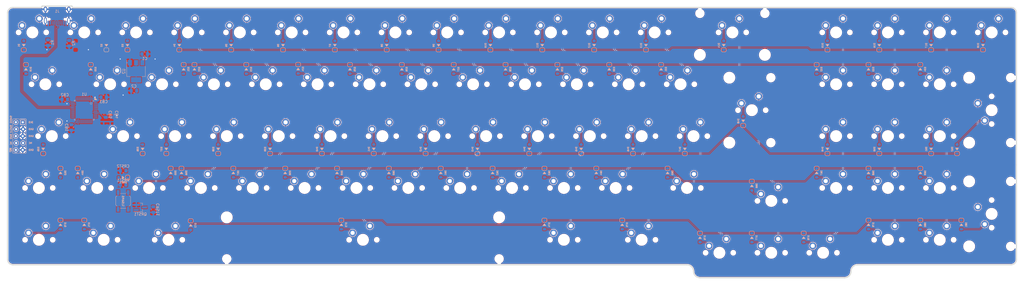
<source format=kicad_pcb>
(kicad_pcb (version 20171130) (host pcbnew 5.1.5-52549c5~84~ubuntu18.04.1)
  (layers (0 F.Cu signal) (31 B.Cu signal) (34 B.Paste user) (35 F.Paste user) (36 B.SilkS user) (37 F.SilkS user) (38 B.Mask user) (39 F.Mask user) (44 Edge.Cuts user))
  (net 0 "")
  (net 1 row0)
  (net 2 "Net-(D1-Pad2)")
  (net 3 "Net-(D2-Pad2)")
  (net 4 "Net-(D3-Pad2)")
  (net 5 "Net-(D4-Pad2)")
  (net 6 "Net-(D5-Pad2)")
  (net 7 "Net-(D6-Pad2)")
  (net 8 "Net-(D7-Pad2)")
  (net 9 "Net-(D8-Pad2)")
  (net 10 "Net-(D9-Pad2)")
  (net 11 "Net-(D10-Pad2)")
  (net 12 "Net-(D11-Pad2)")
  (net 13 "Net-(D12-Pad2)")
  (net 14 "Net-(D13-Pad2)")
  (net 15 "Net-(D14-Pad2)")
  (net 16 "Net-(D15-Pad2)")
  (net 17 "Net-(D16-Pad2)")
  (net 18 "Net-(D17-Pad2)")
  (net 19 "Net-(D18-Pad2)")
  (net 20 row1)
  (net 21 "Net-(D19-Pad2)")
  (net 22 "Net-(D20-Pad2)")
  (net 23 "Net-(D21-Pad2)")
  (net 24 "Net-(D22-Pad2)")
  (net 25 "Net-(D23-Pad2)")
  (net 26 "Net-(D24-Pad2)")
  (net 27 "Net-(D25-Pad2)")
  (net 28 "Net-(D26-Pad2)")
  (net 29 "Net-(D27-Pad2)")
  (net 30 "Net-(D28-Pad2)")
  (net 31 "Net-(D29-Pad2)")
  (net 32 "Net-(D30-Pad2)")
  (net 33 "Net-(D31-Pad2)")
  (net 34 "Net-(D32-Pad2)")
  (net 35 "Net-(D33-Pad2)")
  (net 36 "Net-(D34-Pad2)")
  (net 37 row2)
  (net 38 "Net-(D35-Pad2)")
  (net 39 "Net-(D36-Pad2)")
  (net 40 "Net-(D37-Pad2)")
  (net 41 "Net-(D38-Pad2)")
  (net 42 "Net-(D39-Pad2)")
  (net 43 "Net-(D40-Pad2)")
  (net 44 "Net-(D41-Pad2)")
  (net 45 "Net-(D42-Pad2)")
  (net 46 "Net-(D43-Pad2)")
  (net 47 "Net-(D44-Pad2)")
  (net 48 "Net-(D45-Pad2)")
  (net 49 "Net-(D46-Pad2)")
  (net 50 "Net-(D47-Pad2)")
  (net 51 "Net-(D48-Pad2)")
  (net 52 "Net-(D49-Pad2)")
  (net 53 "Net-(D50-Pad2)")
  (net 54 "Net-(D51-Pad2)")
  (net 55 "Net-(D52-Pad2)")
  (net 56 row3)
  (net 57 "Net-(D53-Pad2)")
  (net 58 "Net-(D54-Pad2)")
  (net 59 "Net-(D55-Pad2)")
  (net 60 "Net-(D56-Pad2)")
  (net 61 "Net-(D57-Pad2)")
  (net 62 "Net-(D58-Pad2)")
  (net 63 "Net-(D59-Pad2)")
  (net 64 "Net-(D60-Pad2)")
  (net 65 "Net-(D61-Pad2)")
  (net 66 "Net-(D62-Pad2)")
  (net 67 "Net-(D63-Pad2)")
  (net 68 "Net-(D64-Pad2)")
  (net 69 "Net-(D65-Pad2)")
  (net 70 "Net-(D66-Pad2)")
  (net 71 "Net-(D67-Pad2)")
  (net 72 "Net-(D68-Pad2)")
  (net 73 "Net-(D69-Pad2)")
  (net 74 row4)
  (net 75 "Net-(D70-Pad2)")
  (net 76 "Net-(D71-Pad2)")
  (net 77 "Net-(D72-Pad2)")
  (net 78 "Net-(D73-Pad2)")
  (net 79 "Net-(D74-Pad2)")
  (net 80 "Net-(D75-Pad2)")
  (net 81 "Net-(D76-Pad2)")
  (net 82 "Net-(D77-Pad2)")
  (net 83 "Net-(D78-Pad2)")
  (net 84 "Net-(D79-Pad2)")
  (net 85 "Net-(D80-Pad2)")
  (net 86 "Net-(D81-Pad2)")
  (net 87 col0)
  (net 88 col1)
  (net 89 col2)
  (net 90 col3)
  (net 91 col4)
  (net 92 col5)
  (net 93 col6)
  (net 94 col7)
  (net 95 col8)
  (net 96 col9)
  (net 97 col10)
  (net 98 col11)
  (net 99 col12)
  (net 100 col13)
  (net 101 col14)
  (net 102 col15)
  (net 103 col16)
  (net 104 col17)
  (net 105 "Net-(J1-PadB8)")
  (net 106 "Net-(J1-PadA5)")
  (net 107 "Net-(J1-PadB5)")
  (net 108 "Net-(J1-PadA8)")
  (net 109 "Net-(U1-Pad46)")
  (net 110 "Net-(U1-Pad45)")
  (net 111 "Net-(U1-Pad43)")
  (net 112 "Net-(U1-Pad42)")
  (net 113 "Net-(U1-Pad41)")
  (net 114 "Net-(U1-Pad40)")
  (net 115 "Net-(U1-Pad39)")
  (net 116 "Net-(U1-Pad38)")
  (net 117 "Net-(U1-Pad31)")
  (net 118 "Net-(U1-Pad30)")
  (net 119 "Net-(U1-Pad29)")
  (net 120 "Net-(U1-Pad28)")
  (net 121 "Net-(U1-Pad27)")
  (net 122 "Net-(U1-Pad26)")
  (net 123 "Net-(U1-Pad25)")
  (net 124 "Net-(U1-Pad22)")
  (net 125 "Net-(U1-Pad21)")
  (net 126 "Net-(U1-Pad20)")
  (net 127 "Net-(U1-Pad19)")
  (net 128 "Net-(U1-Pad18)")
  (net 129 "Net-(U1-Pad17)")
  (net 130 "Net-(U1-Pad16)")
  (net 131 "Net-(U1-Pad15)")
  (net 132 "Net-(U1-Pad14)")
  (net 133 "Net-(U1-Pad13)")
  (net 134 "Net-(U1-Pad12)")
  (net 135 "Net-(U1-Pad11)")
  (net 136 "Net-(U1-Pad10)")
  (net 137 "Net-(U1-Pad6)")
  (net 138 "Net-(U1-Pad5)")
  (net 139 "Net-(U1-Pad4)")
  (net 140 "Net-(U1-Pad3)")
  (net 141 "Net-(U1-Pad2)")
  (net 142 GND)
  (net 143 +3V3)
  (net 144 VBUS)
  (net 145 NRST)
  (net 146 BOOT0)
  (net 147 "Net-(DRST1-Pad2)")
  (net 148 D-)
  (net 149 D+)
  (net 150 "Net-(J2-Pad7)")
  (net 151 "Net-(J2-Pad8)")
  (net 152 "Net-(J2-Pad6)")
  (net 153 SWCLK)
  (net 154 SWDIO)
  (module acheron_MX:MX100 (layer B.Cu) (at 28.575 19.05 180)
    (fp_text reference SW20)
    (fp_text value MXSwitch_100)
    (pad 2 thru_hole circle (at 3.81 2.54 90) (size 2.54 2.54) (drill 1.525) (layers *.Cu *.Mask) (net 22 "Net-(D20-Pad2)"))
    (pad 1 thru_hole circle (at -2.54 5.08 180) (size 2.54 2.54) (drill 1.525) (layers *.Cu *.Mask) (net 88 col1))
    (pad "" np_thru_hole circle (at -5.08 0 180) (size 1.7018 1.7018) (drill 1.7018) (layers *.Cu *.Mask))
    (pad "" np_thru_hole circle (at 5.08 0 180) (size 1.7018 1.7018) (drill 1.7018) (layers *.Cu *.Mask))
    (pad "" np_thru_hole circle (at 0 0 180) (size 3.9878 3.9878) (drill 3.9878) (layers *.Cu *.Mask))
  )
  (module acheron_MX:MX100 (layer B.Cu) (at 0 0 180)
    (fp_text reference SW1)
    (fp_text value MXSwitch_100)
    (pad 2 thru_hole circle (at 3.81 2.54 90) (size 2.54 2.54) (drill 1.525) (layers *.Cu *.Mask) (net 2 "Net-(D1-Pad2)"))
    (pad 1 thru_hole circle (at -2.54 5.08 180) (size 2.54 2.54) (drill 1.525) (layers *.Cu *.Mask) (net 87 col0))
    (pad "" np_thru_hole circle (at -5.08 0 180) (size 1.7018 1.7018) (drill 1.7018) (layers *.Cu *.Mask))
    (pad "" np_thru_hole circle (at 5.08 0 180) (size 1.7018 1.7018) (drill 1.7018) (layers *.Cu *.Mask))
    (pad "" np_thru_hole circle (at 0 0 180) (size 3.9878 3.9878) (drill 3.9878) (layers *.Cu *.Mask))
  )
  (module 60_Outline-Modded (layer F.Cu) (at 176.2125 38.1)
    (fp_text reference REF** hide)
    (fp_text value 60_Outline hide)
    (fp_line (start -183.365 47.3) (end 64.285 47.3) (layer Edge.Cuts) (width 0.3))
    (fp_line (start 183.365 -47.3) (end -161.165 -47.3) (layer Edge.Cuts) (width 0.3))
    (fp_arc (start -183.365 -45.3) (end -185.365 -45.3) (angle 90) (layer Edge.Cuts) (width 0.3))
    (fp_arc (start -183.365 45.3) (end -183.365 47.3) (angle 90) (layer Edge.Cuts) (width 0.3))
    (fp_arc (start 183.365 45.3) (end 185.365 45.3) (angle 90) (layer Edge.Cuts) (width 0.3))
    (fp_arc (start 183.365 -45.3) (end 183.365 -47.3) (angle 90) (layer Edge.Cuts) (width 0.3))
    (fp_line (start -185.365 45.3) (end -185.365 10.6) (layer Edge.Cuts) (width 0.3))
    (fp_line (start -185.365 10.6) (end -185.365 -45.3) (layer Edge.Cuts) (width 0.3))
    (fp_line (start 185.365 10.6) (end 185.365 45.3) (layer Edge.Cuts) (width 0.3))
    (fp_line (start 185.365 10.6) (end 185.365 -45.3) (layer Edge.Cuts) (width 0.3))
    (fp_line (start -172.665 -47.8) (end -161.665 -47.8) (layer Edge.Cuts) (width 0.3))
    (fp_arc (start -173.165 -47.8) (end -172.665 -47.8) (angle 90) (layer Edge.Cuts) (width 0.3))
    (fp_arc (start -161.165 -47.8) (end -161.165 -47.3) (angle 90) (layer Edge.Cuts) (width 0.3))
    (fp_line (start -183.365 -47.3) (end -173.165 -47.3) (layer Edge.Cuts) (width 0.3))
    (fp_line (start 69.0475 52.0625) (end 122.1975 52.0625) (layer Edge.Cuts) (width 0.3))
    (fp_arc (start 64.285 49.68125) (end 66.66625 49.68125) (angle -90) (layer Edge.Cuts) (width 0.3))
    (fp_arc (start 69.0475 49.68125) (end 66.66625 49.68125) (angle -90) (layer Edge.Cuts) (width 0.3))
    (fp_line (start 126.96 47.3) (end 183.365 47.3) (layer Edge.Cuts) (width 0.3))
    (fp_arc (start 126.96 49.68125) (end 126.96 47.3) (angle -90) (layer Edge.Cuts) (width 0.3))
    (fp_arc (start 122.1975 49.68125) (end 122.1975 52.0625) (angle -90) (layer Edge.Cuts) (width 0.3))
  )
  (module acheron_MX:MX625R (layer B.Cu) (at 121.44375 76.2 180)
    (fp_text reference SW73)
    (fp_text value MXSwitch_625)
    (pad "" np_thru_hole circle (at -50.038 8.255 180) (size 3.9878 3.9878) (drill 3.9878) (layers *.Cu *.Mask))
    (pad "" np_thru_hole circle (at 50.038 8.255 180) (size 3.9878 3.9878) (drill 3.9878) (layers *.Cu *.Mask))
    (pad "" np_thru_hole circle (at 50.038 -6.985 180) (size 3.048 3.048) (drill 3.048) (layers *.Cu *.Mask))
    (pad "" np_thru_hole circle (at -50.038 -6.985 180) (size 3.048 3.048) (drill 3.048) (layers *.Cu *.Mask))
    (pad "" np_thru_hole circle (at -5.08 0 180) (size 1.7018 1.7018) (drill 1.7018) (layers *.Cu *.Mask))
    (pad "" np_thru_hole circle (at 5.08 0 180) (size 1.7018 1.7018) (drill 1.7018) (layers *.Cu *.Mask))
    (pad 1 thru_hole circle (at -2.54 5.08 180) (size 2.54 2.54) (drill 1.524) (layers *.Cu *.Mask) (net 93 col6))
    (pad 2 thru_hole circle (at 3.81 2.54 180) (size 2.54 2.54) (drill 1.524) (layers *.Cu *.Mask) (net 78 "Net-(D73-Pad2)"))
    (pad "" np_thru_hole circle (at 0 0 180) (size 3.9878 3.9878) (drill 3.9878) (layers *.Cu *.Mask))
  )
  (module acheron_MX:MX_ISOEnter (layer B.Cu) (at 264.31875 28.575 180)
    (fp_text reference SW48)
    (fp_text value MXSwitch_ISO)
    (pad 2 thru_hole circle (at 3.81 2.54 270) (size 2.54 2.54) (drill 1.524) (layers *.Cu *.Mask) (net 51 "Net-(D48-Pad2)"))
    (pad 1 thru_hole circle (at -2.54 5.08 270) (size 2.54 2.54) (drill 1.524) (layers *.Cu *.Mask) (net 100 col13))
    (pad "" np_thru_hole circle (at 8.255 -11.938 90) (size 3.9878 3.9878) (drill 3.9878) (layers *.Cu *.Mask))
    (pad "" np_thru_hole circle (at 8.255 11.938 90) (size 3.9878 3.9878) (drill 3.9878) (layers *.Cu *.Mask))
    (pad "" np_thru_hole circle (at -6.985 11.938 90) (size 3.048 3.048) (drill 3.048) (layers *.Cu *.Mask))
    (pad "" np_thru_hole circle (at -6.985 -11.938 90) (size 3.048 3.048) (drill 3.048) (layers *.Cu *.Mask))
    (pad "" np_thru_hole circle (at 5.08 0 270) (size 1.7018 1.7018) (drill 1.7018) (layers *.Cu *.Mask))
    (pad "" np_thru_hole circle (at -5.08 0 270) (size 1.7018 1.7018) (drill 1.7018) (layers *.Cu *.Mask))
    (pad "" np_thru_hole circle (at 0 0 180) (size 3.9878 3.9878) (drill 3.9878) (layers *.Cu *.Mask))
  )
  (module acheron_MX:MX200 (layer B.Cu) (at 257.175 0 180)
    (fp_text reference SW14)
    (fp_text value MXSwitch_200)
    (pad "" np_thru_hole circle (at -11.938 -8.255 180) (size 3.9878 3.9878) (drill 3.9878) (layers *.Cu *.Mask))
    (pad "" np_thru_hole circle (at 11.938 -8.255 180) (size 3.9878 3.9878) (drill 3.9878) (layers *.Cu *.Mask))
    (pad "" np_thru_hole circle (at 11.938 6.985 180) (size 3.048 3.048) (drill 3.048) (layers *.Cu *.Mask))
    (pad "" np_thru_hole circle (at -11.938 6.985 180) (size 3.048 3.048) (drill 3.048) (layers *.Cu *.Mask))
    (pad "" np_thru_hole circle (at -5.08 0 180) (size 1.7018 1.7018) (drill 1.7018) (layers *.Cu *.Mask))
    (pad "" np_thru_hole circle (at 5.08 0 180) (size 1.7018 1.7018) (drill 1.7018) (layers *.Cu *.Mask))
    (pad 1 thru_hole circle (at -2.54 5.08 180) (size 2.54 2.54) (drill 1.524) (layers *.Cu *.Mask) (net 100 col13))
    (pad 2 thru_hole circle (at 3.81 2.54 180) (size 2.54 2.54) (drill 1.524) (layers *.Cu *.Mask) (net 15 "Net-(D14-Pad2)"))
    (pad "" np_thru_hole circle (at 0 0 180) (size 3.9878 3.9878) (drill 3.9878) (layers *.Cu *.Mask))
  )
  (module acheron_MX:MX200R (layer B.Cu) (at 352.425 66.675 270)
    (fp_text reference SW81)
    (fp_text value MXSwitch_200)
    (pad "" np_thru_hole circle (at -11.938 8.255 270) (size 3.9878 3.9878) (drill 3.9878) (layers *.Cu *.Mask))
    (pad "" np_thru_hole circle (at 11.938 8.255 270) (size 3.9878 3.9878) (drill 3.9878) (layers *.Cu *.Mask))
    (pad "" np_thru_hole circle (at 11.938 -6.985 270) (size 3.048 3.048) (drill 3.048) (layers *.Cu *.Mask))
    (pad "" np_thru_hole circle (at -11.938 -6.985 270) (size 3.048 3.048) (drill 3.048) (layers *.Cu *.Mask))
    (pad "" np_thru_hole circle (at -5.08 0 270) (size 1.7018 1.7018) (drill 1.7018) (layers *.Cu *.Mask))
    (pad "" np_thru_hole circle (at 5.08 0 270) (size 1.7018 1.7018) (drill 1.7018) (layers *.Cu *.Mask))
    (pad 1 thru_hole circle (at -2.54 5.08 270) (size 2.54 2.54) (drill 1.524) (layers *.Cu *.Mask) (net 104 col17))
    (pad 2 thru_hole circle (at 3.81 2.54 270) (size 2.54 2.54) (drill 1.524) (layers *.Cu *.Mask) (net 86 "Net-(D81-Pad2)"))
    (pad "" np_thru_hole circle (at 0 0 270) (size 3.9878 3.9878) (drill 3.9878) (layers *.Cu *.Mask))
  )
  (module acheron_MX:MX200R (layer B.Cu) (at 352.425 28.575 270)
    (fp_text reference SW52)
    (fp_text value MXSwitch_200)
    (pad "" np_thru_hole circle (at -11.938 8.255 270) (size 3.9878 3.9878) (drill 3.9878) (layers *.Cu *.Mask))
    (pad "" np_thru_hole circle (at 11.938 8.255 270) (size 3.9878 3.9878) (drill 3.9878) (layers *.Cu *.Mask))
    (pad "" np_thru_hole circle (at 11.938 -6.985 270) (size 3.048 3.048) (drill 3.048) (layers *.Cu *.Mask))
    (pad "" np_thru_hole circle (at -11.938 -6.985 270) (size 3.048 3.048) (drill 3.048) (layers *.Cu *.Mask))
    (pad "" np_thru_hole circle (at -5.08 0 270) (size 1.7018 1.7018) (drill 1.7018) (layers *.Cu *.Mask))
    (pad "" np_thru_hole circle (at 5.08 0 270) (size 1.7018 1.7018) (drill 1.7018) (layers *.Cu *.Mask))
    (pad 1 thru_hole circle (at -2.54 5.08 270) (size 2.54 2.54) (drill 1.524) (layers *.Cu *.Mask) (net 104 col17))
    (pad 2 thru_hole circle (at 3.81 2.54 270) (size 2.54 2.54) (drill 1.524) (layers *.Cu *.Mask) (net 55 "Net-(D52-Pad2)"))
    (pad "" np_thru_hole circle (at 0 0 270) (size 3.9878 3.9878) (drill 3.9878) (layers *.Cu *.Mask))
  )
  (module acheron_MX:MX125 (layer B.Cu) (at 50.00625 76.2 180)
    (fp_text reference SW72)
    (fp_text value MXSwitch_125)
    (pad "" np_thru_hole circle (at -5.08 0 180) (size 1.7018 1.7018) (drill 1.7018) (layers *.Cu *.Mask))
    (pad "" np_thru_hole circle (at 5.08 0 180) (size 1.7018 1.7018) (drill 1.7018) (layers *.Cu *.Mask))
    (pad 1 thru_hole circle (at -2.54 5.08 180) (size 2.54 2.54) (drill 1.524) (layers *.Cu *.Mask) (net 89 col2))
    (pad 2 thru_hole circle (at 3.81 2.54 180) (size 2.54 2.54) (drill 1.524) (layers *.Cu *.Mask) (net 77 "Net-(D72-Pad2)"))
    (pad "" np_thru_hole circle (at 0 0 180) (size 3.9878 3.9878) (drill 3.9878) (layers *.Cu *.Mask))
  )
  (module acheron_MX:MX125 (layer B.Cu) (at 26.19375 76.2 180)
    (fp_text reference SW71)
    (fp_text value MXSwitch_125)
    (pad "" np_thru_hole circle (at -5.08 0 180) (size 1.7018 1.7018) (drill 1.7018) (layers *.Cu *.Mask))
    (pad "" np_thru_hole circle (at 5.08 0 180) (size 1.7018 1.7018) (drill 1.7018) (layers *.Cu *.Mask))
    (pad 1 thru_hole circle (at -2.54 5.08 180) (size 2.54 2.54) (drill 1.524) (layers *.Cu *.Mask) (net 88 col1))
    (pad 2 thru_hole circle (at 3.81 2.54 180) (size 2.54 2.54) (drill 1.524) (layers *.Cu *.Mask) (net 76 "Net-(D71-Pad2)"))
    (pad "" np_thru_hole circle (at 0 0 180) (size 3.9878 3.9878) (drill 3.9878) (layers *.Cu *.Mask))
  )
  (module acheron_MX:MX125 (layer B.Cu) (at 2.38125 76.2 180)
    (fp_text reference SW70)
    (fp_text value MXSwitch_125)
    (pad "" np_thru_hole circle (at -5.08 0 180) (size 1.7018 1.7018) (drill 1.7018) (layers *.Cu *.Mask))
    (pad "" np_thru_hole circle (at 5.08 0 180) (size 1.7018 1.7018) (drill 1.7018) (layers *.Cu *.Mask))
    (pad 1 thru_hole circle (at -2.54 5.08 180) (size 2.54 2.54) (drill 1.524) (layers *.Cu *.Mask) (net 87 col0))
    (pad 2 thru_hole circle (at 3.81 2.54 180) (size 2.54 2.54) (drill 1.524) (layers *.Cu *.Mask) (net 75 "Net-(D70-Pad2)"))
    (pad "" np_thru_hole circle (at 0 0 180) (size 3.9878 3.9878) (drill 3.9878) (layers *.Cu *.Mask))
  )
  (module acheron_MX:MX125 (layer B.Cu) (at 2.38125 57.15 180)
    (fp_text reference SW53)
    (fp_text value MXSwitch_125)
    (pad "" np_thru_hole circle (at -5.08 0 180) (size 1.7018 1.7018) (drill 1.7018) (layers *.Cu *.Mask))
    (pad "" np_thru_hole circle (at 5.08 0 180) (size 1.7018 1.7018) (drill 1.7018) (layers *.Cu *.Mask))
    (pad 1 thru_hole circle (at -2.54 5.08 180) (size 2.54 2.54) (drill 1.524) (layers *.Cu *.Mask) (net 87 col0))
    (pad 2 thru_hole circle (at 3.81 2.54 180) (size 2.54 2.54) (drill 1.524) (layers *.Cu *.Mask) (net 57 "Net-(D53-Pad2)"))
    (pad "" np_thru_hole circle (at 0 0 180) (size 3.9878 3.9878) (drill 3.9878) (layers *.Cu *.Mask))
  )
  (module acheron_MX:MX175 (layer B.Cu) (at 240.50625 57.15 180)
    (fp_text reference SW65)
    (fp_text value MXSwitch_175)
    (pad "" np_thru_hole circle (at -5.08 0 180) (size 1.7018 1.7018) (drill 1.7018) (layers *.Cu *.Mask))
    (pad "" np_thru_hole circle (at 5.08 0 180) (size 1.7018 1.7018) (drill 1.7018) (layers *.Cu *.Mask))
    (pad 1 thru_hole circle (at -2.54 5.08 180) (size 2.54 2.54) (drill 1.524) (layers *.Cu *.Mask) (net 99 col12))
    (pad 2 thru_hole circle (at 3.81 2.54 180) (size 2.54 2.54) (drill 1.524) (layers *.Cu *.Mask) (net 69 "Net-(D65-Pad2)"))
    (pad "" np_thru_hole circle (at 0 0 180) (size 3.9878 3.9878) (drill 3.9878) (layers *.Cu *.Mask))
  )
  (module acheron_MX:MX175 (layer B.Cu) (at 7.14375 38.1 180)
    (fp_text reference SW35)
    (fp_text value MXSwitch_175)
    (pad "" np_thru_hole circle (at -5.08 0 180) (size 1.7018 1.7018) (drill 1.7018) (layers *.Cu *.Mask))
    (pad "" np_thru_hole circle (at 5.08 0 180) (size 1.7018 1.7018) (drill 1.7018) (layers *.Cu *.Mask))
    (pad 1 thru_hole circle (at -2.54 5.08 180) (size 2.54 2.54) (drill 1.524) (layers *.Cu *.Mask) (net 87 col0))
    (pad 2 thru_hole circle (at 3.81 2.54 180) (size 2.54 2.54) (drill 1.524) (layers *.Cu *.Mask) (net 38 "Net-(D35-Pad2)"))
    (pad "" np_thru_hole circle (at 0 0 180) (size 3.9878 3.9878) (drill 3.9878) (layers *.Cu *.Mask))
  )
  (module acheron_MX:MX150 (layer B.Cu) (at 223.8375 76.2 180)
    (fp_text reference SW75)
    (fp_text value MXSwitch_150)
    (pad "" np_thru_hole circle (at -5.08 0 180) (size 1.7018 1.7018) (drill 1.7018) (layers *.Cu *.Mask))
    (pad "" np_thru_hole circle (at 5.08 0 180) (size 1.7018 1.7018) (drill 1.7018) (layers *.Cu *.Mask))
    (pad 1 thru_hole circle (at -2.54 5.08 180) (size 2.54 2.54) (drill 1.524) (layers *.Cu *.Mask) (net 98 col11))
    (pad 2 thru_hole circle (at 3.81 2.54 180) (size 2.54 2.54) (drill 1.524) (layers *.Cu *.Mask) (net 80 "Net-(D75-Pad2)"))
    (pad "" np_thru_hole circle (at 0 0 180) (size 3.9878 3.9878) (drill 3.9878) (layers *.Cu *.Mask))
  )
  (module acheron_MX:MX150 (layer B.Cu) (at 195.2625 76.2 180)
    (fp_text reference SW74)
    (fp_text value MXSwitch_150)
    (pad "" np_thru_hole circle (at -5.08 0 180) (size 1.7018 1.7018) (drill 1.7018) (layers *.Cu *.Mask))
    (pad "" np_thru_hole circle (at 5.08 0 180) (size 1.7018 1.7018) (drill 1.7018) (layers *.Cu *.Mask))
    (pad 1 thru_hole circle (at -2.54 5.08 180) (size 2.54 2.54) (drill 1.524) (layers *.Cu *.Mask) (net 97 col10))
    (pad 2 thru_hole circle (at 3.81 2.54 180) (size 2.54 2.54) (drill 1.524) (layers *.Cu *.Mask) (net 79 "Net-(D74-Pad2)"))
    (pad "" np_thru_hole circle (at 0 0 180) (size 3.9878 3.9878) (drill 3.9878) (layers *.Cu *.Mask))
  )
  (module acheron_MX:MX150 (layer B.Cu) (at 4.7625 19.05 180)
    (fp_text reference SW19)
    (fp_text value MXSwitch_150)
    (pad "" np_thru_hole circle (at -5.08 0 180) (size 1.7018 1.7018) (drill 1.7018) (layers *.Cu *.Mask))
    (pad "" np_thru_hole circle (at 5.08 0 180) (size 1.7018 1.7018) (drill 1.7018) (layers *.Cu *.Mask))
    (pad 1 thru_hole circle (at -2.54 5.08 180) (size 2.54 2.54) (drill 1.524) (layers *.Cu *.Mask) (net 87 col0))
    (pad 2 thru_hole circle (at 3.81 2.54 180) (size 2.54 2.54) (drill 1.524) (layers *.Cu *.Mask) (net 21 "Net-(D19-Pad2)"))
    (pad "" np_thru_hole circle (at 0 0 180) (size 3.9878 3.9878) (drill 3.9878) (layers *.Cu *.Mask))
  )
  (module acheron_MX:MX100 (layer B.Cu) (at 333.375 76.2 180)
    (fp_text reference SW80)
    (fp_text value MXSwitch_100)
    (pad 2 thru_hole circle (at 3.81 2.54 90) (size 2.54 2.54) (drill 1.525) (layers *.Cu *.Mask) (net 85 "Net-(D80-Pad2)"))
    (pad 1 thru_hole circle (at -2.54 5.08 180) (size 2.54 2.54) (drill 1.525) (layers *.Cu *.Mask) (net 103 col16))
    (pad "" np_thru_hole circle (at -5.08 0 180) (size 1.7018 1.7018) (drill 1.7018) (layers *.Cu *.Mask))
    (pad "" np_thru_hole circle (at 5.08 0 180) (size 1.7018 1.7018) (drill 1.7018) (layers *.Cu *.Mask))
    (pad "" np_thru_hole circle (at 0 0 180) (size 3.9878 3.9878) (drill 3.9878) (layers *.Cu *.Mask))
  )
  (module acheron_MX:MX100 (layer B.Cu) (at 314.325 76.2 180)
    (fp_text reference SW79)
    (fp_text value MXSwitch_100)
    (pad 2 thru_hole circle (at 3.81 2.54 90) (size 2.54 2.54) (drill 1.525) (layers *.Cu *.Mask) (net 84 "Net-(D79-Pad2)"))
    (pad 1 thru_hole circle (at -2.54 5.08 180) (size 2.54 2.54) (drill 1.525) (layers *.Cu *.Mask) (net 102 col15))
    (pad "" np_thru_hole circle (at -5.08 0 180) (size 1.7018 1.7018) (drill 1.7018) (layers *.Cu *.Mask))
    (pad "" np_thru_hole circle (at 5.08 0 180) (size 1.7018 1.7018) (drill 1.7018) (layers *.Cu *.Mask))
    (pad "" np_thru_hole circle (at 0 0 180) (size 3.9878 3.9878) (drill 3.9878) (layers *.Cu *.Mask))
  )
  (module acheron_MX:MX100 (layer B.Cu) (at 290.5125 80.9625 180)
    (fp_text reference SW78)
    (fp_text value MXSwitch_100)
    (pad 2 thru_hole circle (at 3.81 2.54 90) (size 2.54 2.54) (drill 1.525) (layers *.Cu *.Mask) (net 83 "Net-(D78-Pad2)"))
    (pad 1 thru_hole circle (at -2.54 5.08 180) (size 2.54 2.54) (drill 1.525) (layers *.Cu *.Mask) (net 101 col14))
    (pad "" np_thru_hole circle (at -5.08 0 180) (size 1.7018 1.7018) (drill 1.7018) (layers *.Cu *.Mask))
    (pad "" np_thru_hole circle (at 5.08 0 180) (size 1.7018 1.7018) (drill 1.7018) (layers *.Cu *.Mask))
    (pad "" np_thru_hole circle (at 0 0 180) (size 3.9878 3.9878) (drill 3.9878) (layers *.Cu *.Mask))
  )
  (module acheron_MX:MX100 (layer B.Cu) (at 271.4625 80.9625 180)
    (fp_text reference SW77)
    (fp_text value MXSwitch_100)
    (pad 2 thru_hole circle (at 3.81 2.54 90) (size 2.54 2.54) (drill 1.525) (layers *.Cu *.Mask) (net 82 "Net-(D77-Pad2)"))
    (pad 1 thru_hole circle (at -2.54 5.08 180) (size 2.54 2.54) (drill 1.525) (layers *.Cu *.Mask) (net 100 col13))
    (pad "" np_thru_hole circle (at -5.08 0 180) (size 1.7018 1.7018) (drill 1.7018) (layers *.Cu *.Mask))
    (pad "" np_thru_hole circle (at 5.08 0 180) (size 1.7018 1.7018) (drill 1.7018) (layers *.Cu *.Mask))
    (pad "" np_thru_hole circle (at 0 0 180) (size 3.9878 3.9878) (drill 3.9878) (layers *.Cu *.Mask))
  )
  (module acheron_MX:MX100 (layer B.Cu) (at 252.4125 80.9625 180)
    (fp_text reference SW76)
    (fp_text value MXSwitch_100)
    (pad 2 thru_hole circle (at 3.81 2.54 90) (size 2.54 2.54) (drill 1.525) (layers *.Cu *.Mask) (net 81 "Net-(D76-Pad2)"))
    (pad 1 thru_hole circle (at -2.54 5.08 180) (size 2.54 2.54) (drill 1.525) (layers *.Cu *.Mask) (net 99 col12))
    (pad "" np_thru_hole circle (at -5.08 0 180) (size 1.7018 1.7018) (drill 1.7018) (layers *.Cu *.Mask))
    (pad "" np_thru_hole circle (at 5.08 0 180) (size 1.7018 1.7018) (drill 1.7018) (layers *.Cu *.Mask))
    (pad "" np_thru_hole circle (at 0 0 180) (size 3.9878 3.9878) (drill 3.9878) (layers *.Cu *.Mask))
  )
  (module acheron_MX:MX100 (layer B.Cu) (at 333.375 57.15 180)
    (fp_text reference SW69)
    (fp_text value MXSwitch_100)
    (pad 2 thru_hole circle (at 3.81 2.54 90) (size 2.54 2.54) (drill 1.525) (layers *.Cu *.Mask) (net 73 "Net-(D69-Pad2)"))
    (pad 1 thru_hole circle (at -2.54 5.08 180) (size 2.54 2.54) (drill 1.525) (layers *.Cu *.Mask) (net 103 col16))
    (pad "" np_thru_hole circle (at -5.08 0 180) (size 1.7018 1.7018) (drill 1.7018) (layers *.Cu *.Mask))
    (pad "" np_thru_hole circle (at 5.08 0 180) (size 1.7018 1.7018) (drill 1.7018) (layers *.Cu *.Mask))
    (pad "" np_thru_hole circle (at 0 0 180) (size 3.9878 3.9878) (drill 3.9878) (layers *.Cu *.Mask))
  )
  (module acheron_MX:MX100 (layer B.Cu) (at 314.325 57.15 180)
    (fp_text reference SW68)
    (fp_text value MXSwitch_100)
    (pad 2 thru_hole circle (at 3.81 2.54 90) (size 2.54 2.54) (drill 1.525) (layers *.Cu *.Mask) (net 72 "Net-(D68-Pad2)"))
    (pad 1 thru_hole circle (at -2.54 5.08 180) (size 2.54 2.54) (drill 1.525) (layers *.Cu *.Mask) (net 102 col15))
    (pad "" np_thru_hole circle (at -5.08 0 180) (size 1.7018 1.7018) (drill 1.7018) (layers *.Cu *.Mask))
    (pad "" np_thru_hole circle (at 5.08 0 180) (size 1.7018 1.7018) (drill 1.7018) (layers *.Cu *.Mask))
    (pad "" np_thru_hole circle (at 0 0 180) (size 3.9878 3.9878) (drill 3.9878) (layers *.Cu *.Mask))
  )
  (module acheron_MX:MX100 (layer B.Cu) (at 295.275 57.15 180)
    (fp_text reference SW67)
    (fp_text value MXSwitch_100)
    (pad 2 thru_hole circle (at 3.81 2.54 90) (size 2.54 2.54) (drill 1.525) (layers *.Cu *.Mask) (net 71 "Net-(D67-Pad2)"))
    (pad 1 thru_hole circle (at -2.54 5.08 180) (size 2.54 2.54) (drill 1.525) (layers *.Cu *.Mask) (net 101 col14))
    (pad "" np_thru_hole circle (at -5.08 0 180) (size 1.7018 1.7018) (drill 1.7018) (layers *.Cu *.Mask))
    (pad "" np_thru_hole circle (at 5.08 0 180) (size 1.7018 1.7018) (drill 1.7018) (layers *.Cu *.Mask))
    (pad "" np_thru_hole circle (at 0 0 180) (size 3.9878 3.9878) (drill 3.9878) (layers *.Cu *.Mask))
  )
  (module acheron_MX:MX100 (layer B.Cu) (at 271.4625 61.9125 180)
    (fp_text reference SW66)
    (fp_text value MXSwitch_100)
    (pad 2 thru_hole circle (at 3.81 2.54 90) (size 2.54 2.54) (drill 1.525) (layers *.Cu *.Mask) (net 70 "Net-(D66-Pad2)"))
    (pad 1 thru_hole circle (at -2.54 5.08 180) (size 2.54 2.54) (drill 1.525) (layers *.Cu *.Mask) (net 100 col13))
    (pad "" np_thru_hole circle (at -5.08 0 180) (size 1.7018 1.7018) (drill 1.7018) (layers *.Cu *.Mask))
    (pad "" np_thru_hole circle (at 5.08 0 180) (size 1.7018 1.7018) (drill 1.7018) (layers *.Cu *.Mask))
    (pad "" np_thru_hole circle (at 0 0 180) (size 3.9878 3.9878) (drill 3.9878) (layers *.Cu *.Mask))
  )
  (module acheron_MX:MX100 (layer B.Cu) (at 214.3125 57.15 180)
    (fp_text reference SW64)
    (fp_text value MXSwitch_100)
    (pad 2 thru_hole circle (at 3.81 2.54 90) (size 2.54 2.54) (drill 1.525) (layers *.Cu *.Mask) (net 68 "Net-(D64-Pad2)"))
    (pad 1 thru_hole circle (at -2.54 5.08 180) (size 2.54 2.54) (drill 1.525) (layers *.Cu *.Mask) (net 98 col11))
    (pad "" np_thru_hole circle (at -5.08 0 180) (size 1.7018 1.7018) (drill 1.7018) (layers *.Cu *.Mask))
    (pad "" np_thru_hole circle (at 5.08 0 180) (size 1.7018 1.7018) (drill 1.7018) (layers *.Cu *.Mask))
    (pad "" np_thru_hole circle (at 0 0 180) (size 3.9878 3.9878) (drill 3.9878) (layers *.Cu *.Mask))
  )
  (module acheron_MX:MX100 (layer B.Cu) (at 195.2625 57.15 180)
    (fp_text reference SW63)
    (fp_text value MXSwitch_100)
    (pad 2 thru_hole circle (at 3.81 2.54 90) (size 2.54 2.54) (drill 1.525) (layers *.Cu *.Mask) (net 67 "Net-(D63-Pad2)"))
    (pad 1 thru_hole circle (at -2.54 5.08 180) (size 2.54 2.54) (drill 1.525) (layers *.Cu *.Mask) (net 97 col10))
    (pad "" np_thru_hole circle (at -5.08 0 180) (size 1.7018 1.7018) (drill 1.7018) (layers *.Cu *.Mask))
    (pad "" np_thru_hole circle (at 5.08 0 180) (size 1.7018 1.7018) (drill 1.7018) (layers *.Cu *.Mask))
    (pad "" np_thru_hole circle (at 0 0 180) (size 3.9878 3.9878) (drill 3.9878) (layers *.Cu *.Mask))
  )
  (module acheron_MX:MX100 (layer B.Cu) (at 176.2125 57.15 180)
    (fp_text reference SW62)
    (fp_text value MXSwitch_100)
    (pad 2 thru_hole circle (at 3.81 2.54 90) (size 2.54 2.54) (drill 1.525) (layers *.Cu *.Mask) (net 66 "Net-(D62-Pad2)"))
    (pad 1 thru_hole circle (at -2.54 5.08 180) (size 2.54 2.54) (drill 1.525) (layers *.Cu *.Mask) (net 96 col9))
    (pad "" np_thru_hole circle (at -5.08 0 180) (size 1.7018 1.7018) (drill 1.7018) (layers *.Cu *.Mask))
    (pad "" np_thru_hole circle (at 5.08 0 180) (size 1.7018 1.7018) (drill 1.7018) (layers *.Cu *.Mask))
    (pad "" np_thru_hole circle (at 0 0 180) (size 3.9878 3.9878) (drill 3.9878) (layers *.Cu *.Mask))
  )
  (module acheron_MX:MX100 (layer B.Cu) (at 157.1625 57.15 180)
    (fp_text reference SW61)
    (fp_text value MXSwitch_100)
    (pad 2 thru_hole circle (at 3.81 2.54 90) (size 2.54 2.54) (drill 1.525) (layers *.Cu *.Mask) (net 65 "Net-(D61-Pad2)"))
    (pad 1 thru_hole circle (at -2.54 5.08 180) (size 2.54 2.54) (drill 1.525) (layers *.Cu *.Mask) (net 95 col8))
    (pad "" np_thru_hole circle (at -5.08 0 180) (size 1.7018 1.7018) (drill 1.7018) (layers *.Cu *.Mask))
    (pad "" np_thru_hole circle (at 5.08 0 180) (size 1.7018 1.7018) (drill 1.7018) (layers *.Cu *.Mask))
    (pad "" np_thru_hole circle (at 0 0 180) (size 3.9878 3.9878) (drill 3.9878) (layers *.Cu *.Mask))
  )
  (module acheron_MX:MX100 (layer B.Cu) (at 138.1125 57.15 180)
    (fp_text reference SW60)
    (fp_text value MXSwitch_100)
    (pad 2 thru_hole circle (at 3.81 2.54 90) (size 2.54 2.54) (drill 1.525) (layers *.Cu *.Mask) (net 64 "Net-(D60-Pad2)"))
    (pad 1 thru_hole circle (at -2.54 5.08 180) (size 2.54 2.54) (drill 1.525) (layers *.Cu *.Mask) (net 94 col7))
    (pad "" np_thru_hole circle (at -5.08 0 180) (size 1.7018 1.7018) (drill 1.7018) (layers *.Cu *.Mask))
    (pad "" np_thru_hole circle (at 5.08 0 180) (size 1.7018 1.7018) (drill 1.7018) (layers *.Cu *.Mask))
    (pad "" np_thru_hole circle (at 0 0 180) (size 3.9878 3.9878) (drill 3.9878) (layers *.Cu *.Mask))
  )
  (module acheron_MX:MX100 (layer B.Cu) (at 119.0625 57.15 180)
    (fp_text reference SW59)
    (fp_text value MXSwitch_100)
    (pad 2 thru_hole circle (at 3.81 2.54 90) (size 2.54 2.54) (drill 1.525) (layers *.Cu *.Mask) (net 63 "Net-(D59-Pad2)"))
    (pad 1 thru_hole circle (at -2.54 5.08 180) (size 2.54 2.54) (drill 1.525) (layers *.Cu *.Mask) (net 93 col6))
    (pad "" np_thru_hole circle (at -5.08 0 180) (size 1.7018 1.7018) (drill 1.7018) (layers *.Cu *.Mask))
    (pad "" np_thru_hole circle (at 5.08 0 180) (size 1.7018 1.7018) (drill 1.7018) (layers *.Cu *.Mask))
    (pad "" np_thru_hole circle (at 0 0 180) (size 3.9878 3.9878) (drill 3.9878) (layers *.Cu *.Mask))
  )
  (module acheron_MX:MX100 (layer B.Cu) (at 100.0125 57.15 180)
    (fp_text reference SW58)
    (fp_text value MXSwitch_100)
    (pad 2 thru_hole circle (at 3.81 2.54 90) (size 2.54 2.54) (drill 1.525) (layers *.Cu *.Mask) (net 62 "Net-(D58-Pad2)"))
    (pad 1 thru_hole circle (at -2.54 5.08 180) (size 2.54 2.54) (drill 1.525) (layers *.Cu *.Mask) (net 92 col5))
    (pad "" np_thru_hole circle (at -5.08 0 180) (size 1.7018 1.7018) (drill 1.7018) (layers *.Cu *.Mask))
    (pad "" np_thru_hole circle (at 5.08 0 180) (size 1.7018 1.7018) (drill 1.7018) (layers *.Cu *.Mask))
    (pad "" np_thru_hole circle (at 0 0 180) (size 3.9878 3.9878) (drill 3.9878) (layers *.Cu *.Mask))
  )
  (module acheron_MX:MX100 (layer B.Cu) (at 80.9625 57.15 180)
    (fp_text reference SW57)
    (fp_text value MXSwitch_100)
    (pad 2 thru_hole circle (at 3.81 2.54 90) (size 2.54 2.54) (drill 1.525) (layers *.Cu *.Mask) (net 61 "Net-(D57-Pad2)"))
    (pad 1 thru_hole circle (at -2.54 5.08 180) (size 2.54 2.54) (drill 1.525) (layers *.Cu *.Mask) (net 91 col4))
    (pad "" np_thru_hole circle (at -5.08 0 180) (size 1.7018 1.7018) (drill 1.7018) (layers *.Cu *.Mask))
    (pad "" np_thru_hole circle (at 5.08 0 180) (size 1.7018 1.7018) (drill 1.7018) (layers *.Cu *.Mask))
    (pad "" np_thru_hole circle (at 0 0 180) (size 3.9878 3.9878) (drill 3.9878) (layers *.Cu *.Mask))
  )
  (module acheron_MX:MX100 (layer B.Cu) (at 61.9125 57.15 180)
    (fp_text reference SW56)
    (fp_text value MXSwitch_100)
    (pad 2 thru_hole circle (at 3.81 2.54 90) (size 2.54 2.54) (drill 1.525) (layers *.Cu *.Mask) (net 60 "Net-(D56-Pad2)"))
    (pad 1 thru_hole circle (at -2.54 5.08 180) (size 2.54 2.54) (drill 1.525) (layers *.Cu *.Mask) (net 90 col3))
    (pad "" np_thru_hole circle (at -5.08 0 180) (size 1.7018 1.7018) (drill 1.7018) (layers *.Cu *.Mask))
    (pad "" np_thru_hole circle (at 5.08 0 180) (size 1.7018 1.7018) (drill 1.7018) (layers *.Cu *.Mask))
    (pad "" np_thru_hole circle (at 0 0 180) (size 3.9878 3.9878) (drill 3.9878) (layers *.Cu *.Mask))
  )
  (module acheron_MX:MX100 (layer B.Cu) (at 42.8625 57.15 180)
    (fp_text reference SW55)
    (fp_text value MXSwitch_100)
    (pad 2 thru_hole circle (at 3.81 2.54 90) (size 2.54 2.54) (drill 1.525) (layers *.Cu *.Mask) (net 59 "Net-(D55-Pad2)"))
    (pad 1 thru_hole circle (at -2.54 5.08 180) (size 2.54 2.54) (drill 1.525) (layers *.Cu *.Mask) (net 89 col2))
    (pad "" np_thru_hole circle (at -5.08 0 180) (size 1.7018 1.7018) (drill 1.7018) (layers *.Cu *.Mask))
    (pad "" np_thru_hole circle (at 5.08 0 180) (size 1.7018 1.7018) (drill 1.7018) (layers *.Cu *.Mask))
    (pad "" np_thru_hole circle (at 0 0 180) (size 3.9878 3.9878) (drill 3.9878) (layers *.Cu *.Mask))
  )
  (module acheron_MX:MX100 (layer B.Cu) (at 23.8125 57.15 180)
    (fp_text reference SW54)
    (fp_text value MXSwitch_100)
    (pad 2 thru_hole circle (at 3.81 2.54 90) (size 2.54 2.54) (drill 1.525) (layers *.Cu *.Mask) (net 58 "Net-(D54-Pad2)"))
    (pad 1 thru_hole circle (at -2.54 5.08 180) (size 2.54 2.54) (drill 1.525) (layers *.Cu *.Mask) (net 88 col1))
    (pad "" np_thru_hole circle (at -5.08 0 180) (size 1.7018 1.7018) (drill 1.7018) (layers *.Cu *.Mask))
    (pad "" np_thru_hole circle (at 5.08 0 180) (size 1.7018 1.7018) (drill 1.7018) (layers *.Cu *.Mask))
    (pad "" np_thru_hole circle (at 0 0 180) (size 3.9878 3.9878) (drill 3.9878) (layers *.Cu *.Mask))
  )
  (module acheron_MX:MX100 (layer B.Cu) (at 333.375 38.1 180)
    (fp_text reference SW51)
    (fp_text value MXSwitch_100)
    (pad 2 thru_hole circle (at 3.81 2.54 90) (size 2.54 2.54) (drill 1.525) (layers *.Cu *.Mask) (net 54 "Net-(D51-Pad2)"))
    (pad 1 thru_hole circle (at -2.54 5.08 180) (size 2.54 2.54) (drill 1.525) (layers *.Cu *.Mask) (net 103 col16))
    (pad "" np_thru_hole circle (at -5.08 0 180) (size 1.7018 1.7018) (drill 1.7018) (layers *.Cu *.Mask))
    (pad "" np_thru_hole circle (at 5.08 0 180) (size 1.7018 1.7018) (drill 1.7018) (layers *.Cu *.Mask))
    (pad "" np_thru_hole circle (at 0 0 180) (size 3.9878 3.9878) (drill 3.9878) (layers *.Cu *.Mask))
  )
  (module acheron_MX:MX100 (layer B.Cu) (at 314.325 38.1 180)
    (fp_text reference SW50)
    (fp_text value MXSwitch_100)
    (pad 2 thru_hole circle (at 3.81 2.54 90) (size 2.54 2.54) (drill 1.525) (layers *.Cu *.Mask) (net 53 "Net-(D50-Pad2)"))
    (pad 1 thru_hole circle (at -2.54 5.08 180) (size 2.54 2.54) (drill 1.525) (layers *.Cu *.Mask) (net 102 col15))
    (pad "" np_thru_hole circle (at -5.08 0 180) (size 1.7018 1.7018) (drill 1.7018) (layers *.Cu *.Mask))
    (pad "" np_thru_hole circle (at 5.08 0 180) (size 1.7018 1.7018) (drill 1.7018) (layers *.Cu *.Mask))
    (pad "" np_thru_hole circle (at 0 0 180) (size 3.9878 3.9878) (drill 3.9878) (layers *.Cu *.Mask))
  )
  (module acheron_MX:MX100 (layer B.Cu) (at 295.275 38.1 180)
    (fp_text reference SW49)
    (fp_text value MXSwitch_100)
    (pad 2 thru_hole circle (at 3.81 2.54 90) (size 2.54 2.54) (drill 1.525) (layers *.Cu *.Mask) (net 52 "Net-(D49-Pad2)"))
    (pad 1 thru_hole circle (at -2.54 5.08 180) (size 2.54 2.54) (drill 1.525) (layers *.Cu *.Mask) (net 101 col14))
    (pad "" np_thru_hole circle (at -5.08 0 180) (size 1.7018 1.7018) (drill 1.7018) (layers *.Cu *.Mask))
    (pad "" np_thru_hole circle (at 5.08 0 180) (size 1.7018 1.7018) (drill 1.7018) (layers *.Cu *.Mask))
    (pad "" np_thru_hole circle (at 0 0 180) (size 3.9878 3.9878) (drill 3.9878) (layers *.Cu *.Mask))
  )
  (module acheron_MX:MX100 (layer B.Cu) (at 242.8875 38.1 180)
    (fp_text reference SW47)
    (fp_text value MXSwitch_100)
    (pad 2 thru_hole circle (at 3.81 2.54 90) (size 2.54 2.54) (drill 1.525) (layers *.Cu *.Mask) (net 50 "Net-(D47-Pad2)"))
    (pad 1 thru_hole circle (at -2.54 5.08 180) (size 2.54 2.54) (drill 1.525) (layers *.Cu *.Mask) (net 99 col12))
    (pad "" np_thru_hole circle (at -5.08 0 180) (size 1.7018 1.7018) (drill 1.7018) (layers *.Cu *.Mask))
    (pad "" np_thru_hole circle (at 5.08 0 180) (size 1.7018 1.7018) (drill 1.7018) (layers *.Cu *.Mask))
    (pad "" np_thru_hole circle (at 0 0 180) (size 3.9878 3.9878) (drill 3.9878) (layers *.Cu *.Mask))
  )
  (module acheron_MX:MX100 (layer B.Cu) (at 223.8375 38.1 180)
    (fp_text reference SW46)
    (fp_text value MXSwitch_100)
    (pad 2 thru_hole circle (at 3.81 2.54 90) (size 2.54 2.54) (drill 1.525) (layers *.Cu *.Mask) (net 49 "Net-(D46-Pad2)"))
    (pad 1 thru_hole circle (at -2.54 5.08 180) (size 2.54 2.54) (drill 1.525) (layers *.Cu *.Mask) (net 98 col11))
    (pad "" np_thru_hole circle (at -5.08 0 180) (size 1.7018 1.7018) (drill 1.7018) (layers *.Cu *.Mask))
    (pad "" np_thru_hole circle (at 5.08 0 180) (size 1.7018 1.7018) (drill 1.7018) (layers *.Cu *.Mask))
    (pad "" np_thru_hole circle (at 0 0 180) (size 3.9878 3.9878) (drill 3.9878) (layers *.Cu *.Mask))
  )
  (module acheron_MX:MX100 (layer B.Cu) (at 204.7875 38.1 180)
    (fp_text reference SW45)
    (fp_text value MXSwitch_100)
    (pad 2 thru_hole circle (at 3.81 2.54 90) (size 2.54 2.54) (drill 1.525) (layers *.Cu *.Mask) (net 48 "Net-(D45-Pad2)"))
    (pad 1 thru_hole circle (at -2.54 5.08 180) (size 2.54 2.54) (drill 1.525) (layers *.Cu *.Mask) (net 97 col10))
    (pad "" np_thru_hole circle (at -5.08 0 180) (size 1.7018 1.7018) (drill 1.7018) (layers *.Cu *.Mask))
    (pad "" np_thru_hole circle (at 5.08 0 180) (size 1.7018 1.7018) (drill 1.7018) (layers *.Cu *.Mask))
    (pad "" np_thru_hole circle (at 0 0 180) (size 3.9878 3.9878) (drill 3.9878) (layers *.Cu *.Mask))
  )
  (module acheron_MX:MX100 (layer B.Cu) (at 185.7375 38.1 180)
    (fp_text reference SW44)
    (fp_text value MXSwitch_100)
    (pad 2 thru_hole circle (at 3.81 2.54 90) (size 2.54 2.54) (drill 1.525) (layers *.Cu *.Mask) (net 47 "Net-(D44-Pad2)"))
    (pad 1 thru_hole circle (at -2.54 5.08 180) (size 2.54 2.54) (drill 1.525) (layers *.Cu *.Mask) (net 96 col9))
    (pad "" np_thru_hole circle (at -5.08 0 180) (size 1.7018 1.7018) (drill 1.7018) (layers *.Cu *.Mask))
    (pad "" np_thru_hole circle (at 5.08 0 180) (size 1.7018 1.7018) (drill 1.7018) (layers *.Cu *.Mask))
    (pad "" np_thru_hole circle (at 0 0 180) (size 3.9878 3.9878) (drill 3.9878) (layers *.Cu *.Mask))
  )
  (module acheron_MX:MX100 (layer B.Cu) (at 166.6875 38.1 180)
    (fp_text reference SW43)
    (fp_text value MXSwitch_100)
    (pad 2 thru_hole circle (at 3.81 2.54 90) (size 2.54 2.54) (drill 1.525) (layers *.Cu *.Mask) (net 46 "Net-(D43-Pad2)"))
    (pad 1 thru_hole circle (at -2.54 5.08 180) (size 2.54 2.54) (drill 1.525) (layers *.Cu *.Mask) (net 95 col8))
    (pad "" np_thru_hole circle (at -5.08 0 180) (size 1.7018 1.7018) (drill 1.7018) (layers *.Cu *.Mask))
    (pad "" np_thru_hole circle (at 5.08 0 180) (size 1.7018 1.7018) (drill 1.7018) (layers *.Cu *.Mask))
    (pad "" np_thru_hole circle (at 0 0 180) (size 3.9878 3.9878) (drill 3.9878) (layers *.Cu *.Mask))
  )
  (module acheron_MX:MX100 (layer B.Cu) (at 147.6375 38.1 180)
    (fp_text reference SW42)
    (fp_text value MXSwitch_100)
    (pad 2 thru_hole circle (at 3.81 2.54 90) (size 2.54 2.54) (drill 1.525) (layers *.Cu *.Mask) (net 45 "Net-(D42-Pad2)"))
    (pad 1 thru_hole circle (at -2.54 5.08 180) (size 2.54 2.54) (drill 1.525) (layers *.Cu *.Mask) (net 94 col7))
    (pad "" np_thru_hole circle (at -5.08 0 180) (size 1.7018 1.7018) (drill 1.7018) (layers *.Cu *.Mask))
    (pad "" np_thru_hole circle (at 5.08 0 180) (size 1.7018 1.7018) (drill 1.7018) (layers *.Cu *.Mask))
    (pad "" np_thru_hole circle (at 0 0 180) (size 3.9878 3.9878) (drill 3.9878) (layers *.Cu *.Mask))
  )
  (module acheron_MX:MX100 (layer B.Cu) (at 128.5875 38.1 180)
    (fp_text reference SW41)
    (fp_text value MXSwitch_100)
    (pad 2 thru_hole circle (at 3.81 2.54 90) (size 2.54 2.54) (drill 1.525) (layers *.Cu *.Mask) (net 44 "Net-(D41-Pad2)"))
    (pad 1 thru_hole circle (at -2.54 5.08 180) (size 2.54 2.54) (drill 1.525) (layers *.Cu *.Mask) (net 93 col6))
    (pad "" np_thru_hole circle (at -5.08 0 180) (size 1.7018 1.7018) (drill 1.7018) (layers *.Cu *.Mask))
    (pad "" np_thru_hole circle (at 5.08 0 180) (size 1.7018 1.7018) (drill 1.7018) (layers *.Cu *.Mask))
    (pad "" np_thru_hole circle (at 0 0 180) (size 3.9878 3.9878) (drill 3.9878) (layers *.Cu *.Mask))
  )
  (module acheron_MX:MX100 (layer B.Cu) (at 109.5375 38.1 180)
    (fp_text reference SW40)
    (fp_text value MXSwitch_100)
    (pad 2 thru_hole circle (at 3.81 2.54 90) (size 2.54 2.54) (drill 1.525) (layers *.Cu *.Mask) (net 43 "Net-(D40-Pad2)"))
    (pad 1 thru_hole circle (at -2.54 5.08 180) (size 2.54 2.54) (drill 1.525) (layers *.Cu *.Mask) (net 92 col5))
    (pad "" np_thru_hole circle (at -5.08 0 180) (size 1.7018 1.7018) (drill 1.7018) (layers *.Cu *.Mask))
    (pad "" np_thru_hole circle (at 5.08 0 180) (size 1.7018 1.7018) (drill 1.7018) (layers *.Cu *.Mask))
    (pad "" np_thru_hole circle (at 0 0 180) (size 3.9878 3.9878) (drill 3.9878) (layers *.Cu *.Mask))
  )
  (module acheron_MX:MX100 (layer B.Cu) (at 90.4875 38.1 180)
    (fp_text reference SW39)
    (fp_text value MXSwitch_100)
    (pad 2 thru_hole circle (at 3.81 2.54 90) (size 2.54 2.54) (drill 1.525) (layers *.Cu *.Mask) (net 42 "Net-(D39-Pad2)"))
    (pad 1 thru_hole circle (at -2.54 5.08 180) (size 2.54 2.54) (drill 1.525) (layers *.Cu *.Mask) (net 91 col4))
    (pad "" np_thru_hole circle (at -5.08 0 180) (size 1.7018 1.7018) (drill 1.7018) (layers *.Cu *.Mask))
    (pad "" np_thru_hole circle (at 5.08 0 180) (size 1.7018 1.7018) (drill 1.7018) (layers *.Cu *.Mask))
    (pad "" np_thru_hole circle (at 0 0 180) (size 3.9878 3.9878) (drill 3.9878) (layers *.Cu *.Mask))
  )
  (module acheron_MX:MX100 (layer B.Cu) (at 71.4375 38.1 180)
    (fp_text reference SW38)
    (fp_text value MXSwitch_100)
    (pad 2 thru_hole circle (at 3.81 2.54 90) (size 2.54 2.54) (drill 1.525) (layers *.Cu *.Mask) (net 41 "Net-(D38-Pad2)"))
    (pad 1 thru_hole circle (at -2.54 5.08 180) (size 2.54 2.54) (drill 1.525) (layers *.Cu *.Mask) (net 90 col3))
    (pad "" np_thru_hole circle (at -5.08 0 180) (size 1.7018 1.7018) (drill 1.7018) (layers *.Cu *.Mask))
    (pad "" np_thru_hole circle (at 5.08 0 180) (size 1.7018 1.7018) (drill 1.7018) (layers *.Cu *.Mask))
    (pad "" np_thru_hole circle (at 0 0 180) (size 3.9878 3.9878) (drill 3.9878) (layers *.Cu *.Mask))
  )
  (module acheron_MX:MX100 (layer B.Cu) (at 52.3875 38.1 180)
    (fp_text reference SW37)
    (fp_text value MXSwitch_100)
    (pad 2 thru_hole circle (at 3.81 2.54 90) (size 2.54 2.54) (drill 1.525) (layers *.Cu *.Mask) (net 40 "Net-(D37-Pad2)"))
    (pad 1 thru_hole circle (at -2.54 5.08 180) (size 2.54 2.54) (drill 1.525) (layers *.Cu *.Mask) (net 89 col2))
    (pad "" np_thru_hole circle (at -5.08 0 180) (size 1.7018 1.7018) (drill 1.7018) (layers *.Cu *.Mask))
    (pad "" np_thru_hole circle (at 5.08 0 180) (size 1.7018 1.7018) (drill 1.7018) (layers *.Cu *.Mask))
    (pad "" np_thru_hole circle (at 0 0 180) (size 3.9878 3.9878) (drill 3.9878) (layers *.Cu *.Mask))
  )
  (module acheron_MX:MX100 (layer B.Cu) (at 33.3375 38.1 180)
    (fp_text reference SW36)
    (fp_text value MXSwitch_100)
    (pad 2 thru_hole circle (at 3.81 2.54 90) (size 2.54 2.54) (drill 1.525) (layers *.Cu *.Mask) (net 39 "Net-(D36-Pad2)"))
    (pad 1 thru_hole circle (at -2.54 5.08 180) (size 2.54 2.54) (drill 1.525) (layers *.Cu *.Mask) (net 88 col1))
    (pad "" np_thru_hole circle (at -5.08 0 180) (size 1.7018 1.7018) (drill 1.7018) (layers *.Cu *.Mask))
    (pad "" np_thru_hole circle (at 5.08 0 180) (size 1.7018 1.7018) (drill 1.7018) (layers *.Cu *.Mask))
    (pad "" np_thru_hole circle (at 0 0 180) (size 3.9878 3.9878) (drill 3.9878) (layers *.Cu *.Mask))
  )
  (module acheron_MX:MX100 (layer B.Cu) (at 333.375 19.05 180)
    (fp_text reference SW34)
    (fp_text value MXSwitch_100)
    (pad 2 thru_hole circle (at 3.81 2.54 90) (size 2.54 2.54) (drill 1.525) (layers *.Cu *.Mask) (net 36 "Net-(D34-Pad2)"))
    (pad 1 thru_hole circle (at -2.54 5.08 180) (size 2.54 2.54) (drill 1.525) (layers *.Cu *.Mask) (net 103 col16))
    (pad "" np_thru_hole circle (at -5.08 0 180) (size 1.7018 1.7018) (drill 1.7018) (layers *.Cu *.Mask))
    (pad "" np_thru_hole circle (at 5.08 0 180) (size 1.7018 1.7018) (drill 1.7018) (layers *.Cu *.Mask))
    (pad "" np_thru_hole circle (at 0 0 180) (size 3.9878 3.9878) (drill 3.9878) (layers *.Cu *.Mask))
  )
  (module acheron_MX:MX100 (layer B.Cu) (at 314.325 19.05 180)
    (fp_text reference SW33)
    (fp_text value MXSwitch_100)
    (pad 2 thru_hole circle (at 3.81 2.54 90) (size 2.54 2.54) (drill 1.525) (layers *.Cu *.Mask) (net 35 "Net-(D33-Pad2)"))
    (pad 1 thru_hole circle (at -2.54 5.08 180) (size 2.54 2.54) (drill 1.525) (layers *.Cu *.Mask) (net 102 col15))
    (pad "" np_thru_hole circle (at -5.08 0 180) (size 1.7018 1.7018) (drill 1.7018) (layers *.Cu *.Mask))
    (pad "" np_thru_hole circle (at 5.08 0 180) (size 1.7018 1.7018) (drill 1.7018) (layers *.Cu *.Mask))
    (pad "" np_thru_hole circle (at 0 0 180) (size 3.9878 3.9878) (drill 3.9878) (layers *.Cu *.Mask))
  )
  (module acheron_MX:MX100 (layer B.Cu) (at 295.275 19.05 180)
    (fp_text reference SW32)
    (fp_text value MXSwitch_100)
    (pad 2 thru_hole circle (at 3.81 2.54 90) (size 2.54 2.54) (drill 1.525) (layers *.Cu *.Mask) (net 34 "Net-(D32-Pad2)"))
    (pad 1 thru_hole circle (at -2.54 5.08 180) (size 2.54 2.54) (drill 1.525) (layers *.Cu *.Mask) (net 101 col14))
    (pad "" np_thru_hole circle (at -5.08 0 180) (size 1.7018 1.7018) (drill 1.7018) (layers *.Cu *.Mask))
    (pad "" np_thru_hole circle (at 5.08 0 180) (size 1.7018 1.7018) (drill 1.7018) (layers *.Cu *.Mask))
    (pad "" np_thru_hole circle (at 0 0 180) (size 3.9878 3.9878) (drill 3.9878) (layers *.Cu *.Mask))
  )
  (module acheron_MX:MX100 (layer B.Cu) (at 238.125 19.05 180)
    (fp_text reference SW31)
    (fp_text value MXSwitch_100)
    (pad 2 thru_hole circle (at 3.81 2.54 90) (size 2.54 2.54) (drill 1.525) (layers *.Cu *.Mask) (net 33 "Net-(D31-Pad2)"))
    (pad 1 thru_hole circle (at -2.54 5.08 180) (size 2.54 2.54) (drill 1.525) (layers *.Cu *.Mask) (net 99 col12))
    (pad "" np_thru_hole circle (at -5.08 0 180) (size 1.7018 1.7018) (drill 1.7018) (layers *.Cu *.Mask))
    (pad "" np_thru_hole circle (at 5.08 0 180) (size 1.7018 1.7018) (drill 1.7018) (layers *.Cu *.Mask))
    (pad "" np_thru_hole circle (at 0 0 180) (size 3.9878 3.9878) (drill 3.9878) (layers *.Cu *.Mask))
  )
  (module acheron_MX:MX100 (layer B.Cu) (at 219.075 19.05 180)
    (fp_text reference SW30)
    (fp_text value MXSwitch_100)
    (pad 2 thru_hole circle (at 3.81 2.54 90) (size 2.54 2.54) (drill 1.525) (layers *.Cu *.Mask) (net 32 "Net-(D30-Pad2)"))
    (pad 1 thru_hole circle (at -2.54 5.08 180) (size 2.54 2.54) (drill 1.525) (layers *.Cu *.Mask) (net 98 col11))
    (pad "" np_thru_hole circle (at -5.08 0 180) (size 1.7018 1.7018) (drill 1.7018) (layers *.Cu *.Mask))
    (pad "" np_thru_hole circle (at 5.08 0 180) (size 1.7018 1.7018) (drill 1.7018) (layers *.Cu *.Mask))
    (pad "" np_thru_hole circle (at 0 0 180) (size 3.9878 3.9878) (drill 3.9878) (layers *.Cu *.Mask))
  )
  (module acheron_MX:MX100 (layer B.Cu) (at 200.025 19.05 180)
    (fp_text reference SW29)
    (fp_text value MXSwitch_100)
    (pad 2 thru_hole circle (at 3.81 2.54 90) (size 2.54 2.54) (drill 1.525) (layers *.Cu *.Mask) (net 31 "Net-(D29-Pad2)"))
    (pad 1 thru_hole circle (at -2.54 5.08 180) (size 2.54 2.54) (drill 1.525) (layers *.Cu *.Mask) (net 97 col10))
    (pad "" np_thru_hole circle (at -5.08 0 180) (size 1.7018 1.7018) (drill 1.7018) (layers *.Cu *.Mask))
    (pad "" np_thru_hole circle (at 5.08 0 180) (size 1.7018 1.7018) (drill 1.7018) (layers *.Cu *.Mask))
    (pad "" np_thru_hole circle (at 0 0 180) (size 3.9878 3.9878) (drill 3.9878) (layers *.Cu *.Mask))
  )
  (module acheron_MX:MX100 (layer B.Cu) (at 180.975 19.05 180)
    (fp_text reference SW28)
    (fp_text value MXSwitch_100)
    (pad 2 thru_hole circle (at 3.81 2.54 90) (size 2.54 2.54) (drill 1.525) (layers *.Cu *.Mask) (net 30 "Net-(D28-Pad2)"))
    (pad 1 thru_hole circle (at -2.54 5.08 180) (size 2.54 2.54) (drill 1.525) (layers *.Cu *.Mask) (net 96 col9))
    (pad "" np_thru_hole circle (at -5.08 0 180) (size 1.7018 1.7018) (drill 1.7018) (layers *.Cu *.Mask))
    (pad "" np_thru_hole circle (at 5.08 0 180) (size 1.7018 1.7018) (drill 1.7018) (layers *.Cu *.Mask))
    (pad "" np_thru_hole circle (at 0 0 180) (size 3.9878 3.9878) (drill 3.9878) (layers *.Cu *.Mask))
  )
  (module acheron_MX:MX100 (layer B.Cu) (at 161.925 19.05 180)
    (fp_text reference SW27)
    (fp_text value MXSwitch_100)
    (pad 2 thru_hole circle (at 3.81 2.54 90) (size 2.54 2.54) (drill 1.525) (layers *.Cu *.Mask) (net 29 "Net-(D27-Pad2)"))
    (pad 1 thru_hole circle (at -2.54 5.08 180) (size 2.54 2.54) (drill 1.525) (layers *.Cu *.Mask) (net 95 col8))
    (pad "" np_thru_hole circle (at -5.08 0 180) (size 1.7018 1.7018) (drill 1.7018) (layers *.Cu *.Mask))
    (pad "" np_thru_hole circle (at 5.08 0 180) (size 1.7018 1.7018) (drill 1.7018) (layers *.Cu *.Mask))
    (pad "" np_thru_hole circle (at 0 0 180) (size 3.9878 3.9878) (drill 3.9878) (layers *.Cu *.Mask))
  )
  (module acheron_MX:MX100 (layer B.Cu) (at 142.875 19.05 180)
    (fp_text reference SW26)
    (fp_text value MXSwitch_100)
    (pad 2 thru_hole circle (at 3.81 2.54 90) (size 2.54 2.54) (drill 1.525) (layers *.Cu *.Mask) (net 28 "Net-(D26-Pad2)"))
    (pad 1 thru_hole circle (at -2.54 5.08 180) (size 2.54 2.54) (drill 1.525) (layers *.Cu *.Mask) (net 94 col7))
    (pad "" np_thru_hole circle (at -5.08 0 180) (size 1.7018 1.7018) (drill 1.7018) (layers *.Cu *.Mask))
    (pad "" np_thru_hole circle (at 5.08 0 180) (size 1.7018 1.7018) (drill 1.7018) (layers *.Cu *.Mask))
    (pad "" np_thru_hole circle (at 0 0 180) (size 3.9878 3.9878) (drill 3.9878) (layers *.Cu *.Mask))
  )
  (module acheron_MX:MX100 (layer B.Cu) (at 123.825 19.05 180)
    (fp_text reference SW25)
    (fp_text value MXSwitch_100)
    (pad 2 thru_hole circle (at 3.81 2.54 90) (size 2.54 2.54) (drill 1.525) (layers *.Cu *.Mask) (net 27 "Net-(D25-Pad2)"))
    (pad 1 thru_hole circle (at -2.54 5.08 180) (size 2.54 2.54) (drill 1.525) (layers *.Cu *.Mask) (net 93 col6))
    (pad "" np_thru_hole circle (at -5.08 0 180) (size 1.7018 1.7018) (drill 1.7018) (layers *.Cu *.Mask))
    (pad "" np_thru_hole circle (at 5.08 0 180) (size 1.7018 1.7018) (drill 1.7018) (layers *.Cu *.Mask))
    (pad "" np_thru_hole circle (at 0 0 180) (size 3.9878 3.9878) (drill 3.9878) (layers *.Cu *.Mask))
  )
  (module acheron_MX:MX100 (layer B.Cu) (at 104.775 19.05 180)
    (fp_text reference SW24)
    (fp_text value MXSwitch_100)
    (pad 2 thru_hole circle (at 3.81 2.54 90) (size 2.54 2.54) (drill 1.525) (layers *.Cu *.Mask) (net 26 "Net-(D24-Pad2)"))
    (pad 1 thru_hole circle (at -2.54 5.08 180) (size 2.54 2.54) (drill 1.525) (layers *.Cu *.Mask) (net 92 col5))
    (pad "" np_thru_hole circle (at -5.08 0 180) (size 1.7018 1.7018) (drill 1.7018) (layers *.Cu *.Mask))
    (pad "" np_thru_hole circle (at 5.08 0 180) (size 1.7018 1.7018) (drill 1.7018) (layers *.Cu *.Mask))
    (pad "" np_thru_hole circle (at 0 0 180) (size 3.9878 3.9878) (drill 3.9878) (layers *.Cu *.Mask))
  )
  (module acheron_MX:MX100 (layer B.Cu) (at 85.725 19.05 180)
    (fp_text reference SW23)
    (fp_text value MXSwitch_100)
    (pad 2 thru_hole circle (at 3.81 2.54 90) (size 2.54 2.54) (drill 1.525) (layers *.Cu *.Mask) (net 25 "Net-(D23-Pad2)"))
    (pad 1 thru_hole circle (at -2.54 5.08 180) (size 2.54 2.54) (drill 1.525) (layers *.Cu *.Mask) (net 91 col4))
    (pad "" np_thru_hole circle (at -5.08 0 180) (size 1.7018 1.7018) (drill 1.7018) (layers *.Cu *.Mask))
    (pad "" np_thru_hole circle (at 5.08 0 180) (size 1.7018 1.7018) (drill 1.7018) (layers *.Cu *.Mask))
    (pad "" np_thru_hole circle (at 0 0 180) (size 3.9878 3.9878) (drill 3.9878) (layers *.Cu *.Mask))
  )
  (module acheron_MX:MX100 (layer B.Cu) (at 66.675 19.05 180)
    (fp_text reference SW22)
    (fp_text value MXSwitch_100)
    (pad 2 thru_hole circle (at 3.81 2.54 90) (size 2.54 2.54) (drill 1.525) (layers *.Cu *.Mask) (net 24 "Net-(D22-Pad2)"))
    (pad 1 thru_hole circle (at -2.54 5.08 180) (size 2.54 2.54) (drill 1.525) (layers *.Cu *.Mask) (net 90 col3))
    (pad "" np_thru_hole circle (at -5.08 0 180) (size 1.7018 1.7018) (drill 1.7018) (layers *.Cu *.Mask))
    (pad "" np_thru_hole circle (at 5.08 0 180) (size 1.7018 1.7018) (drill 1.7018) (layers *.Cu *.Mask))
    (pad "" np_thru_hole circle (at 0 0 180) (size 3.9878 3.9878) (drill 3.9878) (layers *.Cu *.Mask))
  )
  (module acheron_MX:MX100 (layer B.Cu) (at 47.625 19.05 180)
    (fp_text reference SW21)
    (fp_text value MXSwitch_100)
    (pad 2 thru_hole circle (at 3.81 2.54 90) (size 2.54 2.54) (drill 1.525) (layers *.Cu *.Mask) (net 23 "Net-(D21-Pad2)"))
    (pad 1 thru_hole circle (at -2.54 5.08 180) (size 2.54 2.54) (drill 1.525) (layers *.Cu *.Mask) (net 89 col2))
    (pad "" np_thru_hole circle (at -5.08 0 180) (size 1.7018 1.7018) (drill 1.7018) (layers *.Cu *.Mask))
    (pad "" np_thru_hole circle (at 5.08 0 180) (size 1.7018 1.7018) (drill 1.7018) (layers *.Cu *.Mask))
    (pad "" np_thru_hole circle (at 0 0 180) (size 3.9878 3.9878) (drill 3.9878) (layers *.Cu *.Mask))
  )
  (module acheron_MX:MX100 (layer B.Cu) (at 352.425 0 180)
    (fp_text reference SW18)
    (fp_text value MXSwitch_100)
    (pad 2 thru_hole circle (at 3.81 2.54 90) (size 2.54 2.54) (drill 1.525) (layers *.Cu *.Mask) (net 19 "Net-(D18-Pad2)"))
    (pad 1 thru_hole circle (at -2.54 5.08 180) (size 2.54 2.54) (drill 1.525) (layers *.Cu *.Mask) (net 104 col17))
    (pad "" np_thru_hole circle (at -5.08 0 180) (size 1.7018 1.7018) (drill 1.7018) (layers *.Cu *.Mask))
    (pad "" np_thru_hole circle (at 5.08 0 180) (size 1.7018 1.7018) (drill 1.7018) (layers *.Cu *.Mask))
    (pad "" np_thru_hole circle (at 0 0 180) (size 3.9878 3.9878) (drill 3.9878) (layers *.Cu *.Mask))
  )
  (module acheron_MX:MX100 (layer B.Cu) (at 333.375 0 180)
    (fp_text reference SW17)
    (fp_text value MXSwitch_100)
    (pad 2 thru_hole circle (at 3.81 2.54 90) (size 2.54 2.54) (drill 1.525) (layers *.Cu *.Mask) (net 18 "Net-(D17-Pad2)"))
    (pad 1 thru_hole circle (at -2.54 5.08 180) (size 2.54 2.54) (drill 1.525) (layers *.Cu *.Mask) (net 103 col16))
    (pad "" np_thru_hole circle (at -5.08 0 180) (size 1.7018 1.7018) (drill 1.7018) (layers *.Cu *.Mask))
    (pad "" np_thru_hole circle (at 5.08 0 180) (size 1.7018 1.7018) (drill 1.7018) (layers *.Cu *.Mask))
    (pad "" np_thru_hole circle (at 0 0 180) (size 3.9878 3.9878) (drill 3.9878) (layers *.Cu *.Mask))
  )
  (module acheron_MX:MX100 (layer B.Cu) (at 314.325 0 180)
    (fp_text reference SW16)
    (fp_text value MXSwitch_100)
    (pad 2 thru_hole circle (at 3.81 2.54 90) (size 2.54 2.54) (drill 1.525) (layers *.Cu *.Mask) (net 17 "Net-(D16-Pad2)"))
    (pad 1 thru_hole circle (at -2.54 5.08 180) (size 2.54 2.54) (drill 1.525) (layers *.Cu *.Mask) (net 102 col15))
    (pad "" np_thru_hole circle (at -5.08 0 180) (size 1.7018 1.7018) (drill 1.7018) (layers *.Cu *.Mask))
    (pad "" np_thru_hole circle (at 5.08 0 180) (size 1.7018 1.7018) (drill 1.7018) (layers *.Cu *.Mask))
    (pad "" np_thru_hole circle (at 0 0 180) (size 3.9878 3.9878) (drill 3.9878) (layers *.Cu *.Mask))
  )
  (module acheron_MX:MX100 (layer B.Cu) (at 295.275 0 180)
    (fp_text reference SW15)
    (fp_text value MXSwitch_100)
    (pad 2 thru_hole circle (at 3.81 2.54 90) (size 2.54 2.54) (drill 1.525) (layers *.Cu *.Mask) (net 16 "Net-(D15-Pad2)"))
    (pad 1 thru_hole circle (at -2.54 5.08 180) (size 2.54 2.54) (drill 1.525) (layers *.Cu *.Mask) (net 101 col14))
    (pad "" np_thru_hole circle (at -5.08 0 180) (size 1.7018 1.7018) (drill 1.7018) (layers *.Cu *.Mask))
    (pad "" np_thru_hole circle (at 5.08 0 180) (size 1.7018 1.7018) (drill 1.7018) (layers *.Cu *.Mask))
    (pad "" np_thru_hole circle (at 0 0 180) (size 3.9878 3.9878) (drill 3.9878) (layers *.Cu *.Mask))
  )
  (module acheron_MX:MX100 (layer B.Cu) (at 228.6 0 180)
    (fp_text reference SW13)
    (fp_text value MXSwitch_100)
    (pad 2 thru_hole circle (at 3.81 2.54 90) (size 2.54 2.54) (drill 1.525) (layers *.Cu *.Mask) (net 14 "Net-(D13-Pad2)"))
    (pad 1 thru_hole circle (at -2.54 5.08 180) (size 2.54 2.54) (drill 1.525) (layers *.Cu *.Mask) (net 99 col12))
    (pad "" np_thru_hole circle (at -5.08 0 180) (size 1.7018 1.7018) (drill 1.7018) (layers *.Cu *.Mask))
    (pad "" np_thru_hole circle (at 5.08 0 180) (size 1.7018 1.7018) (drill 1.7018) (layers *.Cu *.Mask))
    (pad "" np_thru_hole circle (at 0 0 180) (size 3.9878 3.9878) (drill 3.9878) (layers *.Cu *.Mask))
  )
  (module acheron_MX:MX100 (layer B.Cu) (at 209.55 0 180)
    (fp_text reference SW12)
    (fp_text value MXSwitch_100)
    (pad 2 thru_hole circle (at 3.81 2.54 90) (size 2.54 2.54) (drill 1.525) (layers *.Cu *.Mask) (net 13 "Net-(D12-Pad2)"))
    (pad 1 thru_hole circle (at -2.54 5.08 180) (size 2.54 2.54) (drill 1.525) (layers *.Cu *.Mask) (net 98 col11))
    (pad "" np_thru_hole circle (at -5.08 0 180) (size 1.7018 1.7018) (drill 1.7018) (layers *.Cu *.Mask))
    (pad "" np_thru_hole circle (at 5.08 0 180) (size 1.7018 1.7018) (drill 1.7018) (layers *.Cu *.Mask))
    (pad "" np_thru_hole circle (at 0 0 180) (size 3.9878 3.9878) (drill 3.9878) (layers *.Cu *.Mask))
  )
  (module acheron_MX:MX100 (layer B.Cu) (at 190.5 0 180)
    (fp_text reference SW11)
    (fp_text value MXSwitch_100)
    (pad 2 thru_hole circle (at 3.81 2.54 90) (size 2.54 2.54) (drill 1.525) (layers *.Cu *.Mask) (net 12 "Net-(D11-Pad2)"))
    (pad 1 thru_hole circle (at -2.54 5.08 180) (size 2.54 2.54) (drill 1.525) (layers *.Cu *.Mask) (net 97 col10))
    (pad "" np_thru_hole circle (at -5.08 0 180) (size 1.7018 1.7018) (drill 1.7018) (layers *.Cu *.Mask))
    (pad "" np_thru_hole circle (at 5.08 0 180) (size 1.7018 1.7018) (drill 1.7018) (layers *.Cu *.Mask))
    (pad "" np_thru_hole circle (at 0 0 180) (size 3.9878 3.9878) (drill 3.9878) (layers *.Cu *.Mask))
  )
  (module acheron_MX:MX100 (layer B.Cu) (at 171.45 0 180)
    (fp_text reference SW10)
    (fp_text value MXSwitch_100)
    (pad 2 thru_hole circle (at 3.81 2.54 90) (size 2.54 2.54) (drill 1.525) (layers *.Cu *.Mask) (net 11 "Net-(D10-Pad2)"))
    (pad 1 thru_hole circle (at -2.54 5.08 180) (size 2.54 2.54) (drill 1.525) (layers *.Cu *.Mask) (net 96 col9))
    (pad "" np_thru_hole circle (at -5.08 0 180) (size 1.7018 1.7018) (drill 1.7018) (layers *.Cu *.Mask))
    (pad "" np_thru_hole circle (at 5.08 0 180) (size 1.7018 1.7018) (drill 1.7018) (layers *.Cu *.Mask))
    (pad "" np_thru_hole circle (at 0 0 180) (size 3.9878 3.9878) (drill 3.9878) (layers *.Cu *.Mask))
  )
  (module acheron_MX:MX100 (layer B.Cu) (at 152.4 0 180)
    (fp_text reference SW9)
    (fp_text value MXSwitch_100)
    (pad 2 thru_hole circle (at 3.81 2.54 90) (size 2.54 2.54) (drill 1.525) (layers *.Cu *.Mask) (net 10 "Net-(D9-Pad2)"))
    (pad 1 thru_hole circle (at -2.54 5.08 180) (size 2.54 2.54) (drill 1.525) (layers *.Cu *.Mask) (net 95 col8))
    (pad "" np_thru_hole circle (at -5.08 0 180) (size 1.7018 1.7018) (drill 1.7018) (layers *.Cu *.Mask))
    (pad "" np_thru_hole circle (at 5.08 0 180) (size 1.7018 1.7018) (drill 1.7018) (layers *.Cu *.Mask))
    (pad "" np_thru_hole circle (at 0 0 180) (size 3.9878 3.9878) (drill 3.9878) (layers *.Cu *.Mask))
  )
  (module acheron_MX:MX100 (layer B.Cu) (at 133.35 0 180)
    (fp_text reference SW8)
    (fp_text value MXSwitch_100)
    (pad 2 thru_hole circle (at 3.81 2.54 90) (size 2.54 2.54) (drill 1.525) (layers *.Cu *.Mask) (net 9 "Net-(D8-Pad2)"))
    (pad 1 thru_hole circle (at -2.54 5.08 180) (size 2.54 2.54) (drill 1.525) (layers *.Cu *.Mask) (net 94 col7))
    (pad "" np_thru_hole circle (at -5.08 0 180) (size 1.7018 1.7018) (drill 1.7018) (layers *.Cu *.Mask))
    (pad "" np_thru_hole circle (at 5.08 0 180) (size 1.7018 1.7018) (drill 1.7018) (layers *.Cu *.Mask))
    (pad "" np_thru_hole circle (at 0 0 180) (size 3.9878 3.9878) (drill 3.9878) (layers *.Cu *.Mask))
  )
  (module acheron_MX:MX100 (layer B.Cu) (at 114.3 0 180)
    (fp_text reference SW7)
    (fp_text value MXSwitch_100)
    (pad 2 thru_hole circle (at 3.81 2.54 90) (size 2.54 2.54) (drill 1.525) (layers *.Cu *.Mask) (net 8 "Net-(D7-Pad2)"))
    (pad 1 thru_hole circle (at -2.54 5.08 180) (size 2.54 2.54) (drill 1.525) (layers *.Cu *.Mask) (net 93 col6))
    (pad "" np_thru_hole circle (at -5.08 0 180) (size 1.7018 1.7018) (drill 1.7018) (layers *.Cu *.Mask))
    (pad "" np_thru_hole circle (at 5.08 0 180) (size 1.7018 1.7018) (drill 1.7018) (layers *.Cu *.Mask))
    (pad "" np_thru_hole circle (at 0 0 180) (size 3.9878 3.9878) (drill 3.9878) (layers *.Cu *.Mask))
  )
  (module acheron_MX:MX100 (layer B.Cu) (at 95.25 0 180)
    (fp_text reference SW6)
    (fp_text value MXSwitch_100)
    (pad 2 thru_hole circle (at 3.81 2.54 90) (size 2.54 2.54) (drill 1.525) (layers *.Cu *.Mask) (net 7 "Net-(D6-Pad2)"))
    (pad 1 thru_hole circle (at -2.54 5.08 180) (size 2.54 2.54) (drill 1.525) (layers *.Cu *.Mask) (net 92 col5))
    (pad "" np_thru_hole circle (at -5.08 0 180) (size 1.7018 1.7018) (drill 1.7018) (layers *.Cu *.Mask))
    (pad "" np_thru_hole circle (at 5.08 0 180) (size 1.7018 1.7018) (drill 1.7018) (layers *.Cu *.Mask))
    (pad "" np_thru_hole circle (at 0 0 180) (size 3.9878 3.9878) (drill 3.9878) (layers *.Cu *.Mask))
  )
  (module acheron_MX:MX100 (layer B.Cu) (at 76.2 0 180)
    (fp_text reference SW5)
    (fp_text value MXSwitch_100)
    (pad 2 thru_hole circle (at 3.81 2.54 90) (size 2.54 2.54) (drill 1.525) (layers *.Cu *.Mask) (net 6 "Net-(D5-Pad2)"))
    (pad 1 thru_hole circle (at -2.54 5.08 180) (size 2.54 2.54) (drill 1.525) (layers *.Cu *.Mask) (net 91 col4))
    (pad "" np_thru_hole circle (at -5.08 0 180) (size 1.7018 1.7018) (drill 1.7018) (layers *.Cu *.Mask))
    (pad "" np_thru_hole circle (at 5.08 0 180) (size 1.7018 1.7018) (drill 1.7018) (layers *.Cu *.Mask))
    (pad "" np_thru_hole circle (at 0 0 180) (size 3.9878 3.9878) (drill 3.9878) (layers *.Cu *.Mask))
  )
  (module acheron_MX:MX100 (layer B.Cu) (at 57.15 0 180)
    (fp_text reference SW4)
    (fp_text value MXSwitch_100)
    (pad 2 thru_hole circle (at 3.81 2.54 90) (size 2.54 2.54) (drill 1.525) (layers *.Cu *.Mask) (net 5 "Net-(D4-Pad2)"))
    (pad 1 thru_hole circle (at -2.54 5.08 180) (size 2.54 2.54) (drill 1.525) (layers *.Cu *.Mask) (net 90 col3))
    (pad "" np_thru_hole circle (at -5.08 0 180) (size 1.7018 1.7018) (drill 1.7018) (layers *.Cu *.Mask))
    (pad "" np_thru_hole circle (at 5.08 0 180) (size 1.7018 1.7018) (drill 1.7018) (layers *.Cu *.Mask))
    (pad "" np_thru_hole circle (at 0 0 180) (size 3.9878 3.9878) (drill 3.9878) (layers *.Cu *.Mask))
  )
  (module acheron_MX:MX100 (layer B.Cu) (at 38.1 0 180)
    (fp_text reference SW3)
    (fp_text value MXSwitch_100)
    (pad 2 thru_hole circle (at 3.81 2.54 90) (size 2.54 2.54) (drill 1.525) (layers *.Cu *.Mask) (net 4 "Net-(D3-Pad2)"))
    (pad 1 thru_hole circle (at -2.54 5.08 180) (size 2.54 2.54) (drill 1.525) (layers *.Cu *.Mask) (net 89 col2))
    (pad "" np_thru_hole circle (at -5.08 0 180) (size 1.7018 1.7018) (drill 1.7018) (layers *.Cu *.Mask))
    (pad "" np_thru_hole circle (at 5.08 0 180) (size 1.7018 1.7018) (drill 1.7018) (layers *.Cu *.Mask))
    (pad "" np_thru_hole circle (at 0 0 180) (size 3.9878 3.9878) (drill 3.9878) (layers *.Cu *.Mask))
  )
  (module acheron_MX:MX100 (layer B.Cu) (at 19.05 0 180)
    (fp_text reference SW2)
    (fp_text value MXSwitch_100)
    (pad 2 thru_hole circle (at 3.81 2.54 90) (size 2.54 2.54) (drill 1.525) (layers *.Cu *.Mask) (net 3 "Net-(D2-Pad2)"))
    (pad 1 thru_hole circle (at -2.54 5.08 180) (size 2.54 2.54) (drill 1.525) (layers *.Cu *.Mask) (net 88 col1))
    (pad "" np_thru_hole circle (at -5.08 0 180) (size 1.7018 1.7018) (drill 1.7018) (layers *.Cu *.Mask))
    (pad "" np_thru_hole circle (at 5.08 0 180) (size 1.7018 1.7018) (drill 1.7018) (layers *.Cu *.Mask))
    (pad "" np_thru_hole circle (at 0 0 180) (size 3.9878 3.9878) (drill 3.9878) (layers *.Cu *.Mask))
  )
  (module acheron_Hardware:K2-1187SQ-A4SW-06 (layer B.Cu) (at 33.3375 61.9125 270)
    (fp_text reference SWRST1 (at 0.1 0 270) (layer B.SilkS) (effects (font (size 0.7 0.7)) (justify mirror)))
    (fp_text value SW_Push)
    (pad 1 smd rect (at -3.1 1.85 270) (size 1.8 1.1) (layers B.Cu B.Paste B.Mask) (net 143 +3V3))
    (pad 1 smd rect (at 3.1 1.85 270) (size 1.8 1.1) (layers B.Cu B.Paste B.Mask) (net 143 +3V3))
    (pad 2 smd rect (at -3.1 -1.85 270) (size 1.8 1.1) (layers B.Cu B.Paste B.Mask) (net 147 "Net-(DRST1-Pad2)"))
    (pad 2 smd rect (at 3.1 -1.85 270) (size 1.8 1.1) (layers B.Cu B.Paste B.Mask) (net 147 "Net-(DRST1-Pad2)"))
  )
  (module acheron_Connectors:TYPE-C-31-M-12 (layer B.Cu) (at 9.0876 -2.8)
    (fp_text reference J1 (at 0 -5) (layer B.SilkS) (effects (justify mirror)))
    (fp_text value TYPE-C-31-M12_13)
    (pad S thru_hole oval (at 4.3 -1.5) (size 1.1 2.2) (drill oval 0.6 1.7) (layers *.Cu *.Mask) (net 142 GND))
    (pad S thru_hole oval (at 4.3 -5.7) (size 1.3 1.9) (drill oval 0.6 1.2) (layers *.Cu *.Mask) (net 142 GND))
    (pad "" np_thru_hole circle (at 2.89 -2.051) (size 0.65 0.65) (drill 0.65) (layers *.Cu *.Mask))
    (pad "" np_thru_hole circle (at -2.89 -2.051) (size 0.65 0.65) (drill 0.65) (layers *.Cu *.Mask))
    (pad S thru_hole oval (at -4.3 -5.7) (size 1.3 1.9) (drill oval 0.6 1.2) (layers *.Cu *.Mask) (net 142 GND))
    (pad A1 smd roundrect (at -3.25 -1.275) (size 0.6 1.45) (drill (offset 0 0.55)) (layers B.Cu B.Paste B.Mask) (net 142 GND))
    (pad B8 smd roundrect (at -1.75 -1.275) (size 0.3 1.45) (drill (offset 0 0.55)) (layers B.Cu B.Paste B.Mask) (net 105 "Net-(J1-PadB8)"))
    (pad A5 smd roundrect (at -1.25 -1.275) (size 0.3 1.45) (drill (offset 0 0.55)) (layers B.Cu B.Paste B.Mask) (net 106 "Net-(J1-PadA5)"))
    (pad B7 smd roundrect (at -0.75 -1.275) (size 0.3 1.45) (drill (offset 0 0.55)) (layers B.Cu B.Paste B.Mask) (net 148 D-))
    (pad A6 smd roundrect (at -0.254 -1.275) (size 0.3 1.45) (drill (offset 0 0.55)) (layers B.Cu B.Paste B.Mask) (net 149 D+))
    (pad B5 smd roundrect (at 1.75 -1.275) (size 0.3 1.45) (drill (offset 0 0.55)) (layers B.Cu B.Paste B.Mask) (net 107 "Net-(J1-PadB5)"))
    (pad A8 smd roundrect (at 1.25 -1.275) (size 0.3 1.45) (drill (offset 0 0.55)) (layers B.Cu B.Paste B.Mask) (net 108 "Net-(J1-PadA8)"))
    (pad B6 smd roundrect (at 0.75 -1.275) (size 0.3 1.45) (drill (offset 0 0.55)) (layers B.Cu B.Paste B.Mask) (net 149 D+))
    (pad A7 smd roundrect (at 0.25 -1.275) (size 0.3 1.45) (drill (offset 0 0.55)) (layers B.Cu B.Paste B.Mask) (net 148 D-))
    (pad S thru_hole oval (at -4.3 -1.5) (size 1.1 2.2) (drill oval 0.6 1.7) (layers *.Cu *.Mask) (net 142 GND))
    (pad A4 smd roundrect (at -2.45 -1.275) (size 0.6 1.45) (drill (offset 0 0.55)) (layers B.Cu B.Paste B.Mask) (net 144 VBUS))
    (pad B1 smd roundrect (at 3.25 -1.275) (size 0.6 1.45) (drill (offset 0 0.55)) (layers B.Cu B.Paste B.Mask) (net 142 GND))
    (pad B4 smd roundrect (at 2.45 -1.275) (size 0.6 1.45) (drill (offset 0 0.55)) (layers B.Cu B.Paste B.Mask) (net 144 VBUS))
  )
  (module Package_TO_SOT_SMD:SOT-223-3_TabPin2 (layer B.Cu) (at 38.1 14.2875 270)
    (fp_text reference U2 (at 0 4.5 90) (layer B.SilkS) (effects (justify mirror)))
    (fp_text value LD1117S33TR_SOT223)
    (pad 1 smd rect (at -3.15 2.3 270) (size 2 1.5) (layers B.Cu B.Paste B.Mask) (net 142 GND))
    (pad 3 smd rect (at -3.15 -2.3 270) (size 2 1.5) (layers B.Cu B.Paste B.Mask) (net 144 VBUS))
    (pad 2 smd rect (at -3.15 0 270) (size 2 1.5) (layers B.Cu B.Paste B.Mask) (net 143 +3V3))
    (pad 2 smd rect (at 3.15 0 270) (size 2 3.8) (layers B.Cu B.Paste B.Mask) (net 143 +3V3))
  )
  (module Resistor_SMD:R_0805_2012Metric_Pad1.15x1.40mm_HandSolder (layer B.Cu) (at 33.3375 56.007 180)
    (fp_text reference RRST1 (at 0 1.65) (layer B.SilkS) (effects (justify mirror)))
    (fp_text value 100k)
    (pad 2 smd roundrect (at 1.025 0 180) (size 1.15 1.4) (layers B.Cu B.Paste B.Mask) (roundrect_rratio 0.217391) (net 142 GND))
    (pad 1 smd roundrect (at -1.025 0 180) (size 1.15 1.4) (layers B.Cu B.Paste B.Mask) (roundrect_rratio 0.217391) (net 146 BOOT0))
  )
  (module Resistor_SMD:R_0805_2012Metric_Pad1.15x1.40mm_HandSolder (layer B.Cu) (at 13.49375 3.96875 90)
    (fp_text reference R2 (at 0 1.65 90) (layer B.SilkS) (effects (justify mirror)))
    (fp_text value 5.1k)
    (pad 2 smd roundrect (at 1.025 0 90) (size 1.15 1.4) (layers B.Cu B.Paste B.Mask) (roundrect_rratio 0.217391) (net 107 "Net-(J1-PadB5)"))
    (pad 1 smd roundrect (at -1.025 0 90) (size 1.15 1.4) (layers B.Cu B.Paste B.Mask) (roundrect_rratio 0.217391) (net 142 GND))
  )
  (module Resistor_SMD:R_0805_2012Metric_Pad1.15x1.40mm_HandSolder (layer B.Cu) (at 5.715 3.7375 90)
    (fp_text reference R1 (at 0 1.65 90) (layer B.SilkS) (effects (justify mirror)))
    (fp_text value 5.1k)
    (pad 2 smd roundrect (at 1.025 0 90) (size 1.15 1.4) (layers B.Cu B.Paste B.Mask) (roundrect_rratio 0.217391) (net 106 "Net-(J1-PadA5)"))
    (pad 1 smd roundrect (at -1.025 0 90) (size 1.15 1.4) (layers B.Cu B.Paste B.Mask) (roundrect_rratio 0.217391) (net 142 GND))
  )
  (module Package_TO_SOT_SMD:SOT-23_Handsoldering (layer B.Cu) (at 39.6875 64.29375)
    (fp_text reference QRST1 (at 0 2.5) (layer B.SilkS) (effects (justify mirror)))
    (fp_text value DTC123J)
    (pad 3 smd rect (at 1.5 0) (size 1.9 0.8) (layers B.Cu B.Paste B.Mask) (net 145 NRST))
    (pad 2 smd rect (at -1.5 -0.95) (size 1.9 0.8) (layers B.Cu B.Paste B.Mask) (net 142 GND))
    (pad 1 smd rect (at -1.5 0.95) (size 1.9 0.8) (layers B.Cu B.Paste B.Mask) (net 147 "Net-(DRST1-Pad2)"))
  )
  (module acheron_Connectors:Conn_ARM_JTAG_SWD_10 (layer B.Cu) (at -4.7625 38.1 180)
    (fp_text reference J2 hide)
    (fp_text value Conn_ARM_JTAG_SWD_10 hide)
    (fp_text user 3V3 (at -3.302 5.08) (layer B.SilkS) (effects (font (size 0.6 0.6)) (justify right mirror)))
    (fp_text user GND (at -3.302 2.54) (layer B.SilkS) (effects (font (size 0.6 0.6)) (justify right mirror)))
    (fp_text user GND (at -3.302 0) (layer B.SilkS) (effects (font (size 0.6 0.6)) (justify right mirror)))
    (fp_text user NC (at -3.302 -2.54) (layer B.SilkS) (effects (font (size 0.6 0.6)) (justify right mirror)))
    (fp_text user GND (at -3.302 -5.08) (layer B.SilkS) (effects (font (size 0.6 0.6)) (justify right mirror)))
    (fp_text user ~RST (at 3.1115 -4.191 270) (layer B.SilkS) (effects (font (size 0.6 0.6)) (justify left mirror)))
    (fp_text user NC (at 3.1115 -1.905 90) (layer B.SilkS) (effects (font (size 0.6 0.6)) (justify left mirror)))
    (fp_text user SWO (at 3.1115 0.889 90) (layer B.SilkS) (effects (font (size 0.6 0.6)) (justify left mirror)))
    (fp_text user SWCLK (at 3.1115 4.191 90) (layer B.SilkS) (effects (font (size 0.6 0.6)) (justify left mirror)))
    (fp_text user SWDIO (at 3.1115 7.62 90) (layer B.SilkS) (effects (font (size 0.6 0.6)) (justify left mirror)))
    (pad 9 thru_hole oval (at -1.2065 -5.08 180) (size 1.524 1.524) (drill 0.762) (layers *.Cu *.Mask) (net 142 GND))
    (pad 10 thru_hole oval (at 1.3335 -5.08 180) (size 1.524 1.524) (drill 0.762) (layers *.Cu *.Mask) (net 145 NRST))
    (pad 7 thru_hole oval (at -1.3335 -2.54 180) (size 1.524 1.524) (drill 0.762) (layers *.Cu *.Mask) (net 150 "Net-(J2-Pad7)"))
    (pad 8 thru_hole oval (at 1.2065 -2.54 180) (size 1.524 1.524) (drill 0.762) (layers *.Cu *.Mask) (net 151 "Net-(J2-Pad8)"))
    (pad 6 thru_hole oval (at 1.3335 0 180) (size 1.524 1.524) (drill 0.762) (layers *.Cu *.Mask) (net 152 "Net-(J2-Pad6)"))
    (pad 4 thru_hole oval (at 1.2065 2.54 180) (size 1.524 1.524) (drill 0.762) (layers *.Cu *.Mask) (net 153 SWCLK))
    (pad 2 thru_hole oval (at 1.3335 5.08 180) (size 1.524 1.524) (drill 0.762) (layers *.Cu *.Mask) (net 154 SWDIO))
    (pad 1 thru_hole rect (at -1.2065 5.08 180) (size 1.524 1.524) (drill 0.762) (layers *.Cu *.Mask) (net 143 +3V3))
    (pad 3 thru_hole oval (at -1.3335 2.54 180) (size 1.524 1.524) (drill 0.762) (layers *.Cu *.Mask) (net 142 GND))
    (pad 5 thru_hole oval (at -1.2065 0 180) (size 1.524 1.524) (drill 0.762) (layers *.Cu *.Mask) (net 142 GND))
  )
  (module acheron_Components:D_SOD-123 (layer B.Cu) (at 33.3375 53.34 180)
    (fp_text reference DRST1 (at -0.00012 -1.7786 180) (layer B.SilkS) (effects (font (size 0.6 0.6)) (justify mirror)))
    (fp_text value 1N4148)
    (pad 1 smd roundrect (at -1.65 0 180) (size 1 1.2) (layers B.Cu B.Paste B.Mask) (net 146 BOOT0))
    (pad 2 smd roundrect (at 1.65 0 180) (size 1 1.2) (layers B.Cu B.Paste B.Mask) (net 147 "Net-(DRST1-Pad2)"))
  )
  (module Capacitor_SMD:C_0805_2012Metric_Pad1.15x1.40mm_HandSolder (layer B.Cu) (at 33.3375 50.8 180)
    (fp_text reference CRST2 (at 0 1.65) (layer B.SilkS) (effects (justify mirror)))
    (fp_text value 10uF)
    (pad 2 smd roundrect (at 1.025 0 180) (size 1.15 1.4) (layers B.Cu B.Paste B.Mask) (roundrect_rratio 0.217391) (net 142 GND))
    (pad 1 smd roundrect (at -1.025 0 180) (size 1.15 1.4) (layers B.Cu B.Paste B.Mask) (roundrect_rratio 0.217391) (net 146 BOOT0))
  )
  (module Capacitor_SMD:C_0805_2012Metric_Pad1.15x1.40mm_HandSolder (layer B.Cu) (at 44.45 65.0875 90)
    (fp_text reference CRST1 (at 0 1.65 90) (layer B.SilkS) (effects (justify mirror)))
    (fp_text value 4.7nF)
    (pad 2 smd roundrect (at 1.025 0 90) (size 1.15 1.4) (layers B.Cu B.Paste B.Mask) (roundrect_rratio 0.217391) (net 145 NRST))
    (pad 1 smd roundrect (at -1.025 0 90) (size 1.15 1.4) (layers B.Cu B.Paste B.Mask) (roundrect_rratio 0.217391) (net 142 GND))
  )
  (module Capacitor_SMD:C_0805_2012Metric_Pad1.15x1.40mm_HandSolder (layer B.Cu) (at 26.9875 30.1625 90)
    (fp_text reference CB5 (at 0 1.65 90) (layer B.SilkS) (effects (justify mirror)))
    (fp_text value 10nF)
    (pad 2 smd roundrect (at 1.025 0 90) (size 1.15 1.4) (layers B.Cu B.Paste B.Mask) (roundrect_rratio 0.217391) (net 142 GND))
    (pad 1 smd roundrect (at -1.025 0 90) (size 1.15 1.4) (layers B.Cu B.Paste B.Mask) (roundrect_rratio 0.217391) (net 143 +3V3))
  )
  (module Capacitor_SMD:C_0805_2012Metric_Pad1.15x1.40mm_HandSolder (layer B.Cu) (at 29.36875 30.1625 90)
    (fp_text reference CB4 (at 0 1.65 90) (layer B.SilkS) (effects (justify mirror)))
    (fp_text value 100nF)
    (pad 2 smd roundrect (at 1.025 0 90) (size 1.15 1.4) (layers B.Cu B.Paste B.Mask) (roundrect_rratio 0.217391) (net 142 GND))
    (pad 1 smd roundrect (at -1.025 0 90) (size 1.15 1.4) (layers B.Cu B.Paste B.Mask) (roundrect_rratio 0.217391) (net 143 +3V3))
  )
  (module Capacitor_SMD:C_0805_2012Metric_Pad1.15x1.40mm_HandSolder (layer B.Cu) (at 26.19375 23.8125)
    (fp_text reference CB3 (at 0 1.65) (layer B.SilkS) (effects (justify mirror)))
    (fp_text value 100nF)
    (pad 2 smd roundrect (at 1.025 0) (size 1.15 1.4) (layers B.Cu B.Paste B.Mask) (roundrect_rratio 0.217391) (net 142 GND))
    (pad 1 smd roundrect (at -1.025 0) (size 1.15 1.4) (layers B.Cu B.Paste B.Mask) (roundrect_rratio 0.217391) (net 143 +3V3))
  )
  (module Capacitor_SMD:C_0805_2012Metric_Pad1.15x1.40mm_HandSolder (layer B.Cu) (at 11.90625 24.60625 180)
    (fp_text reference CB2 (at 0 1.65) (layer B.SilkS) (effects (justify mirror)))
    (fp_text value 100nF)
    (pad 2 smd roundrect (at 1.025 0 180) (size 1.15 1.4) (layers B.Cu B.Paste B.Mask) (roundrect_rratio 0.217391) (net 142 GND))
    (pad 1 smd roundrect (at -1.025 0 180) (size 1.15 1.4) (layers B.Cu B.Paste B.Mask) (roundrect_rratio 0.217391) (net 143 +3V3))
  )
  (module Capacitor_SMD:C_0805_2012Metric_Pad1.15x1.40mm_HandSolder (layer B.Cu) (at 14.2875 34.925 270)
    (fp_text reference CB1 (at 0 1.65 90) (layer B.SilkS) (effects (justify mirror)))
    (fp_text value 100nF)
    (pad 2 smd roundrect (at 1.025 0 270) (size 1.15 1.4) (layers B.Cu B.Paste B.Mask) (roundrect_rratio 0.217391) (net 142 GND))
    (pad 1 smd roundrect (at -1.025 0 270) (size 1.15 1.4) (layers B.Cu B.Paste B.Mask) (roundrect_rratio 0.217391) (net 143 +3V3))
  )
  (module Capacitor_SMD:C_0805_2012Metric_Pad1.15x1.40mm_HandSolder (layer B.Cu) (at 37.30625 21.43125 180)
    (fp_text reference C2 (at 0 1.65) (layer B.SilkS) (effects (justify mirror)))
    (fp_text value 10uF)
    (pad 2 smd roundrect (at 1.025 0 180) (size 1.15 1.4) (layers B.Cu B.Paste B.Mask) (roundrect_rratio 0.217391) (net 142 GND))
    (pad 1 smd roundrect (at -1.025 0 180) (size 1.15 1.4) (layers B.Cu B.Paste B.Mask) (roundrect_rratio 0.217391) (net 143 +3V3))
  )
  (module Capacitor_SMD:C_0805_2012Metric_Pad1.15x1.40mm_HandSolder (layer B.Cu) (at 41.275 7.9375)
    (fp_text reference C1 (at 0 1.65) (layer B.SilkS) (effects (justify mirror)))
    (fp_text value 100nF)
    (pad 2 smd roundrect (at 1.025 0) (size 1.15 1.4) (layers B.Cu B.Paste B.Mask) (roundrect_rratio 0.217391) (net 142 GND))
    (pad 1 smd roundrect (at -1.025 0) (size 1.15 1.4) (layers B.Cu B.Paste B.Mask) (roundrect_rratio 0.217391) (net 144 VBUS))
  )
  (module acheron_Components:LQFP-48_7x7mm_P0.5mm (layer B.Cu) (at 19.05 28.575 180)
    (fp_text reference U1 (at 0 5.85) (layer B.SilkS) (effects (justify mirror)))
    (fp_text value STM32F072CBTx)
    (pad 48 smd roundrect (at -2.75 4.1625 180) (size 0.3 1.475) (layers B.Cu B.Paste B.Mask) (roundrect_rratio 0.5) (net 143 +3V3))
    (pad 47 smd roundrect (at -2.25 4.1625 180) (size 0.3 1.475) (layers B.Cu B.Paste B.Mask) (roundrect_rratio 0.5) (net 142 GND))
    (pad 46 smd roundrect (at -1.75 4.1625 180) (size 0.3 1.475) (layers B.Cu B.Paste B.Mask) (roundrect_rratio 0.5) (net 109 "Net-(U1-Pad46)"))
    (pad 45 smd roundrect (at -1.25 4.1625 180) (size 0.3 1.475) (layers B.Cu B.Paste B.Mask) (roundrect_rratio 0.5) (net 110 "Net-(U1-Pad45)"))
    (pad 44 smd roundrect (at -0.75 4.1625 180) (size 0.3 1.475) (layers B.Cu B.Paste B.Mask) (roundrect_rratio 0.5) (net 146 BOOT0))
    (pad 43 smd roundrect (at -0.25 4.1625 180) (size 0.3 1.475) (layers B.Cu B.Paste B.Mask) (roundrect_rratio 0.5) (net 111 "Net-(U1-Pad43)"))
    (pad 42 smd roundrect (at 0.25 4.1625 180) (size 0.3 1.475) (layers B.Cu B.Paste B.Mask) (roundrect_rratio 0.5) (net 112 "Net-(U1-Pad42)"))
    (pad 41 smd roundrect (at 0.75 4.1625 180) (size 0.3 1.475) (layers B.Cu B.Paste B.Mask) (roundrect_rratio 0.5) (net 113 "Net-(U1-Pad41)"))
    (pad 40 smd roundrect (at 1.25 4.1625 180) (size 0.3 1.475) (layers B.Cu B.Paste B.Mask) (roundrect_rratio 0.5) (net 114 "Net-(U1-Pad40)"))
    (pad 39 smd roundrect (at 1.75 4.1625 180) (size 0.3 1.475) (layers B.Cu B.Paste B.Mask) (roundrect_rratio 0.5) (net 115 "Net-(U1-Pad39)"))
    (pad 38 smd roundrect (at 2.25 4.1625 180) (size 0.3 1.475) (layers B.Cu B.Paste B.Mask) (roundrect_rratio 0.5) (net 116 "Net-(U1-Pad38)"))
    (pad 37 smd roundrect (at 2.75 4.1625 180) (size 0.3 1.475) (layers B.Cu B.Paste B.Mask) (roundrect_rratio 0.5) (net 153 SWCLK))
    (pad 36 smd roundrect (at 4.1625 2.75 180) (size 1.475 0.3) (layers B.Cu B.Paste B.Mask) (roundrect_rratio 0.5) (net 143 +3V3))
    (pad 35 smd roundrect (at 4.1625 2.25 180) (size 1.475 0.3) (layers B.Cu B.Paste B.Mask) (roundrect_rratio 0.5) (net 142 GND))
    (pad 34 smd roundrect (at 4.1625 1.75 180) (size 1.475 0.3) (layers B.Cu B.Paste B.Mask) (roundrect_rratio 0.5) (net 154 SWDIO))
    (pad 33 smd roundrect (at 4.1625 1.25 180) (size 1.475 0.3) (layers B.Cu B.Paste B.Mask) (roundrect_rratio 0.5) (net 149 D+))
    (pad 32 smd roundrect (at 4.1625 0.75 180) (size 1.475 0.3) (layers B.Cu B.Paste B.Mask) (roundrect_rratio 0.5) (net 148 D-))
    (pad 31 smd roundrect (at 4.1625 0.25 180) (size 1.475 0.3) (layers B.Cu B.Paste B.Mask) (roundrect_rratio 0.5) (net 117 "Net-(U1-Pad31)"))
    (pad 30 smd roundrect (at 4.1625 -0.25 180) (size 1.475 0.3) (layers B.Cu B.Paste B.Mask) (roundrect_rratio 0.5) (net 118 "Net-(U1-Pad30)"))
    (pad 29 smd roundrect (at 4.1625 -0.75 180) (size 1.475 0.3) (layers B.Cu B.Paste B.Mask) (roundrect_rratio 0.5) (net 119 "Net-(U1-Pad29)"))
    (pad 28 smd roundrect (at 4.1625 -1.25 180) (size 1.475 0.3) (layers B.Cu B.Paste B.Mask) (roundrect_rratio 0.5) (net 120 "Net-(U1-Pad28)"))
    (pad 27 smd roundrect (at 4.1625 -1.75 180) (size 1.475 0.3) (layers B.Cu B.Paste B.Mask) (roundrect_rratio 0.5) (net 121 "Net-(U1-Pad27)"))
    (pad 26 smd roundrect (at 4.1625 -2.25 180) (size 1.475 0.3) (layers B.Cu B.Paste B.Mask) (roundrect_rratio 0.5) (net 122 "Net-(U1-Pad26)"))
    (pad 25 smd roundrect (at 4.1625 -2.75 180) (size 1.475 0.3) (layers B.Cu B.Paste B.Mask) (roundrect_rratio 0.5) (net 123 "Net-(U1-Pad25)"))
    (pad 24 smd roundrect (at 2.75 -4.1625 180) (size 0.3 1.475) (layers B.Cu B.Paste B.Mask) (roundrect_rratio 0.5) (net 143 +3V3))
    (pad 23 smd roundrect (at 2.25 -4.1625 180) (size 0.3 1.475) (layers B.Cu B.Paste B.Mask) (roundrect_rratio 0.5) (net 142 GND))
    (pad 22 smd roundrect (at 1.75 -4.1625 180) (size 0.3 1.475) (layers B.Cu B.Paste B.Mask) (roundrect_rratio 0.5) (net 124 "Net-(U1-Pad22)"))
    (pad 21 smd roundrect (at 1.25 -4.1625 180) (size 0.3 1.475) (layers B.Cu B.Paste B.Mask) (roundrect_rratio 0.5) (net 125 "Net-(U1-Pad21)"))
    (pad 20 smd roundrect (at 0.75 -4.1625 180) (size 0.3 1.475) (layers B.Cu B.Paste B.Mask) (roundrect_rratio 0.5) (net 126 "Net-(U1-Pad20)"))
    (pad 19 smd roundrect (at 0.25 -4.1625 180) (size 0.3 1.475) (layers B.Cu B.Paste B.Mask) (roundrect_rratio 0.5) (net 127 "Net-(U1-Pad19)"))
    (pad 18 smd roundrect (at -0.25 -4.1625 180) (size 0.3 1.475) (layers B.Cu B.Paste B.Mask) (roundrect_rratio 0.5) (net 128 "Net-(U1-Pad18)"))
    (pad 17 smd roundrect (at -0.75 -4.1625 180) (size 0.3 1.475) (layers B.Cu B.Paste B.Mask) (roundrect_rratio 0.5) (net 129 "Net-(U1-Pad17)"))
    (pad 16 smd roundrect (at -1.25 -4.1625 180) (size 0.3 1.475) (layers B.Cu B.Paste B.Mask) (roundrect_rratio 0.5) (net 130 "Net-(U1-Pad16)"))
    (pad 15 smd roundrect (at -1.75 -4.1625 180) (size 0.3 1.475) (layers B.Cu B.Paste B.Mask) (roundrect_rratio 0.5) (net 131 "Net-(U1-Pad15)"))
    (pad 14 smd roundrect (at -2.25 -4.1625 180) (size 0.3 1.475) (layers B.Cu B.Paste B.Mask) (roundrect_rratio 0.5) (net 132 "Net-(U1-Pad14)"))
    (pad 13 smd roundrect (at -2.75 -4.1625 180) (size 0.3 1.475) (layers B.Cu B.Paste B.Mask) (roundrect_rratio 0.5) (net 133 "Net-(U1-Pad13)"))
    (pad 12 smd roundrect (at -4.1625 -2.75 180) (size 1.475 0.3) (layers B.Cu B.Paste B.Mask) (roundrect_rratio 0.5) (net 134 "Net-(U1-Pad12)"))
    (pad 11 smd roundrect (at -4.1625 -2.25 180) (size 1.475 0.3) (layers B.Cu B.Paste B.Mask) (roundrect_rratio 0.5) (net 135 "Net-(U1-Pad11)"))
    (pad 10 smd roundrect (at -4.1625 -1.75 180) (size 1.475 0.3) (layers B.Cu B.Paste B.Mask) (roundrect_rratio 0.5) (net 136 "Net-(U1-Pad10)"))
    (pad 9 smd roundrect (at -4.1625 -1.25 180) (size 1.475 0.3) (layers B.Cu B.Paste B.Mask) (roundrect_rratio 0.5) (net 143 +3V3))
    (pad 8 smd roundrect (at -4.1625 -0.75 180) (size 1.475 0.3) (layers B.Cu B.Paste B.Mask) (roundrect_rratio 0.5) (net 142 GND))
    (pad 7 smd roundrect (at -4.1625 -0.25 180) (size 1.475 0.3) (layers B.Cu B.Paste B.Mask) (roundrect_rratio 0.5) (net 145 NRST))
    (pad 6 smd roundrect (at -4.1625 0.25 180) (size 1.475 0.3) (layers B.Cu B.Paste B.Mask) (roundrect_rratio 0.5) (net 137 "Net-(U1-Pad6)"))
    (pad 5 smd roundrect (at -4.1625 0.75 180) (size 1.475 0.3) (layers B.Cu B.Paste B.Mask) (roundrect_rratio 0.5) (net 138 "Net-(U1-Pad5)"))
    (pad 4 smd roundrect (at -4.1625 1.25 180) (size 1.475 0.3) (layers B.Cu B.Paste B.Mask) (roundrect_rratio 0.5) (net 139 "Net-(U1-Pad4)"))
    (pad 3 smd roundrect (at -4.1625 1.75 180) (size 1.475 0.3) (layers B.Cu B.Paste B.Mask) (roundrect_rratio 0.5) (net 140 "Net-(U1-Pad3)"))
    (pad 2 smd roundrect (at -4.1625 2.25 180) (size 1.475 0.3) (layers B.Cu B.Paste B.Mask) (roundrect_rratio 0.5) (net 141 "Net-(U1-Pad2)"))
    (pad 1 smd rect (at -4.1625 2.75 180) (size 1.475 0.3) (layers B.Cu B.Paste B.Mask) (net 143 +3V3))
  )
  (module acheron_Components:D_SOD-123 (layer B.Cu) (at 341.3125 70.64375 270)
    (fp_text reference D81 (at -0.00012 -1.7786 270) (layer B.SilkS) (effects (font (size 0.6 0.6)) (justify mirror)))
    (fp_text value 1N4148)
    (pad 1 smd roundrect (at -1.65 0 270) (size 1 1.2) (layers B.Cu B.Paste B.Mask) (net 74 row4))
    (pad 2 smd roundrect (at 1.65 0 270) (size 1 1.2) (layers B.Cu B.Paste B.Mask) (net 86 "Net-(D81-Pad2)"))
  )
  (module acheron_Components:D_SOD-123 (layer B.Cu) (at 326.23125 70.64375 270)
    (fp_text reference D80 (at -0.00012 -1.7786 270) (layer B.SilkS) (effects (font (size 0.6 0.6)) (justify mirror)))
    (fp_text value 1N4148)
    (pad 1 smd roundrect (at -1.65 0 270) (size 1 1.2) (layers B.Cu B.Paste B.Mask) (net 74 row4))
    (pad 2 smd roundrect (at 1.65 0 270) (size 1 1.2) (layers B.Cu B.Paste B.Mask) (net 85 "Net-(D80-Pad2)"))
  )
  (module acheron_Components:D_SOD-123 (layer B.Cu) (at 307.18125 70.64375 270)
    (fp_text reference D79 (at -0.00012 -1.7786 270) (layer B.SilkS) (effects (font (size 0.6 0.6)) (justify mirror)))
    (fp_text value 1N4148)
    (pad 1 smd roundrect (at -1.65 0 270) (size 1 1.2) (layers B.Cu B.Paste B.Mask) (net 74 row4))
    (pad 2 smd roundrect (at 1.65 0 270) (size 1 1.2) (layers B.Cu B.Paste B.Mask) (net 84 "Net-(D79-Pad2)"))
  )
  (module acheron_Components:D_SOD-123 (layer B.Cu) (at 283.36875 75.40625 270)
    (fp_text reference D78 (at -0.00012 -1.7786 270) (layer B.SilkS) (effects (font (size 0.6 0.6)) (justify mirror)))
    (fp_text value 1N4148)
    (pad 1 smd roundrect (at -1.65 0 270) (size 1 1.2) (layers B.Cu B.Paste B.Mask) (net 74 row4))
    (pad 2 smd roundrect (at 1.65 0 270) (size 1 1.2) (layers B.Cu B.Paste B.Mask) (net 83 "Net-(D78-Pad2)"))
  )
  (module acheron_Components:D_SOD-123 (layer B.Cu) (at 264.31875 75.40625 270)
    (fp_text reference D77 (at -0.00012 -1.7786 270) (layer B.SilkS) (effects (font (size 0.6 0.6)) (justify mirror)))
    (fp_text value 1N4148)
    (pad 1 smd roundrect (at -1.65 0 270) (size 1 1.2) (layers B.Cu B.Paste B.Mask) (net 74 row4))
    (pad 2 smd roundrect (at 1.65 0 270) (size 1 1.2) (layers B.Cu B.Paste B.Mask) (net 82 "Net-(D77-Pad2)"))
  )
  (module acheron_Components:D_SOD-123 (layer B.Cu) (at 245.26875 75.40625 270)
    (fp_text reference D76 (at -0.00012 -1.7786 270) (layer B.SilkS) (effects (font (size 0.6 0.6)) (justify mirror)))
    (fp_text value 1N4148)
    (pad 1 smd roundrect (at -1.65 0 270) (size 1 1.2) (layers B.Cu B.Paste B.Mask) (net 74 row4))
    (pad 2 smd roundrect (at 1.65 0 270) (size 1 1.2) (layers B.Cu B.Paste B.Mask) (net 81 "Net-(D76-Pad2)"))
  )
  (module acheron_Components:D_SOD-123 (layer B.Cu) (at 216.69375 70.64375 270)
    (fp_text reference D75 (at -0.00012 -1.7786 270) (layer B.SilkS) (effects (font (size 0.6 0.6)) (justify mirror)))
    (fp_text value 1N4148)
    (pad 1 smd roundrect (at -1.65 0 270) (size 1 1.2) (layers B.Cu B.Paste B.Mask) (net 74 row4))
    (pad 2 smd roundrect (at 1.65 0 270) (size 1 1.2) (layers B.Cu B.Paste B.Mask) (net 80 "Net-(D75-Pad2)"))
  )
  (module acheron_Components:D_SOD-123 (layer B.Cu) (at 188.11875 70.64375 270)
    (fp_text reference D74 (at -0.00012 -1.7786 270) (layer B.SilkS) (effects (font (size 0.6 0.6)) (justify mirror)))
    (fp_text value 1N4148)
    (pad 1 smd roundrect (at -1.65 0 270) (size 1 1.2) (layers B.Cu B.Paste B.Mask) (net 74 row4))
    (pad 2 smd roundrect (at 1.65 0 270) (size 1 1.2) (layers B.Cu B.Paste B.Mask) (net 79 "Net-(D74-Pad2)"))
  )
  (module acheron_Components:D_SOD-123 (layer B.Cu) (at 113.50625 70.64375 270)
    (fp_text reference D73 (at -0.00012 -1.7786 270) (layer B.SilkS) (effects (font (size 0.6 0.6)) (justify mirror)))
    (fp_text value 1N4148)
    (pad 1 smd roundrect (at -1.65 0 270) (size 1 1.2) (layers B.Cu B.Paste B.Mask) (net 74 row4))
    (pad 2 smd roundrect (at 1.65 0 270) (size 1 1.2) (layers B.Cu B.Paste B.Mask) (net 78 "Net-(D73-Pad2)"))
  )
  (module acheron_Components:D_SOD-123 (layer B.Cu) (at 58.166 70.866 270)
    (fp_text reference D72 (at -0.00012 -1.7786 270) (layer B.SilkS) (effects (font (size 0.6 0.6)) (justify mirror)))
    (fp_text value 1N4148)
    (pad 1 smd roundrect (at -1.65 0 270) (size 1 1.2) (layers B.Cu B.Paste B.Mask) (net 74 row4))
    (pad 2 smd roundrect (at 1.65 0 270) (size 1 1.2) (layers B.Cu B.Paste B.Mask) (net 77 "Net-(D72-Pad2)"))
  )
  (module acheron_Components:D_SOD-123 (layer B.Cu) (at 19.05 70.64375 270)
    (fp_text reference D71 (at -0.00012 -1.7786 270) (layer B.SilkS) (effects (font (size 0.6 0.6)) (justify mirror)))
    (fp_text value 1N4148)
    (pad 1 smd roundrect (at -1.65 0 270) (size 1 1.2) (layers B.Cu B.Paste B.Mask) (net 74 row4))
    (pad 2 smd roundrect (at 1.65 0 270) (size 1 1.2) (layers B.Cu B.Paste B.Mask) (net 76 "Net-(D71-Pad2)"))
  )
  (module acheron_Components:D_SOD-123 (layer B.Cu) (at 10.31875 70.64375 270)
    (fp_text reference D70 (at -0.00012 -1.7786 270) (layer B.SilkS) (effects (font (size 0.6 0.6)) (justify mirror)))
    (fp_text value 1N4148)
    (pad 1 smd roundrect (at -1.65 0 270) (size 1 1.2) (layers B.Cu B.Paste B.Mask) (net 74 row4))
    (pad 2 smd roundrect (at 1.65 0 270) (size 1 1.2) (layers B.Cu B.Paste B.Mask) (net 75 "Net-(D70-Pad2)"))
  )
  (module acheron_Components:D_SOD-123 (layer B.Cu) (at 326.23125 51.59375 270)
    (fp_text reference D69 (at -0.00012 -1.7786 270) (layer B.SilkS) (effects (font (size 0.6 0.6)) (justify mirror)))
    (fp_text value 1N4148)
    (pad 1 smd roundrect (at -1.65 0 270) (size 1 1.2) (layers B.Cu B.Paste B.Mask) (net 56 row3))
    (pad 2 smd roundrect (at 1.65 0 270) (size 1 1.2) (layers B.Cu B.Paste B.Mask) (net 73 "Net-(D69-Pad2)"))
  )
  (module acheron_Components:D_SOD-123 (layer B.Cu) (at 307.18125 51.59375 270)
    (fp_text reference D68 (at -0.00012 -1.7786 270) (layer B.SilkS) (effects (font (size 0.6 0.6)) (justify mirror)))
    (fp_text value 1N4148)
    (pad 1 smd roundrect (at -1.65 0 270) (size 1 1.2) (layers B.Cu B.Paste B.Mask) (net 56 row3))
    (pad 2 smd roundrect (at 1.65 0 270) (size 1 1.2) (layers B.Cu B.Paste B.Mask) (net 72 "Net-(D68-Pad2)"))
  )
  (module acheron_Components:D_SOD-123 (layer B.Cu) (at 288.13125 51.59375 270)
    (fp_text reference D67 (at -0.00012 -1.7786 270) (layer B.SilkS) (effects (font (size 0.6 0.6)) (justify mirror)))
    (fp_text value 1N4148)
    (pad 1 smd roundrect (at -1.65 0 270) (size 1 1.2) (layers B.Cu B.Paste B.Mask) (net 56 row3))
    (pad 2 smd roundrect (at 1.65 0 270) (size 1 1.2) (layers B.Cu B.Paste B.Mask) (net 71 "Net-(D67-Pad2)"))
  )
  (module acheron_Components:D_SOD-123 (layer B.Cu) (at 264.31875 56.35625 270)
    (fp_text reference D66 (at -0.00012 -1.7786 270) (layer B.SilkS) (effects (font (size 0.6 0.6)) (justify mirror)))
    (fp_text value 1N4148)
    (pad 1 smd roundrect (at -1.65 0 270) (size 1 1.2) (layers B.Cu B.Paste B.Mask) (net 56 row3))
    (pad 2 smd roundrect (at 1.65 0 270) (size 1 1.2) (layers B.Cu B.Paste B.Mask) (net 70 "Net-(D66-Pad2)"))
  )
  (module acheron_Components:D_SOD-123 (layer B.Cu) (at 233.3625 51.59375 270)
    (fp_text reference D65 (at -0.00012 -1.7786 270) (layer B.SilkS) (effects (font (size 0.6 0.6)) (justify mirror)))
    (fp_text value 1N4148)
    (pad 1 smd roundrect (at -1.65 0 270) (size 1 1.2) (layers B.Cu B.Paste B.Mask) (net 56 row3))
    (pad 2 smd roundrect (at 1.65 0 270) (size 1 1.2) (layers B.Cu B.Paste B.Mask) (net 69 "Net-(D65-Pad2)"))
  )
  (module acheron_Components:D_SOD-123 (layer B.Cu) (at 207.16875 51.59375 270)
    (fp_text reference D64 (at -0.00012 -1.7786 270) (layer B.SilkS) (effects (font (size 0.6 0.6)) (justify mirror)))
    (fp_text value 1N4148)
    (pad 1 smd roundrect (at -1.65 0 270) (size 1 1.2) (layers B.Cu B.Paste B.Mask) (net 56 row3))
    (pad 2 smd roundrect (at 1.65 0 270) (size 1 1.2) (layers B.Cu B.Paste B.Mask) (net 68 "Net-(D64-Pad2)"))
  )
  (module acheron_Components:D_SOD-123 (layer B.Cu) (at 188.11875 51.59375 270)
    (fp_text reference D63 (at -0.00012 -1.7786 270) (layer B.SilkS) (effects (font (size 0.6 0.6)) (justify mirror)))
    (fp_text value 1N4148)
    (pad 1 smd roundrect (at -1.65 0 270) (size 1 1.2) (layers B.Cu B.Paste B.Mask) (net 56 row3))
    (pad 2 smd roundrect (at 1.65 0 270) (size 1 1.2) (layers B.Cu B.Paste B.Mask) (net 67 "Net-(D63-Pad2)"))
  )
  (module acheron_Components:D_SOD-123 (layer B.Cu) (at 169.06875 51.59375 270)
    (fp_text reference D62 (at -0.00012 -1.7786 270) (layer B.SilkS) (effects (font (size 0.6 0.6)) (justify mirror)))
    (fp_text value 1N4148)
    (pad 1 smd roundrect (at -1.65 0 270) (size 1 1.2) (layers B.Cu B.Paste B.Mask) (net 56 row3))
    (pad 2 smd roundrect (at 1.65 0 270) (size 1 1.2) (layers B.Cu B.Paste B.Mask) (net 66 "Net-(D62-Pad2)"))
  )
  (module acheron_Components:D_SOD-123 (layer B.Cu) (at 150.01875 51.59375 270)
    (fp_text reference D61 (at -0.00012 -1.7786 270) (layer B.SilkS) (effects (font (size 0.6 0.6)) (justify mirror)))
    (fp_text value 1N4148)
    (pad 1 smd roundrect (at -1.65 0 270) (size 1 1.2) (layers B.Cu B.Paste B.Mask) (net 56 row3))
    (pad 2 smd roundrect (at 1.65 0 270) (size 1 1.2) (layers B.Cu B.Paste B.Mask) (net 65 "Net-(D61-Pad2)"))
  )
  (module acheron_Components:D_SOD-123 (layer B.Cu) (at 130.96875 51.59375 270)
    (fp_text reference D60 (at -0.00012 -1.7786 270) (layer B.SilkS) (effects (font (size 0.6 0.6)) (justify mirror)))
    (fp_text value 1N4148)
    (pad 1 smd roundrect (at -1.65 0 270) (size 1 1.2) (layers B.Cu B.Paste B.Mask) (net 56 row3))
    (pad 2 smd roundrect (at 1.65 0 270) (size 1 1.2) (layers B.Cu B.Paste B.Mask) (net 64 "Net-(D60-Pad2)"))
  )
  (module acheron_Components:D_SOD-123 (layer B.Cu) (at 111.91875 51.59375 270)
    (fp_text reference D59 (at -0.00012 -1.7786 270) (layer B.SilkS) (effects (font (size 0.6 0.6)) (justify mirror)))
    (fp_text value 1N4148)
    (pad 1 smd roundrect (at -1.65 0 270) (size 1 1.2) (layers B.Cu B.Paste B.Mask) (net 56 row3))
    (pad 2 smd roundrect (at 1.65 0 270) (size 1 1.2) (layers B.Cu B.Paste B.Mask) (net 63 "Net-(D59-Pad2)"))
  )
  (module acheron_Components:D_SOD-123 (layer B.Cu) (at 92.86875 51.59375 270)
    (fp_text reference D58 (at -0.00012 -1.7786 270) (layer B.SilkS) (effects (font (size 0.6 0.6)) (justify mirror)))
    (fp_text value 1N4148)
    (pad 1 smd roundrect (at -1.65 0 270) (size 1 1.2) (layers B.Cu B.Paste B.Mask) (net 56 row3))
    (pad 2 smd roundrect (at 1.65 0 270) (size 1 1.2) (layers B.Cu B.Paste B.Mask) (net 62 "Net-(D58-Pad2)"))
  )
  (module acheron_Components:D_SOD-123 (layer B.Cu) (at 73.81875 51.59375 270)
    (fp_text reference D57 (at -0.00012 -1.7786 270) (layer B.SilkS) (effects (font (size 0.6 0.6)) (justify mirror)))
    (fp_text value 1N4148)
    (pad 1 smd roundrect (at -1.65 0 270) (size 1 1.2) (layers B.Cu B.Paste B.Mask) (net 56 row3))
    (pad 2 smd roundrect (at 1.65 0 270) (size 1 1.2) (layers B.Cu B.Paste B.Mask) (net 61 "Net-(D57-Pad2)"))
  )
  (module acheron_Components:D_SOD-123 (layer B.Cu) (at 54.76875 51.59375 270)
    (fp_text reference D56 (at -0.00012 -1.7786 270) (layer B.SilkS) (effects (font (size 0.6 0.6)) (justify mirror)))
    (fp_text value 1N4148)
    (pad 1 smd roundrect (at -1.65 0 270) (size 1 1.2) (layers B.Cu B.Paste B.Mask) (net 56 row3))
    (pad 2 smd roundrect (at 1.65 0 270) (size 1 1.2) (layers B.Cu B.Paste B.Mask) (net 60 "Net-(D56-Pad2)"))
  )
  (module acheron_Components:D_SOD-123 (layer B.Cu) (at 50.8 51.59375 270)
    (fp_text reference D55 (at -0.00012 -1.7786 270) (layer B.SilkS) (effects (font (size 0.6 0.6)) (justify mirror)))
    (fp_text value 1N4148)
    (pad 1 smd roundrect (at -1.65 0 270) (size 1 1.2) (layers B.Cu B.Paste B.Mask) (net 56 row3))
    (pad 2 smd roundrect (at 1.65 0 270) (size 1 1.2) (layers B.Cu B.Paste B.Mask) (net 59 "Net-(D55-Pad2)"))
  )
  (module acheron_Components:D_SOD-123 (layer B.Cu) (at 16.66875 51.59375 270)
    (fp_text reference D54 (at -0.00012 -1.7786 270) (layer B.SilkS) (effects (font (size 0.6 0.6)) (justify mirror)))
    (fp_text value 1N4148)
    (pad 1 smd roundrect (at -1.65 0 270) (size 1 1.2) (layers B.Cu B.Paste B.Mask) (net 56 row3))
    (pad 2 smd roundrect (at 1.65 0 270) (size 1 1.2) (layers B.Cu B.Paste B.Mask) (net 58 "Net-(D54-Pad2)"))
  )
  (module acheron_Components:D_SOD-123 (layer B.Cu) (at 10.31875 51.59375 270)
    (fp_text reference D53 (at -0.00012 -1.7786 270) (layer B.SilkS) (effects (font (size 0.6 0.6)) (justify mirror)))
    (fp_text value 1N4148)
    (pad 1 smd roundrect (at -1.65 0 270) (size 1 1.2) (layers B.Cu B.Paste B.Mask) (net 56 row3))
    (pad 2 smd roundrect (at 1.65 0 270) (size 1 1.2) (layers B.Cu B.Paste B.Mask) (net 57 "Net-(D53-Pad2)"))
  )
  (module acheron_Components:D_SOD-123 (layer B.Cu) (at 339.725 42.8625 90)
    (fp_text reference D52 (at -0.00012 -1.7786 270) (layer B.SilkS) (effects (font (size 0.6 0.6)) (justify mirror)))
    (fp_text value 1N4148)
    (pad 1 smd roundrect (at -1.65 0 90) (size 1 1.2) (layers B.Cu B.Paste B.Mask) (net 37 row2))
    (pad 2 smd roundrect (at 1.65 0 90) (size 1 1.2) (layers B.Cu B.Paste B.Mask) (net 55 "Net-(D52-Pad2)"))
  )
  (module acheron_Components:D_SOD-123 (layer B.Cu) (at 330.2 42.8625 90)
    (fp_text reference D51 (at -0.00012 -1.7786 270) (layer B.SilkS) (effects (font (size 0.6 0.6)) (justify mirror)))
    (fp_text value 1N4148)
    (pad 1 smd roundrect (at -1.65 0 90) (size 1 1.2) (layers B.Cu B.Paste B.Mask) (net 37 row2))
    (pad 2 smd roundrect (at 1.65 0 90) (size 1 1.2) (layers B.Cu B.Paste B.Mask) (net 54 "Net-(D51-Pad2)"))
  )
  (module acheron_Components:D_SOD-123 (layer B.Cu) (at 311.15 42.8625 90)
    (fp_text reference D50 (at -0.00012 -1.7786 270) (layer B.SilkS) (effects (font (size 0.6 0.6)) (justify mirror)))
    (fp_text value 1N4148)
    (pad 1 smd roundrect (at -1.65 0 90) (size 1 1.2) (layers B.Cu B.Paste B.Mask) (net 37 row2))
    (pad 2 smd roundrect (at 1.65 0 90) (size 1 1.2) (layers B.Cu B.Paste B.Mask) (net 53 "Net-(D50-Pad2)"))
  )
  (module acheron_Components:D_SOD-123 (layer B.Cu) (at 292.1 42.8625 90)
    (fp_text reference D49 (at -0.00012 -1.7786 270) (layer B.SilkS) (effects (font (size 0.6 0.6)) (justify mirror)))
    (fp_text value 1N4148)
    (pad 1 smd roundrect (at -1.65 0 90) (size 1 1.2) (layers B.Cu B.Paste B.Mask) (net 37 row2))
    (pad 2 smd roundrect (at 1.65 0 90) (size 1 1.2) (layers B.Cu B.Paste B.Mask) (net 52 "Net-(D49-Pad2)"))
  )
  (module acheron_Components:D_SOD-123 (layer B.Cu) (at 261.14375 32.54375 90)
    (fp_text reference D48 (at -0.00012 -1.7786 270) (layer B.SilkS) (effects (font (size 0.6 0.6)) (justify mirror)))
    (fp_text value 1N4148)
    (pad 1 smd roundrect (at -1.65 0 90) (size 1 1.2) (layers B.Cu B.Paste B.Mask) (net 37 row2))
    (pad 2 smd roundrect (at 1.65 0 90) (size 1 1.2) (layers B.Cu B.Paste B.Mask) (net 51 "Net-(D48-Pad2)"))
  )
  (module acheron_Components:D_SOD-123 (layer B.Cu) (at 239.7125 42.8625 90)
    (fp_text reference D47 (at -0.00012 -1.7786 270) (layer B.SilkS) (effects (font (size 0.6 0.6)) (justify mirror)))
    (fp_text value 1N4148)
    (pad 1 smd roundrect (at -1.65 0 90) (size 1 1.2) (layers B.Cu B.Paste B.Mask) (net 37 row2))
    (pad 2 smd roundrect (at 1.65 0 90) (size 1 1.2) (layers B.Cu B.Paste B.Mask) (net 50 "Net-(D47-Pad2)"))
  )
  (module acheron_Components:D_SOD-123 (layer B.Cu) (at 220.6625 42.8625 90)
    (fp_text reference D46 (at -0.00012 -1.7786 270) (layer B.SilkS) (effects (font (size 0.6 0.6)) (justify mirror)))
    (fp_text value 1N4148)
    (pad 1 smd roundrect (at -1.65 0 90) (size 1 1.2) (layers B.Cu B.Paste B.Mask) (net 37 row2))
    (pad 2 smd roundrect (at 1.65 0 90) (size 1 1.2) (layers B.Cu B.Paste B.Mask) (net 49 "Net-(D46-Pad2)"))
  )
  (module acheron_Components:D_SOD-123 (layer B.Cu) (at 201.6125 42.8625 90)
    (fp_text reference D45 (at -0.00012 -1.7786 270) (layer B.SilkS) (effects (font (size 0.6 0.6)) (justify mirror)))
    (fp_text value 1N4148)
    (pad 1 smd roundrect (at -1.65 0 90) (size 1 1.2) (layers B.Cu B.Paste B.Mask) (net 37 row2))
    (pad 2 smd roundrect (at 1.65 0 90) (size 1 1.2) (layers B.Cu B.Paste B.Mask) (net 48 "Net-(D45-Pad2)"))
  )
  (module acheron_Components:D_SOD-123 (layer B.Cu) (at 182.5625 42.8625 90)
    (fp_text reference D44 (at -0.00012 -1.7786 270) (layer B.SilkS) (effects (font (size 0.6 0.6)) (justify mirror)))
    (fp_text value 1N4148)
    (pad 1 smd roundrect (at -1.65 0 90) (size 1 1.2) (layers B.Cu B.Paste B.Mask) (net 37 row2))
    (pad 2 smd roundrect (at 1.65 0 90) (size 1 1.2) (layers B.Cu B.Paste B.Mask) (net 47 "Net-(D44-Pad2)"))
  )
  (module acheron_Components:D_SOD-123 (layer B.Cu) (at 163.5125 42.8625 90)
    (fp_text reference D43 (at -0.00012 -1.7786 270) (layer B.SilkS) (effects (font (size 0.6 0.6)) (justify mirror)))
    (fp_text value 1N4148)
    (pad 1 smd roundrect (at -1.65 0 90) (size 1 1.2) (layers B.Cu B.Paste B.Mask) (net 37 row2))
    (pad 2 smd roundrect (at 1.65 0 90) (size 1 1.2) (layers B.Cu B.Paste B.Mask) (net 46 "Net-(D43-Pad2)"))
  )
  (module acheron_Components:D_SOD-123 (layer B.Cu) (at 144.4625 42.8625 90)
    (fp_text reference D42 (at -0.00012 -1.7786 270) (layer B.SilkS) (effects (font (size 0.6 0.6)) (justify mirror)))
    (fp_text value 1N4148)
    (pad 1 smd roundrect (at -1.65 0 90) (size 1 1.2) (layers B.Cu B.Paste B.Mask) (net 37 row2))
    (pad 2 smd roundrect (at 1.65 0 90) (size 1 1.2) (layers B.Cu B.Paste B.Mask) (net 45 "Net-(D42-Pad2)"))
  )
  (module acheron_Components:D_SOD-123 (layer B.Cu) (at 125.4125 42.8625 90)
    (fp_text reference D41 (at -0.00012 -1.7786 270) (layer B.SilkS) (effects (font (size 0.6 0.6)) (justify mirror)))
    (fp_text value 1N4148)
    (pad 1 smd roundrect (at -1.65 0 90) (size 1 1.2) (layers B.Cu B.Paste B.Mask) (net 37 row2))
    (pad 2 smd roundrect (at 1.65 0 90) (size 1 1.2) (layers B.Cu B.Paste B.Mask) (net 44 "Net-(D41-Pad2)"))
  )
  (module acheron_Components:D_SOD-123 (layer B.Cu) (at 106.3625 42.8625 90)
    (fp_text reference D40 (at -0.00012 -1.7786 270) (layer B.SilkS) (effects (font (size 0.6 0.6)) (justify mirror)))
    (fp_text value 1N4148)
    (pad 1 smd roundrect (at -1.65 0 90) (size 1 1.2) (layers B.Cu B.Paste B.Mask) (net 37 row2))
    (pad 2 smd roundrect (at 1.65 0 90) (size 1 1.2) (layers B.Cu B.Paste B.Mask) (net 43 "Net-(D40-Pad2)"))
  )
  (module acheron_Components:D_SOD-123 (layer B.Cu) (at 87.3125 42.8625 90)
    (fp_text reference D39 (at -0.00012 -1.7786 270) (layer B.SilkS) (effects (font (size 0.6 0.6)) (justify mirror)))
    (fp_text value 1N4148)
    (pad 1 smd roundrect (at -1.65 0 90) (size 1 1.2) (layers B.Cu B.Paste B.Mask) (net 37 row2))
    (pad 2 smd roundrect (at 1.65 0 90) (size 1 1.2) (layers B.Cu B.Paste B.Mask) (net 42 "Net-(D39-Pad2)"))
  )
  (module acheron_Components:D_SOD-123 (layer B.Cu) (at 68.2625 42.8625 90)
    (fp_text reference D38 (at -0.00012 -1.7786 270) (layer B.SilkS) (effects (font (size 0.6 0.6)) (justify mirror)))
    (fp_text value 1N4148)
    (pad 1 smd roundrect (at -1.65 0 90) (size 1 1.2) (layers B.Cu B.Paste B.Mask) (net 37 row2))
    (pad 2 smd roundrect (at 1.65 0 90) (size 1 1.2) (layers B.Cu B.Paste B.Mask) (net 41 "Net-(D38-Pad2)"))
  )
  (module acheron_Components:D_SOD-123 (layer B.Cu) (at 49.2125 42.8625 90)
    (fp_text reference D37 (at -0.00012 -1.7786 270) (layer B.SilkS) (effects (font (size 0.6 0.6)) (justify mirror)))
    (fp_text value 1N4148)
    (pad 1 smd roundrect (at -1.65 0 90) (size 1 1.2) (layers B.Cu B.Paste B.Mask) (net 37 row2))
    (pad 2 smd roundrect (at 1.65 0 90) (size 1 1.2) (layers B.Cu B.Paste B.Mask) (net 40 "Net-(D37-Pad2)"))
  )
  (module acheron_Components:D_SOD-123 (layer B.Cu) (at 40.48125 42.8625 90)
    (fp_text reference D36 (at -0.00012 -1.7786 270) (layer B.SilkS) (effects (font (size 0.6 0.6)) (justify mirror)))
    (fp_text value 1N4148)
    (pad 1 smd roundrect (at -1.65 0 90) (size 1 1.2) (layers B.Cu B.Paste B.Mask) (net 37 row2))
    (pad 2 smd roundrect (at 1.65 0 90) (size 1 1.2) (layers B.Cu B.Paste B.Mask) (net 39 "Net-(D36-Pad2)"))
  )
  (module acheron_Components:D_SOD-123 (layer B.Cu) (at 3.96875 42.8625 90)
    (fp_text reference D35 (at -0.00012 -1.7786 270) (layer B.SilkS) (effects (font (size 0.6 0.6)) (justify mirror)))
    (fp_text value 1N4148)
    (pad 1 smd roundrect (at -1.65 0 90) (size 1 1.2) (layers B.Cu B.Paste B.Mask) (net 37 row2))
    (pad 2 smd roundrect (at 1.65 0 90) (size 1 1.2) (layers B.Cu B.Paste B.Mask) (net 38 "Net-(D35-Pad2)"))
  )
  (module acheron_Components:D_SOD-123 (layer B.Cu) (at 326.23125 13.49375 270)
    (fp_text reference D34 (at -0.00012 -1.7786 270) (layer B.SilkS) (effects (font (size 0.6 0.6)) (justify mirror)))
    (fp_text value 1N4148)
    (pad 1 smd roundrect (at -1.65 0 270) (size 1 1.2) (layers B.Cu B.Paste B.Mask) (net 20 row1))
    (pad 2 smd roundrect (at 1.65 0 270) (size 1 1.2) (layers B.Cu B.Paste B.Mask) (net 36 "Net-(D34-Pad2)"))
  )
  (module acheron_Components:D_SOD-123 (layer B.Cu) (at 307.18125 13.49375 270)
    (fp_text reference D33 (at -0.00012 -1.7786 270) (layer B.SilkS) (effects (font (size 0.6 0.6)) (justify mirror)))
    (fp_text value 1N4148)
    (pad 1 smd roundrect (at -1.65 0 270) (size 1 1.2) (layers B.Cu B.Paste B.Mask) (net 20 row1))
    (pad 2 smd roundrect (at 1.65 0 270) (size 1 1.2) (layers B.Cu B.Paste B.Mask) (net 35 "Net-(D33-Pad2)"))
  )
  (module acheron_Components:D_SOD-123 (layer B.Cu) (at 288.13125 13.49375 270)
    (fp_text reference D32 (at -0.00012 -1.7786 270) (layer B.SilkS) (effects (font (size 0.6 0.6)) (justify mirror)))
    (fp_text value 1N4148)
    (pad 1 smd roundrect (at -1.65 0 270) (size 1 1.2) (layers B.Cu B.Paste B.Mask) (net 20 row1))
    (pad 2 smd roundrect (at 1.65 0 270) (size 1 1.2) (layers B.Cu B.Paste B.Mask) (net 34 "Net-(D32-Pad2)"))
  )
  (module acheron_Components:D_SOD-123 (layer B.Cu) (at 230.98125 13.49375 270)
    (fp_text reference D31 (at -0.00012 -1.7786 270) (layer B.SilkS) (effects (font (size 0.6 0.6)) (justify mirror)))
    (fp_text value 1N4148)
    (pad 1 smd roundrect (at -1.65 0 270) (size 1 1.2) (layers B.Cu B.Paste B.Mask) (net 20 row1))
    (pad 2 smd roundrect (at 1.65 0 270) (size 1 1.2) (layers B.Cu B.Paste B.Mask) (net 33 "Net-(D31-Pad2)"))
  )
  (module acheron_Components:D_SOD-123 (layer B.Cu) (at 211.93125 13.49375 270)
    (fp_text reference D30 (at -0.00012 -1.7786 270) (layer B.SilkS) (effects (font (size 0.6 0.6)) (justify mirror)))
    (fp_text value 1N4148)
    (pad 1 smd roundrect (at -1.65 0 270) (size 1 1.2) (layers B.Cu B.Paste B.Mask) (net 20 row1))
    (pad 2 smd roundrect (at 1.65 0 270) (size 1 1.2) (layers B.Cu B.Paste B.Mask) (net 32 "Net-(D30-Pad2)"))
  )
  (module acheron_Components:D_SOD-123 (layer B.Cu) (at 192.88125 13.49375 270)
    (fp_text reference D29 (at -0.00012 -1.7786 270) (layer B.SilkS) (effects (font (size 0.6 0.6)) (justify mirror)))
    (fp_text value 1N4148)
    (pad 1 smd roundrect (at -1.65 0 270) (size 1 1.2) (layers B.Cu B.Paste B.Mask) (net 20 row1))
    (pad 2 smd roundrect (at 1.65 0 270) (size 1 1.2) (layers B.Cu B.Paste B.Mask) (net 31 "Net-(D29-Pad2)"))
  )
  (module acheron_Components:D_SOD-123 (layer B.Cu) (at 173.83125 13.49375 270)
    (fp_text reference D28 (at -0.00012 -1.7786 270) (layer B.SilkS) (effects (font (size 0.6 0.6)) (justify mirror)))
    (fp_text value 1N4148)
    (pad 1 smd roundrect (at -1.65 0 270) (size 1 1.2) (layers B.Cu B.Paste B.Mask) (net 20 row1))
    (pad 2 smd roundrect (at 1.65 0 270) (size 1 1.2) (layers B.Cu B.Paste B.Mask) (net 30 "Net-(D28-Pad2)"))
  )
  (module acheron_Components:D_SOD-123 (layer B.Cu) (at 154.78125 13.49375 270)
    (fp_text reference D27 (at -0.00012 -1.7786 270) (layer B.SilkS) (effects (font (size 0.6 0.6)) (justify mirror)))
    (fp_text value 1N4148)
    (pad 1 smd roundrect (at -1.65 0 270) (size 1 1.2) (layers B.Cu B.Paste B.Mask) (net 20 row1))
    (pad 2 smd roundrect (at 1.65 0 270) (size 1 1.2) (layers B.Cu B.Paste B.Mask) (net 29 "Net-(D27-Pad2)"))
  )
  (module acheron_Components:D_SOD-123 (layer B.Cu) (at 135.73125 13.49375 270)
    (fp_text reference D26 (at -0.00012 -1.7786 270) (layer B.SilkS) (effects (font (size 0.6 0.6)) (justify mirror)))
    (fp_text value 1N4148)
    (pad 1 smd roundrect (at -1.65 0 270) (size 1 1.2) (layers B.Cu B.Paste B.Mask) (net 20 row1))
    (pad 2 smd roundrect (at 1.65 0 270) (size 1 1.2) (layers B.Cu B.Paste B.Mask) (net 28 "Net-(D26-Pad2)"))
  )
  (module acheron_Components:D_SOD-123 (layer B.Cu) (at 116.68125 13.49375 270)
    (fp_text reference D25 (at -0.00012 -1.7786 270) (layer B.SilkS) (effects (font (size 0.6 0.6)) (justify mirror)))
    (fp_text value 1N4148)
    (pad 1 smd roundrect (at -1.65 0 270) (size 1 1.2) (layers B.Cu B.Paste B.Mask) (net 20 row1))
    (pad 2 smd roundrect (at 1.65 0 270) (size 1 1.2) (layers B.Cu B.Paste B.Mask) (net 27 "Net-(D25-Pad2)"))
  )
  (module acheron_Components:D_SOD-123 (layer B.Cu) (at 97.63125 13.43125 270)
    (fp_text reference D24 (at -0.00012 -1.7786 270) (layer B.SilkS) (effects (font (size 0.6 0.6)) (justify mirror)))
    (fp_text value 1N4148)
    (pad 1 smd roundrect (at -1.65 0 270) (size 1 1.2) (layers B.Cu B.Paste B.Mask) (net 20 row1))
    (pad 2 smd roundrect (at 1.65 0 270) (size 1 1.2) (layers B.Cu B.Paste B.Mask) (net 26 "Net-(D24-Pad2)"))
  )
  (module acheron_Components:D_SOD-123 (layer B.Cu) (at 78.58125 13.49375 270)
    (fp_text reference D23 (at -0.00012 -1.7786 270) (layer B.SilkS) (effects (font (size 0.6 0.6)) (justify mirror)))
    (fp_text value 1N4148)
    (pad 1 smd roundrect (at -1.65 0 270) (size 1 1.2) (layers B.Cu B.Paste B.Mask) (net 20 row1))
    (pad 2 smd roundrect (at 1.65 0 270) (size 1 1.2) (layers B.Cu B.Paste B.Mask) (net 25 "Net-(D23-Pad2)"))
  )
  (module acheron_Components:D_SOD-123 (layer B.Cu) (at 59.53125 13.49375 270)
    (fp_text reference D22 (at -0.00012 -1.7786 270) (layer B.SilkS) (effects (font (size 0.6 0.6)) (justify mirror)))
    (fp_text value 1N4148)
    (pad 1 smd roundrect (at -1.65 0 270) (size 1 1.2) (layers B.Cu B.Paste B.Mask) (net 20 row1))
    (pad 2 smd roundrect (at 1.65 0 270) (size 1 1.2) (layers B.Cu B.Paste B.Mask) (net 24 "Net-(D22-Pad2)"))
  )
  (module acheron_Components:D_SOD-123 (layer B.Cu) (at 55.5625 13.49375 270)
    (fp_text reference D21 (at -0.00012 -1.7786 270) (layer B.SilkS) (effects (font (size 0.6 0.6)) (justify mirror)))
    (fp_text value 1N4148)
    (pad 1 smd roundrect (at -1.65 0 270) (size 1 1.2) (layers B.Cu B.Paste B.Mask) (net 20 row1))
    (pad 2 smd roundrect (at 1.65 0 270) (size 1 1.2) (layers B.Cu B.Paste B.Mask) (net 23 "Net-(D21-Pad2)"))
  )
  (module acheron_Components:D_SOD-123 (layer B.Cu) (at 21.43125 13.49375 270)
    (fp_text reference D20 (at -0.00012 -1.7786 270) (layer B.SilkS) (effects (font (size 0.6 0.6)) (justify mirror)))
    (fp_text value 1N4148)
    (pad 1 smd roundrect (at -1.65 0 270) (size 1 1.2) (layers B.Cu B.Paste B.Mask) (net 20 row1))
    (pad 2 smd roundrect (at 1.65 0 270) (size 1 1.2) (layers B.Cu B.Paste B.Mask) (net 22 "Net-(D20-Pad2)"))
  )
  (module acheron_Components:D_SOD-123 (layer B.Cu) (at -2.38125 13.49375 270)
    (fp_text reference D19 (at -0.00012 -1.7786 270) (layer B.SilkS) (effects (font (size 0.6 0.6)) (justify mirror)))
    (fp_text value 1N4148)
    (pad 1 smd roundrect (at -1.65 0 270) (size 1 1.2) (layers B.Cu B.Paste B.Mask) (net 20 row1))
    (pad 2 smd roundrect (at 1.65 0 270) (size 1 1.2) (layers B.Cu B.Paste B.Mask) (net 21 "Net-(D19-Pad2)"))
  )
  (module acheron_Components:D_SOD-123 (layer B.Cu) (at 349.25 4.7625 90)
    (fp_text reference D18 (at -0.00012 -1.7786 270) (layer B.SilkS) (effects (font (size 0.6 0.6)) (justify mirror)))
    (fp_text value 1N4148)
    (pad 1 smd roundrect (at -1.65 0 90) (size 1 1.2) (layers B.Cu B.Paste B.Mask) (net 1 row0))
    (pad 2 smd roundrect (at 1.65 0 90) (size 1 1.2) (layers B.Cu B.Paste B.Mask) (net 19 "Net-(D18-Pad2)"))
  )
  (module acheron_Components:D_SOD-123 (layer B.Cu) (at 330.2 4.7625 90)
    (fp_text reference D17 (at -0.00012 -1.7786 270) (layer B.SilkS) (effects (font (size 0.6 0.6)) (justify mirror)))
    (fp_text value 1N4148)
    (pad 1 smd roundrect (at -1.65 0 90) (size 1 1.2) (layers B.Cu B.Paste B.Mask) (net 1 row0))
    (pad 2 smd roundrect (at 1.65 0 90) (size 1 1.2) (layers B.Cu B.Paste B.Mask) (net 18 "Net-(D17-Pad2)"))
  )
  (module acheron_Components:D_SOD-123 (layer B.Cu) (at 311.15 4.7625 90)
    (fp_text reference D16 (at -0.00012 -1.7786 270) (layer B.SilkS) (effects (font (size 0.6 0.6)) (justify mirror)))
    (fp_text value 1N4148)
    (pad 1 smd roundrect (at -1.65 0 90) (size 1 1.2) (layers B.Cu B.Paste B.Mask) (net 1 row0))
    (pad 2 smd roundrect (at 1.65 0 90) (size 1 1.2) (layers B.Cu B.Paste B.Mask) (net 17 "Net-(D16-Pad2)"))
  )
  (module acheron_Components:D_SOD-123 (layer B.Cu) (at 292.1 4.7625 90)
    (fp_text reference D15 (at -0.00012 -1.7786 270) (layer B.SilkS) (effects (font (size 0.6 0.6)) (justify mirror)))
    (fp_text value 1N4148)
    (pad 1 smd roundrect (at -1.65 0 90) (size 1 1.2) (layers B.Cu B.Paste B.Mask) (net 1 row0))
    (pad 2 smd roundrect (at 1.65 0 90) (size 1 1.2) (layers B.Cu B.Paste B.Mask) (net 16 "Net-(D15-Pad2)"))
  )
  (module acheron_Components:D_SOD-123 (layer B.Cu) (at 254 4.7625 90)
    (fp_text reference D14 (at -0.00012 -1.7786 270) (layer B.SilkS) (effects (font (size 0.6 0.6)) (justify mirror)))
    (fp_text value 1N4148)
    (pad 1 smd roundrect (at -1.65 0 90) (size 1 1.2) (layers B.Cu B.Paste B.Mask) (net 1 row0))
    (pad 2 smd roundrect (at 1.65 0 90) (size 1 1.2) (layers B.Cu B.Paste B.Mask) (net 15 "Net-(D14-Pad2)"))
  )
  (module acheron_Components:D_SOD-123 (layer B.Cu) (at 225.425 4.7625 90)
    (fp_text reference D13 (at -0.00012 -1.7786 270) (layer B.SilkS) (effects (font (size 0.6 0.6)) (justify mirror)))
    (fp_text value 1N4148)
    (pad 1 smd roundrect (at -1.65 0 90) (size 1 1.2) (layers B.Cu B.Paste B.Mask) (net 1 row0))
    (pad 2 smd roundrect (at 1.65 0 90) (size 1 1.2) (layers B.Cu B.Paste B.Mask) (net 14 "Net-(D13-Pad2)"))
  )
  (module acheron_Components:D_SOD-123 (layer B.Cu) (at 206.375 4.7625 90)
    (fp_text reference D12 (at -0.00012 -1.7786 270) (layer B.SilkS) (effects (font (size 0.6 0.6)) (justify mirror)))
    (fp_text value 1N4148)
    (pad 1 smd roundrect (at -1.65 0 90) (size 1 1.2) (layers B.Cu B.Paste B.Mask) (net 1 row0))
    (pad 2 smd roundrect (at 1.65 0 90) (size 1 1.2) (layers B.Cu B.Paste B.Mask) (net 13 "Net-(D12-Pad2)"))
  )
  (module acheron_Components:D_SOD-123 (layer B.Cu) (at 187.325 4.7625 90)
    (fp_text reference D11 (at -0.00012 -1.7786 270) (layer B.SilkS) (effects (font (size 0.6 0.6)) (justify mirror)))
    (fp_text value 1N4148)
    (pad 1 smd roundrect (at -1.65 0 90) (size 1 1.2) (layers B.Cu B.Paste B.Mask) (net 1 row0))
    (pad 2 smd roundrect (at 1.65 0 90) (size 1 1.2) (layers B.Cu B.Paste B.Mask) (net 12 "Net-(D11-Pad2)"))
  )
  (module acheron_Components:D_SOD-123 (layer B.Cu) (at 168.275 4.7625 90)
    (fp_text reference D10 (at -0.00012 -1.7786 270) (layer B.SilkS) (effects (font (size 0.6 0.6)) (justify mirror)))
    (fp_text value 1N4148)
    (pad 1 smd roundrect (at -1.65 0 90) (size 1 1.2) (layers B.Cu B.Paste B.Mask) (net 1 row0))
    (pad 2 smd roundrect (at 1.65 0 90) (size 1 1.2) (layers B.Cu B.Paste B.Mask) (net 11 "Net-(D10-Pad2)"))
  )
  (module acheron_Components:D_SOD-123 (layer B.Cu) (at 149.225 4.7625 90)
    (fp_text reference D9 (at -0.00012 -1.7786 270) (layer B.SilkS) (effects (font (size 0.6 0.6)) (justify mirror)))
    (fp_text value 1N4148)
    (pad 1 smd roundrect (at -1.65 0 90) (size 1 1.2) (layers B.Cu B.Paste B.Mask) (net 1 row0))
    (pad 2 smd roundrect (at 1.65 0 90) (size 1 1.2) (layers B.Cu B.Paste B.Mask) (net 10 "Net-(D9-Pad2)"))
  )
  (module acheron_Components:D_SOD-123 (layer B.Cu) (at 130.175 4.7625 90)
    (fp_text reference D8 (at -0.00012 -1.7786 270) (layer B.SilkS) (effects (font (size 0.6 0.6)) (justify mirror)))
    (fp_text value 1N4148)
    (pad 1 smd roundrect (at -1.65 0 90) (size 1 1.2) (layers B.Cu B.Paste B.Mask) (net 1 row0))
    (pad 2 smd roundrect (at 1.65 0 90) (size 1 1.2) (layers B.Cu B.Paste B.Mask) (net 9 "Net-(D8-Pad2)"))
  )
  (module acheron_Components:D_SOD-123 (layer B.Cu) (at 111.125 4.7625 90)
    (fp_text reference D7 (at -0.00012 -1.7786 270) (layer B.SilkS) (effects (font (size 0.6 0.6)) (justify mirror)))
    (fp_text value 1N4148)
    (pad 1 smd roundrect (at -1.65 0 90) (size 1 1.2) (layers B.Cu B.Paste B.Mask) (net 1 row0))
    (pad 2 smd roundrect (at 1.65 0 90) (size 1 1.2) (layers B.Cu B.Paste B.Mask) (net 8 "Net-(D7-Pad2)"))
  )
  (module acheron_Components:D_SOD-123 (layer B.Cu) (at 92.075 4.7625 90)
    (fp_text reference D6 (at -0.00012 -1.7786 270) (layer B.SilkS) (effects (font (size 0.6 0.6)) (justify mirror)))
    (fp_text value 1N4148)
    (pad 1 smd roundrect (at -1.65 0 90) (size 1 1.2) (layers B.Cu B.Paste B.Mask) (net 1 row0))
    (pad 2 smd roundrect (at 1.65 0 90) (size 1 1.2) (layers B.Cu B.Paste B.Mask) (net 7 "Net-(D6-Pad2)"))
  )
  (module acheron_Components:D_SOD-123 (layer B.Cu) (at 73.025 4.7625 90)
    (fp_text reference D5 (at -0.00012 -1.7786 270) (layer B.SilkS) (effects (font (size 0.6 0.6)) (justify mirror)))
    (fp_text value 1N4148)
    (pad 1 smd roundrect (at -1.65 0 90) (size 1 1.2) (layers B.Cu B.Paste B.Mask) (net 1 row0))
    (pad 2 smd roundrect (at 1.65 0 90) (size 1 1.2) (layers B.Cu B.Paste B.Mask) (net 6 "Net-(D5-Pad2)"))
  )
  (module acheron_Components:D_SOD-123 (layer B.Cu) (at 53.975 4.7625 90)
    (fp_text reference D4 (at -0.00012 -1.7786 270) (layer B.SilkS) (effects (font (size 0.6 0.6)) (justify mirror)))
    (fp_text value 1N4148)
    (pad 1 smd roundrect (at -1.65 0 90) (size 1 1.2) (layers B.Cu B.Paste B.Mask) (net 1 row0))
    (pad 2 smd roundrect (at 1.65 0 90) (size 1 1.2) (layers B.Cu B.Paste B.Mask) (net 5 "Net-(D4-Pad2)"))
  )
  (module acheron_Components:D_SOD-123 (layer B.Cu) (at 34.925 4.7625 90)
    (fp_text reference D3 (at -0.00012 -1.7786 270) (layer B.SilkS) (effects (font (size 0.6 0.6)) (justify mirror)))
    (fp_text value 1N4148)
    (pad 1 smd roundrect (at -1.65 0 90) (size 1 1.2) (layers B.Cu B.Paste B.Mask) (net 1 row0))
    (pad 2 smd roundrect (at 1.65 0 90) (size 1 1.2) (layers B.Cu B.Paste B.Mask) (net 4 "Net-(D3-Pad2)"))
  )
  (module acheron_Components:D_SOD-123 (layer B.Cu) (at 27.178 4.7625 90)
    (fp_text reference D2 (at -0.00012 -1.7786 270) (layer B.SilkS) (effects (font (size 0.6 0.6)) (justify mirror)))
    (fp_text value 1N4148)
    (pad 1 smd roundrect (at -1.65 0 90) (size 1 1.2) (layers B.Cu B.Paste B.Mask) (net 1 row0))
    (pad 2 smd roundrect (at 1.65 0 90) (size 1 1.2) (layers B.Cu B.Paste B.Mask) (net 3 "Net-(D2-Pad2)"))
  )
  (module acheron_Components:D_SOD-123 (layer B.Cu) (at -3.175 4.7625 90)
    (fp_text reference D1 (at -0.00012 -1.7786 270) (layer B.SilkS) (effects (font (size 0.6 0.6)) (justify mirror)))
    (fp_text value 1N4148)
    (pad 1 smd roundrect (at -1.65 0 90) (size 1 1.2) (layers B.Cu B.Paste B.Mask) (net 1 row0))
    (pad 2 smd roundrect (at 1.65 0 90) (size 1 1.2) (layers B.Cu B.Paste B.Mask) (net 2 "Net-(D1-Pad2)"))
  )
  (segment (start 292.1 6.4125) (end 311.15 6.4125) (width 0.25) (layer B.Cu) (net 1))
  (segment (start 311.15 6.4125) (end 330.2 6.4125) (width 0.25) (layer B.Cu) (net 1))
  (segment (start 330.2 6.4125) (end 349.25 6.4125) (width 0.25) (layer B.Cu) (net 1))
  (segment (start 254.6 6.4125) (end 255.45625 5.55625) (width 0.25) (layer B.Cu) (net 1))
  (segment (start 254 6.4125) (end 254.6 6.4125) (width 0.25) (layer B.Cu) (net 1))
  (segment (start 255.45625 5.55625) (end 284.95625 5.55625) (width 0.25) (layer B.Cu) (net 1))
  (segment (start 285.8125 6.4125) (end 291.5 6.4125) (width 0.25) (layer B.Cu) (net 1))
  (segment (start 291.5 6.4125) (end 292.1 6.4125) (width 0.25) (layer B.Cu) (net 1))
  (segment (start 284.95625 5.55625) (end 285.8125 6.4125) (width 0.25) (layer B.Cu) (net 1))
  (segment (start 253.4 6.4125) (end 252.54375 5.55625) (width 0.25) (layer B.Cu) (net 1))
  (segment (start 254 6.4125) (end 253.4 6.4125) (width 0.25) (layer B.Cu) (net 1))
  (segment (start 252.54375 5.55625) (end 234.95 5.55625) (width 0.25) (layer B.Cu) (net 1))
  (segment (start 226.025 6.4125) (end 225.425 6.4125) (width 0.25) (layer B.Cu) (net 1))
  (segment (start 234.09375 6.4125) (end 226.025 6.4125) (width 0.25) (layer B.Cu) (net 1))
  (segment (start 234.95 5.55625) (end 234.09375 6.4125) (width 0.25) (layer B.Cu) (net 1))
  (segment (start 207.10625 6.4125) (end 187.325 6.4125) (width 0.25) (layer B.Cu) (net 1))
  (segment (start 207.10625 6.4125) (end 206.375 6.4125) (width 0.25) (layer B.Cu) (net 1))
  (segment (start 225.425 6.4125) (end 207.10625 6.4125) (width 0.25) (layer B.Cu) (net 1))
  (segment (start 187.325 6.4125) (end 168.275 6.4125) (width 0.25) (layer B.Cu) (net 1))
  (segment (start 168.275 6.4125) (end 130.175 6.4125) (width 0.25) (layer B.Cu) (net 1))
  (segment (start 111.85625 6.4125) (end 92.075 6.4125) (width 0.25) (layer B.Cu) (net 1))
  (segment (start 111.85625 6.4125) (end 111.125 6.4125) (width 0.25) (layer B.Cu) (net 1))
  (segment (start 130.175 6.4125) (end 111.85625 6.4125) (width 0.25) (layer B.Cu) (net 1))
  (segment (start 92.075 6.4125) (end 73.025 6.4125) (width 0.25) (layer B.Cu) (net 1))
  (segment (start 53.975 6.4125) (end 73.025 6.4125) (width 0.25) (layer B.Cu) (net 1))
  (segment (start 27.778 6.4125) (end 34.925 6.4125) (width 0.25) (layer B.Cu) (net 1))
  (segment (start 27.178 6.4125) (end 27.778 6.4125) (width 0.25) (layer B.Cu) (net 1))
  (segment (start 34.925 6.4125) (end 53.975 6.4125) (width 0.25) (layer B.Cu) (net 1))
  (via (at 5.334 6.35) (size 0.8) (drill 0.4) (layers F.Cu B.Cu) (net 1))
  (segment (start -3.175 6.4125) (end 5.2715 6.4125) (width 0.25) (layer B.Cu) (net 1))
  (segment (start 5.2715 6.4125) (end 5.334 6.35) (width 0.25) (layer B.Cu) (net 1))
  (via (at 20.574 6.35) (size 0.8) (drill 0.4) (layers F.Cu B.Cu) (net 1))
  (segment (start 5.334 6.35) (end 20.574 6.35) (width 0.25) (layer F.Cu) (net 1))
  (segment (start 27.1155 6.35) (end 27.178 6.4125) (width 0.25) (layer B.Cu) (net 1))
  (segment (start 20.574 6.35) (end 27.1155 6.35) (width 0.25) (layer B.Cu) (net 1))
  (segment (start -3.175 -1.905) (end -3.81 -2.54) (width 0.25) (layer B.Cu) (net 2))
  (segment (start -3.175 3.1125) (end -3.175 -1.905) (width 0.25) (layer B.Cu) (net 2))
  (segment (start 25.502166 3.1125) (end 27.178 3.1125) (width 0.25) (layer B.Cu) (net 3))
  (segment (start 15.24 -2.54) (end 19.849666 -2.54) (width 0.25) (layer B.Cu) (net 3))
  (segment (start 19.849666 -2.54) (end 25.502166 3.1125) (width 0.25) (layer B.Cu) (net 3))
  (segment (start 34.925 -1.905) (end 34.29 -2.54) (width 0.25) (layer B.Cu) (net 4))
  (segment (start 34.925 3.1125) (end 34.925 -1.905) (width 0.25) (layer B.Cu) (net 4))
  (segment (start 53.975 -1.905) (end 53.34 -2.54) (width 0.25) (layer B.Cu) (net 5))
  (segment (start 53.975 3.1125) (end 53.975 -1.905) (width 0.25) (layer B.Cu) (net 5))
  (segment (start 73.025 -1.905) (end 72.39 -2.54) (width 0.25) (layer B.Cu) (net 6))
  (segment (start 73.025 3.1125) (end 73.025 -1.905) (width 0.25) (layer B.Cu) (net 6))
  (segment (start 92.075 -1.905) (end 91.44 -2.54) (width 0.25) (layer B.Cu) (net 7))
  (segment (start 92.075 3.1125) (end 92.075 -1.905) (width 0.25) (layer B.Cu) (net 7))
  (segment (start 111.125 -1.905) (end 110.49 -2.54) (width 0.25) (layer B.Cu) (net 8))
  (segment (start 111.125 3.1125) (end 111.125 -1.905) (width 0.25) (layer B.Cu) (net 8))
  (segment (start 130.175 -1.905) (end 129.54 -2.54) (width 0.25) (layer B.Cu) (net 9))
  (segment (start 130.175 3.1125) (end 130.175 -1.905) (width 0.25) (layer B.Cu) (net 9))
  (segment (start 149.225 -1.905) (end 148.59 -2.54) (width 0.25) (layer B.Cu) (net 10))
  (segment (start 149.225 3.1125) (end 149.225 -1.905) (width 0.25) (layer B.Cu) (net 10))
  (segment (start 168.275 -1.905) (end 167.64 -2.54) (width 0.25) (layer B.Cu) (net 11))
  (segment (start 168.275 3.1125) (end 168.275 -1.905) (width 0.25) (layer B.Cu) (net 11))
  (segment (start 187.325 -1.905) (end 186.69 -2.54) (width 0.25) (layer B.Cu) (net 12))
  (segment (start 187.325 3.1125) (end 187.325 -1.905) (width 0.25) (layer B.Cu) (net 12))
  (segment (start 206.375 -1.905) (end 205.74 -2.54) (width 0.25) (layer B.Cu) (net 13))
  (segment (start 206.375 3.1125) (end 206.375 -1.905) (width 0.25) (layer B.Cu) (net 13))
  (segment (start 225.425 -1.905) (end 224.79 -2.54) (width 0.25) (layer B.Cu) (net 14))
  (segment (start 225.425 3.1125) (end 225.425 -1.905) (width 0.25) (layer B.Cu) (net 14))
  (segment (start 254 -1.905) (end 253.365 -2.54) (width 0.25) (layer B.Cu) (net 15))
  (segment (start 254 3.1125) (end 254 -1.905) (width 0.25) (layer B.Cu) (net 15))
  (segment (start 292.1 -1.905) (end 291.465 -2.54) (width 0.25) (layer B.Cu) (net 16))
  (segment (start 292.1 3.1125) (end 292.1 -1.905) (width 0.25) (layer B.Cu) (net 16))
  (segment (start 311.15 -1.905) (end 310.515 -2.54) (width 0.25) (layer B.Cu) (net 17))
  (segment (start 311.15 3.1125) (end 311.15 -1.905) (width 0.25) (layer B.Cu) (net 17))
  (segment (start 330.2 -1.905) (end 329.565 -2.54) (width 0.25) (layer B.Cu) (net 18))
  (segment (start 330.2 3.1125) (end 330.2 -1.905) (width 0.25) (layer B.Cu) (net 18))
  (segment (start 349.25 -1.905) (end 348.615 -2.54) (width 0.25) (layer B.Cu) (net 19))
  (segment (start 349.25 3.1125) (end 349.25 -1.905) (width 0.25) (layer B.Cu) (net 19))
  (segment (start 307.18125 11.84375) (end 326.23125 11.84375) (width 0.25) (layer B.Cu) (net 20))
  (segment (start 55.5625 11.84375) (end 59.53125 11.84375) (width 0.25) (layer B.Cu) (net 20))
  (segment (start 59.53125 11.84375) (end 78.58125 11.84375) (width 0.25) (layer B.Cu) (net 20))
  (segment (start 97.56875 11.84375) (end 97.63125 11.78125) (width 0.25) (layer B.Cu) (net 20))
  (segment (start 78.58125 11.84375) (end 97.56875 11.84375) (width 0.25) (layer B.Cu) (net 20))
  (segment (start 116.61875 11.78125) (end 116.68125 11.84375) (width 0.25) (layer B.Cu) (net 20))
  (segment (start 97.63125 11.78125) (end 116.61875 11.78125) (width 0.25) (layer B.Cu) (net 20))
  (segment (start 135.73125 11.84375) (end 116.68125 11.84375) (width 0.25) (layer B.Cu) (net 20))
  (segment (start 135.73125 11.84375) (end 154.78125 11.84375) (width 0.25) (layer B.Cu) (net 20))
  (segment (start 173.83125 11.84375) (end 154.78125 11.84375) (width 0.25) (layer B.Cu) (net 20))
  (segment (start 173.83125 11.84375) (end 192.88125 11.84375) (width 0.25) (layer B.Cu) (net 20))
  (segment (start 192.88125 11.84375) (end 211.93125 11.84375) (width 0.25) (layer B.Cu) (net 20))
  (segment (start 211.93125 11.84375) (end 230.98125 11.84375) (width 0.25) (layer B.Cu) (net 20))
  (segment (start 288.13125 11.84375) (end 307.18125 11.84375) (width 0.25) (layer B.Cu) (net 20))
  (segment (start 288.13125 11.84375) (end 230.98125 11.84375) (width 0.25) (layer B.Cu) (net 20))
  (segment (start -2.38125 11.84375) (end 21.43125 11.84375) (width 0.25) (layer B.Cu) (net 20))
  (via (at 32.258 9.779) (size 0.8) (drill 0.4) (layers F.Cu B.Cu) (net 20))
  (segment (start 21.43125 11.84375) (end 30.19325 11.84375) (width 0.25) (layer B.Cu) (net 20))
  (segment (start 30.19325 11.84375) (end 32.258 9.779) (width 0.25) (layer B.Cu) (net 20))
  (via (at 45.085 9.779) (size 0.8) (drill 0.4) (layers F.Cu B.Cu) (net 20))
  (segment (start 32.258 9.779) (end 45.085 9.779) (width 0.25) (layer F.Cu) (net 20))
  (segment (start 55.5625 11.34375) (end 55.5625 11.84375) (width 0.25) (layer B.Cu) (net 20))
  (segment (start 53.99775 9.779) (end 55.5625 11.34375) (width 0.25) (layer B.Cu) (net 20))
  (segment (start 45.085 9.779) (end 53.99775 9.779) (width 0.25) (layer B.Cu) (net 20))
  (segment (start -0.41375 15.14375) (end 0.9525 16.51) (width 0.25) (layer B.Cu) (net 21))
  (segment (start -2.38125 15.14375) (end -0.41375 15.14375) (width 0.25) (layer B.Cu) (net 21))
  (segment (start 23.39875 15.14375) (end 24.765 16.51) (width 0.25) (layer B.Cu) (net 22))
  (segment (start 21.43125 15.14375) (end 23.39875 15.14375) (width 0.25) (layer B.Cu) (net 22))
  (segment (start 45.611051 16.51) (end 43.815 16.51) (width 0.25) (layer B.Cu) (net 23))
  (segment (start 53.59625 16.51) (end 45.611051 16.51) (width 0.25) (layer B.Cu) (net 23))
  (segment (start 54.9625 15.14375) (end 53.59625 16.51) (width 0.25) (layer B.Cu) (net 23))
  (segment (start 55.5625 15.14375) (end 54.9625 15.14375) (width 0.25) (layer B.Cu) (net 23))
  (segment (start 61.49875 15.14375) (end 62.865 16.51) (width 0.25) (layer B.Cu) (net 24))
  (segment (start 59.53125 15.14375) (end 61.49875 15.14375) (width 0.25) (layer B.Cu) (net 24))
  (segment (start 80.54875 15.14375) (end 81.915 16.51) (width 0.25) (layer B.Cu) (net 25))
  (segment (start 78.58125 15.14375) (end 80.54875 15.14375) (width 0.25) (layer B.Cu) (net 25))
  (segment (start 99.53625 15.08125) (end 100.965 16.51) (width 0.25) (layer B.Cu) (net 26))
  (segment (start 97.63125 15.08125) (end 99.53625 15.08125) (width 0.25) (layer B.Cu) (net 26))
  (segment (start 118.64875 15.14375) (end 120.015 16.51) (width 0.25) (layer B.Cu) (net 27))
  (segment (start 116.68125 15.14375) (end 118.64875 15.14375) (width 0.25) (layer B.Cu) (net 27))
  (segment (start 137.69875 15.14375) (end 139.065 16.51) (width 0.25) (layer B.Cu) (net 28))
  (segment (start 135.73125 15.14375) (end 137.69875 15.14375) (width 0.25) (layer B.Cu) (net 28))
  (segment (start 156.74875 15.14375) (end 158.115 16.51) (width 0.25) (layer B.Cu) (net 29))
  (segment (start 154.78125 15.14375) (end 156.74875 15.14375) (width 0.25) (layer B.Cu) (net 29))
  (segment (start 175.79875 15.14375) (end 177.165 16.51) (width 0.25) (layer B.Cu) (net 30))
  (segment (start 173.83125 15.14375) (end 175.79875 15.14375) (width 0.25) (layer B.Cu) (net 30))
  (segment (start 194.84875 15.14375) (end 196.215 16.51) (width 0.25) (layer B.Cu) (net 31))
  (segment (start 192.88125 15.14375) (end 194.84875 15.14375) (width 0.25) (layer B.Cu) (net 31))
  (segment (start 213.89875 15.14375) (end 215.265 16.51) (width 0.25) (layer B.Cu) (net 32))
  (segment (start 211.93125 15.14375) (end 213.89875 15.14375) (width 0.25) (layer B.Cu) (net 32))
  (segment (start 232.94875 15.14375) (end 234.315 16.51) (width 0.25) (layer B.Cu) (net 33))
  (segment (start 230.98125 15.14375) (end 232.94875 15.14375) (width 0.25) (layer B.Cu) (net 33))
  (segment (start 290.09875 15.14375) (end 291.465 16.51) (width 0.25) (layer B.Cu) (net 34))
  (segment (start 288.13125 15.14375) (end 290.09875 15.14375) (width 0.25) (layer B.Cu) (net 34))
  (segment (start 309.14875 15.14375) (end 310.515 16.51) (width 0.25) (layer B.Cu) (net 35))
  (segment (start 307.18125 15.14375) (end 309.14875 15.14375) (width 0.25) (layer B.Cu) (net 35))
  (segment (start 328.19875 15.14375) (end 329.565 16.51) (width 0.25) (layer B.Cu) (net 36))
  (segment (start 326.23125 15.14375) (end 328.19875 15.14375) (width 0.25) (layer B.Cu) (net 36))
  (segment (start 330.2 44.5125) (end 339.725 44.5125) (width 0.25) (layer B.Cu) (net 37))
  (segment (start 329.6 44.5125) (end 311.15 44.5125) (width 0.25) (layer B.Cu) (net 37))
  (segment (start 330.2 44.5125) (end 329.6 44.5125) (width 0.25) (layer B.Cu) (net 37))
  (segment (start 311.15 44.5125) (end 292.1 44.5125) (width 0.25) (layer B.Cu) (net 37))
  (segment (start 260.54375 34.19375) (end 261.14375 34.19375) (width 0.25) (layer B.Cu) (net 37))
  (segment (start 258.951026 34.19375) (end 260.54375 34.19375) (width 0.25) (layer B.Cu) (net 37))
  (segment (start 248.632276 44.5125) (end 258.951026 34.19375) (width 0.25) (layer B.Cu) (net 37))
  (segment (start 239.7125 44.5125) (end 248.632276 44.5125) (width 0.25) (layer B.Cu) (net 37))
  (segment (start 261.14375 34.69375) (end 261.14375 34.19375) (width 0.25) (layer B.Cu) (net 37))
  (segment (start 270.9625 44.5125) (end 261.14375 34.69375) (width 0.25) (layer B.Cu) (net 37))
  (segment (start 292.1 44.5125) (end 270.9625 44.5125) (width 0.25) (layer B.Cu) (net 37))
  (segment (start 239.7125 44.5125) (end 220.6625 44.5125) (width 0.25) (layer B.Cu) (net 37))
  (segment (start 220.6625 44.5125) (end 201.6125 44.5125) (width 0.25) (layer B.Cu) (net 37))
  (segment (start 182.5625 44.5125) (end 201.6125 44.5125) (width 0.25) (layer B.Cu) (net 37))
  (segment (start 182.5625 44.5125) (end 163.5125 44.5125) (width 0.25) (layer B.Cu) (net 37))
  (segment (start 144.4625 44.5125) (end 163.5125 44.5125) (width 0.25) (layer B.Cu) (net 37))
  (segment (start 125.4125 44.5125) (end 144.4625 44.5125) (width 0.25) (layer B.Cu) (net 37))
  (segment (start 125.4125 44.5125) (end 106.3625 44.5125) (width 0.25) (layer B.Cu) (net 37))
  (segment (start 87.3125 44.5125) (end 106.3625 44.5125) (width 0.25) (layer B.Cu) (net 37))
  (segment (start 40.48125 44.5125) (end 49.2125 44.5125) (width 0.25) (layer B.Cu) (net 37))
  (segment (start 68.2625 44.5125) (end 49.2125 44.5125) (width 0.25) (layer B.Cu) (net 37))
  (segment (start 68.2625 44.5125) (end 87.3125 44.5125) (width 0.25) (layer B.Cu) (net 37))
  (segment (start 31.323551 35.56) (end 29.5275 35.56) (width 0.25) (layer B.Cu) (net 39))
  (segment (start 34.137166 35.56) (end 31.323551 35.56) (width 0.25) (layer B.Cu) (net 39))
  (segment (start 39.789666 41.2125) (end 34.137166 35.56) (width 0.25) (layer B.Cu) (net 39))
  (segment (start 40.48125 41.2125) (end 39.789666 41.2125) (width 0.25) (layer B.Cu) (net 39))
  (segment (start 49.2125 36.195) (end 48.5775 35.56) (width 0.25) (layer B.Cu) (net 40))
  (segment (start 49.2125 41.2125) (end 49.2125 36.195) (width 0.25) (layer B.Cu) (net 40))
  (segment (start 68.2625 36.195) (end 67.6275 35.56) (width 0.25) (layer B.Cu) (net 41))
  (segment (start 68.2625 41.2125) (end 68.2625 36.195) (width 0.25) (layer B.Cu) (net 41))
  (segment (start 87.3125 36.195) (end 86.6775 35.56) (width 0.25) (layer B.Cu) (net 42))
  (segment (start 87.3125 41.2125) (end 87.3125 36.195) (width 0.25) (layer B.Cu) (net 42))
  (segment (start 106.3625 36.195) (end 105.7275 35.56) (width 0.25) (layer B.Cu) (net 43))
  (segment (start 106.3625 41.2125) (end 106.3625 36.195) (width 0.25) (layer B.Cu) (net 43))
  (segment (start 125.4125 36.195) (end 124.7775 35.56) (width 0.25) (layer B.Cu) (net 44))
  (segment (start 125.4125 41.2125) (end 125.4125 36.195) (width 0.25) (layer B.Cu) (net 44))
  (segment (start 144.4625 36.195) (end 143.8275 35.56) (width 0.25) (layer B.Cu) (net 45))
  (segment (start 144.4625 41.2125) (end 144.4625 36.195) (width 0.25) (layer B.Cu) (net 45))
  (segment (start 163.5125 36.195) (end 162.8775 35.56) (width 0.25) (layer B.Cu) (net 46))
  (segment (start 163.5125 41.2125) (end 163.5125 36.195) (width 0.25) (layer B.Cu) (net 46))
  (segment (start 182.5625 36.195) (end 181.9275 35.56) (width 0.25) (layer B.Cu) (net 47))
  (segment (start 182.5625 41.2125) (end 182.5625 36.195) (width 0.25) (layer B.Cu) (net 47))
  (segment (start 201.6125 36.195) (end 200.9775 35.56) (width 0.25) (layer B.Cu) (net 48))
  (segment (start 201.6125 41.2125) (end 201.6125 36.195) (width 0.25) (layer B.Cu) (net 48))
  (segment (start 220.6625 36.195) (end 220.0275 35.56) (width 0.25) (layer B.Cu) (net 49))
  (segment (start 220.6625 41.2125) (end 220.6625 36.195) (width 0.25) (layer B.Cu) (net 49))
  (segment (start 239.7125 36.195) (end 239.0775 35.56) (width 0.25) (layer B.Cu) (net 50))
  (segment (start 239.7125 41.2125) (end 239.7125 36.195) (width 0.25) (layer B.Cu) (net 50))
  (segment (start 261.14375 26.67) (end 260.50875 26.035) (width 0.25) (layer B.Cu) (net 51))
  (segment (start 261.14375 30.89375) (end 261.14375 26.67) (width 0.25) (layer B.Cu) (net 51))
  (segment (start 292.1 36.195) (end 291.465 35.56) (width 0.25) (layer B.Cu) (net 52))
  (segment (start 292.1 41.2125) (end 292.1 36.195) (width 0.25) (layer B.Cu) (net 52))
  (segment (start 311.15 36.195) (end 310.515 35.56) (width 0.25) (layer B.Cu) (net 53))
  (segment (start 311.15 41.2125) (end 311.15 36.195) (width 0.25) (layer B.Cu) (net 53))
  (segment (start 330.2 36.195) (end 329.565 35.56) (width 0.25) (layer B.Cu) (net 54))
  (segment (start 330.2 41.2125) (end 330.2 36.195) (width 0.25) (layer B.Cu) (net 54))
  (segment (start 348.088949 32.385) (end 349.885 32.385) (width 0.25) (layer B.Cu) (net 55))
  (segment (start 348.0525 32.385) (end 348.088949 32.385) (width 0.25) (layer B.Cu) (net 55))
  (segment (start 339.725 40.7125) (end 348.0525 32.385) (width 0.25) (layer B.Cu) (net 55))
  (segment (start 339.725 41.2125) (end 339.725 40.7125) (width 0.25) (layer B.Cu) (net 55))
  (segment (start 326.23125 49.94375) (end 307.18125 49.94375) (width 0.25) (layer B.Cu) (net 56))
  (segment (start 307.18125 49.94375) (end 288.13125 49.94375) (width 0.25) (layer B.Cu) (net 56))
  (segment (start 288.13125 50.44375) (end 288.13125 49.94375) (width 0.25) (layer B.Cu) (net 56))
  (segment (start 283.86875 54.70625) (end 288.13125 50.44375) (width 0.25) (layer B.Cu) (net 56))
  (segment (start 264.31875 54.70625) (end 283.86875 54.70625) (width 0.25) (layer B.Cu) (net 56))
  (segment (start 233.9625 49.94375) (end 233.3625 49.94375) (width 0.25) (layer B.Cu) (net 56))
  (segment (start 234.390602 49.94375) (end 233.9625 49.94375) (width 0.25) (layer B.Cu) (net 56))
  (segment (start 239.153102 54.70625) (end 234.390602 49.94375) (width 0.25) (layer B.Cu) (net 56))
  (segment (start 264.31875 54.70625) (end 239.153102 54.70625) (width 0.25) (layer B.Cu) (net 56))
  (segment (start 73.81875 49.94375) (end 54.76875 49.94375) (width 0.25) (layer B.Cu) (net 56))
  (segment (start 54.76875 49.94375) (end 50.8 49.94375) (width 0.25) (layer B.Cu) (net 56))
  (segment (start 73.81875 49.94375) (end 92.86875 49.94375) (width 0.25) (layer B.Cu) (net 56))
  (segment (start 111.91875 49.94375) (end 92.86875 49.94375) (width 0.25) (layer B.Cu) (net 56))
  (segment (start 111.91875 49.94375) (end 130.96875 49.94375) (width 0.25) (layer B.Cu) (net 56))
  (segment (start 130.96875 49.94375) (end 150.01875 49.94375) (width 0.25) (layer B.Cu) (net 56))
  (segment (start 150.01875 49.94375) (end 169.06875 49.94375) (width 0.25) (layer B.Cu) (net 56))
  (segment (start 188.11875 49.94375) (end 169.06875 49.94375) (width 0.25) (layer B.Cu) (net 56))
  (segment (start 188.11875 49.94375) (end 207.16875 49.94375) (width 0.25) (layer B.Cu) (net 56))
  (segment (start 207.16875 49.94375) (end 233.3625 49.94375) (width 0.25) (layer B.Cu) (net 56))
  (segment (start 10.31875 49.94375) (end 16.66875 49.94375) (width 0.25) (layer B.Cu) (net 56))
  (segment (start 0.367301 54.61) (end -1.42875 54.61) (width 0.25) (layer B.Cu) (net 57))
  (segment (start 9.4525 54.61) (end 0.367301 54.61) (width 0.25) (layer B.Cu) (net 57))
  (segment (start 10.31875 53.74375) (end 9.4525 54.61) (width 0.25) (layer B.Cu) (net 57))
  (segment (start 10.31875 53.24375) (end 10.31875 53.74375) (width 0.25) (layer B.Cu) (net 57))
  (segment (start 16.66875 53.74375) (end 16.66875 53.24375) (width 0.25) (layer B.Cu) (net 58))
  (segment (start 17.535 54.61) (end 16.66875 53.74375) (width 0.25) (layer B.Cu) (net 58))
  (segment (start 20.0025 54.61) (end 17.535 54.61) (width 0.25) (layer B.Cu) (net 58))
  (segment (start 40.848551 54.61) (end 39.0525 54.61) (width 0.25) (layer B.Cu) (net 59))
  (segment (start 48.83375 54.61) (end 40.848551 54.61) (width 0.25) (layer B.Cu) (net 59))
  (segment (start 50.2 53.24375) (end 48.83375 54.61) (width 0.25) (layer B.Cu) (net 59))
  (segment (start 50.8 53.24375) (end 50.2 53.24375) (width 0.25) (layer B.Cu) (net 59))
  (segment (start 56.73625 53.24375) (end 58.1025 54.61) (width 0.25) (layer B.Cu) (net 60))
  (segment (start 54.76875 53.24375) (end 56.73625 53.24375) (width 0.25) (layer B.Cu) (net 60))
  (segment (start 75.78625 53.24375) (end 77.1525 54.61) (width 0.25) (layer B.Cu) (net 61))
  (segment (start 73.81875 53.24375) (end 75.78625 53.24375) (width 0.25) (layer B.Cu) (net 61))
  (segment (start 94.932501 53.340001) (end 96.2025 54.61) (width 0.25) (layer B.Cu) (net 62))
  (segment (start 94.83625 53.24375) (end 94.932501 53.340001) (width 0.25) (layer B.Cu) (net 62))
  (segment (start 92.86875 53.24375) (end 94.83625 53.24375) (width 0.25) (layer B.Cu) (net 62))
  (segment (start 113.88625 53.24375) (end 115.2525 54.61) (width 0.25) (layer B.Cu) (net 63))
  (segment (start 111.91875 53.24375) (end 113.88625 53.24375) (width 0.25) (layer B.Cu) (net 63))
  (segment (start 132.93625 53.24375) (end 134.3025 54.61) (width 0.25) (layer B.Cu) (net 64))
  (segment (start 130.96875 53.24375) (end 132.93625 53.24375) (width 0.25) (layer B.Cu) (net 64))
  (segment (start 151.98625 53.24375) (end 153.3525 54.61) (width 0.25) (layer B.Cu) (net 65))
  (segment (start 150.01875 53.24375) (end 151.98625 53.24375) (width 0.25) (layer B.Cu) (net 65))
  (segment (start 171.03625 53.24375) (end 172.4025 54.61) (width 0.25) (layer B.Cu) (net 66))
  (segment (start 169.06875 53.24375) (end 171.03625 53.24375) (width 0.25) (layer B.Cu) (net 66))
  (segment (start 190.08625 53.24375) (end 191.4525 54.61) (width 0.25) (layer B.Cu) (net 67))
  (segment (start 188.11875 53.24375) (end 190.08625 53.24375) (width 0.25) (layer B.Cu) (net 67))
  (segment (start 209.13625 53.24375) (end 210.5025 54.61) (width 0.25) (layer B.Cu) (net 68))
  (segment (start 207.16875 53.24375) (end 209.13625 53.24375) (width 0.25) (layer B.Cu) (net 68))
  (segment (start 235.33 53.24375) (end 236.69625 54.61) (width 0.25) (layer B.Cu) (net 69))
  (segment (start 233.3625 53.24375) (end 235.33 53.24375) (width 0.25) (layer B.Cu) (net 69))
  (segment (start 265.856449 59.3725) (end 267.6525 59.3725) (width 0.25) (layer B.Cu) (net 70))
  (segment (start 264.31875 58.50625) (end 265.185 59.3725) (width 0.25) (layer B.Cu) (net 70))
  (segment (start 265.185 59.3725) (end 265.856449 59.3725) (width 0.25) (layer B.Cu) (net 70))
  (segment (start 264.31875 58.00625) (end 264.31875 58.50625) (width 0.25) (layer B.Cu) (net 70))
  (segment (start 290.09875 53.24375) (end 291.465 54.61) (width 0.25) (layer B.Cu) (net 71))
  (segment (start 288.13125 53.24375) (end 290.09875 53.24375) (width 0.25) (layer B.Cu) (net 71))
  (segment (start 309.14875 53.24375) (end 310.515 54.61) (width 0.25) (layer B.Cu) (net 72))
  (segment (start 307.18125 53.24375) (end 309.14875 53.24375) (width 0.25) (layer B.Cu) (net 72))
  (segment (start 328.19875 53.24375) (end 329.565 54.61) (width 0.25) (layer B.Cu) (net 73))
  (segment (start 326.23125 53.24375) (end 328.19875 53.24375) (width 0.25) (layer B.Cu) (net 73))
  (segment (start 264.31875 73.75625) (end 283.36875 73.75625) (width 0.25) (layer B.Cu) (net 74))
  (segment (start 307.18125 69.49375) (end 307.18125 68.99375) (width 0.25) (layer B.Cu) (net 74))
  (segment (start 302.91875 73.75625) (end 307.18125 69.49375) (width 0.25) (layer B.Cu) (net 74))
  (segment (start 283.36875 73.75625) (end 302.91875 73.75625) (width 0.25) (layer B.Cu) (net 74))
  (segment (start 326.23125 68.99375) (end 307.18125 68.99375) (width 0.25) (layer B.Cu) (net 74))
  (segment (start 326.83125 68.99375) (end 341.3125 68.99375) (width 0.25) (layer B.Cu) (net 74))
  (segment (start 326.23125 68.99375) (end 326.83125 68.99375) (width 0.25) (layer B.Cu) (net 74))
  (segment (start 245.26875 73.25625) (end 245.26875 73.75625) (width 0.25) (layer B.Cu) (net 74))
  (segment (start 241.00625 68.99375) (end 245.26875 73.25625) (width 0.25) (layer B.Cu) (net 74))
  (segment (start 216.69375 68.99375) (end 241.00625 68.99375) (width 0.25) (layer B.Cu) (net 74))
  (segment (start 188.11875 68.99375) (end 216.69375 68.99375) (width 0.25) (layer B.Cu) (net 74))
  (segment (start 188.11875 69.49375) (end 186.96875 70.64375) (width 0.25) (layer B.Cu) (net 74))
  (segment (start 188.11875 68.99375) (end 188.11875 69.49375) (width 0.25) (layer B.Cu) (net 74))
  (segment (start 186.96875 70.64375) (end 130.175 70.64375) (width 0.25) (layer B.Cu) (net 74))
  (segment (start 114.10625 68.99375) (end 113.50625 68.99375) (width 0.25) (layer B.Cu) (net 74))
  (segment (start 128.525 68.99375) (end 114.10625 68.99375) (width 0.25) (layer B.Cu) (net 74))
  (segment (start 130.175 70.64375) (end 128.525 68.99375) (width 0.25) (layer B.Cu) (net 74))
  (segment (start 113.50625 69.49375) (end 113.50625 68.99375) (width 0.25) (layer B.Cu) (net 74))
  (segment (start 58.713901 70.263901) (end 112.736099 70.263901) (width 0.25) (layer B.Cu) (net 74))
  (segment (start 58.166 69.716) (end 58.713901 70.263901) (width 0.25) (layer B.Cu) (net 74))
  (segment (start 112.736099 70.263901) (end 113.50625 69.49375) (width 0.25) (layer B.Cu) (net 74))
  (segment (start 58.166 69.216) (end 58.166 69.716) (width 0.25) (layer B.Cu) (net 74))
  (segment (start 19.05 68.99375) (end 10.31875 68.99375) (width 0.25) (layer B.Cu) (net 74))
  (segment (start 245.26875 73.75625) (end 264.31875 73.75625) (width 0.25) (layer B.Cu) (net 74))
  (segment (start 57.94375 68.99375) (end 58.166 69.216) (width 0.25) (layer B.Cu) (net 74))
  (segment (start 19.05 68.99375) (end 57.94375 68.99375) (width 0.25) (layer B.Cu) (net 74))
  (segment (start 0.367301 73.66) (end -1.42875 73.66) (width 0.25) (layer B.Cu) (net 75))
  (segment (start 8.3525 73.66) (end 0.367301 73.66) (width 0.25) (layer B.Cu) (net 75))
  (segment (start 9.71875 72.29375) (end 8.3525 73.66) (width 0.25) (layer B.Cu) (net 75))
  (segment (start 10.31875 72.29375) (end 9.71875 72.29375) (width 0.25) (layer B.Cu) (net 75))
  (segment (start 21.0175 72.29375) (end 22.38375 73.66) (width 0.25) (layer B.Cu) (net 76))
  (segment (start 19.05 72.29375) (end 21.0175 72.29375) (width 0.25) (layer B.Cu) (net 76))
  (segment (start 57.522 73.66) (end 47.992301 73.66) (width 0.25) (layer B.Cu) (net 77))
  (segment (start 47.992301 73.66) (end 46.19625 73.66) (width 0.25) (layer B.Cu) (net 77))
  (segment (start 58.166 73.016) (end 57.522 73.66) (width 0.25) (layer B.Cu) (net 77))
  (segment (start 58.166 72.516) (end 58.166 73.016) (width 0.25) (layer B.Cu) (net 77))
  (segment (start 116.2675 72.29375) (end 117.63375 73.66) (width 0.25) (layer B.Cu) (net 78))
  (segment (start 113.50625 72.29375) (end 116.2675 72.29375) (width 0.25) (layer B.Cu) (net 78))
  (segment (start 190.08625 72.29375) (end 191.4525 73.66) (width 0.25) (layer B.Cu) (net 79))
  (segment (start 188.11875 72.29375) (end 190.08625 72.29375) (width 0.25) (layer B.Cu) (net 79))
  (segment (start 218.66125 72.29375) (end 220.0275 73.66) (width 0.25) (layer B.Cu) (net 80))
  (segment (start 216.69375 72.29375) (end 218.66125 72.29375) (width 0.25) (layer B.Cu) (net 80))
  (segment (start 247.23625 77.05625) (end 248.6025 78.4225) (width 0.25) (layer B.Cu) (net 81))
  (segment (start 245.26875 77.05625) (end 247.23625 77.05625) (width 0.25) (layer B.Cu) (net 81))
  (segment (start 266.28625 77.05625) (end 267.6525 78.4225) (width 0.25) (layer B.Cu) (net 82))
  (segment (start 264.31875 77.05625) (end 266.28625 77.05625) (width 0.25) (layer B.Cu) (net 82))
  (segment (start 285.33625 77.05625) (end 286.7025 78.4225) (width 0.25) (layer B.Cu) (net 83))
  (segment (start 283.36875 77.05625) (end 285.33625 77.05625) (width 0.25) (layer B.Cu) (net 83))
  (segment (start 309.14875 72.29375) (end 310.515 73.66) (width 0.25) (layer B.Cu) (net 84))
  (segment (start 307.18125 72.29375) (end 309.14875 72.29375) (width 0.25) (layer B.Cu) (net 84))
  (segment (start 328.19875 72.29375) (end 329.565 73.66) (width 0.25) (layer B.Cu) (net 85))
  (segment (start 326.23125 72.29375) (end 328.19875 72.29375) (width 0.25) (layer B.Cu) (net 85))
  (segment (start 348.07625 72.29375) (end 349.885 70.485) (width 0.25) (layer B.Cu) (net 86))
  (segment (start 341.3125 72.29375) (end 348.07625 72.29375) (width 0.25) (layer B.Cu) (net 86))
  (segment (start 2.54 9.2075) (end 7.3025 13.97) (width 0.25) (layer F.Cu) (net 87))
  (segment (start 2.54 -5.08) (end 2.54 9.2075) (width 0.25) (layer F.Cu) (net 87))
  (segment (start 7.3025 30.63875) (end 9.68375 33.02) (width 0.25) (layer F.Cu) (net 87))
  (segment (start 7.3025 13.97) (end 7.3025 30.63875) (width 0.25) (layer F.Cu) (net 87))
  (segment (start 4.92125 71.12) (end 4.92125 52.07) (width 0.25) (layer F.Cu) (net 87))
  (segment (start 21.59 4.445) (end 31.115 13.97) (width 0.25) (layer F.Cu) (net 88))
  (segment (start 21.59 -5.08) (end 21.59 4.445) (width 0.25) (layer F.Cu) (net 88))
  (segment (start 31.115 13.97) (end 31.115 18.415) (width 0.25) (layer F.Cu) (net 88))
  (segment (start 35.8775 23.1775) (end 35.8775 33.02) (width 0.25) (layer F.Cu) (net 88))
  (segment (start 31.115 18.415) (end 35.8775 23.1775) (width 0.25) (layer F.Cu) (net 88))
  (segment (start 26.3525 68.73875) (end 26.3525 52.07) (width 0.25) (layer F.Cu) (net 88))
  (segment (start 28.73375 71.12) (end 26.3525 68.73875) (width 0.25) (layer F.Cu) (net 88))
  (segment (start 40.64 -5.08) (end 45.72 -5.08) (width 0.25) (layer F.Cu) (net 89))
  (segment (start 50.165 -0.635) (end 50.165 13.97) (width 0.25) (layer F.Cu) (net 89))
  (segment (start 45.72 -5.08) (end 50.165 -0.635) (width 0.25) (layer F.Cu) (net 89))
  (segment (start 50.165 28.2575) (end 54.9275 33.02) (width 0.25) (layer F.Cu) (net 89))
  (segment (start 50.165 13.97) (end 50.165 28.2575) (width 0.25) (layer F.Cu) (net 89))
  (segment (start 54.9275 42.545) (end 45.4025 52.07) (width 0.25) (layer F.Cu) (net 89))
  (segment (start 54.9275 33.02) (end 54.9275 42.545) (width 0.25) (layer F.Cu) (net 89))
  (segment (start 45.4025 52.07) (end 45.4025 57.30875) (width 0.25) (layer F.Cu) (net 89))
  (segment (start 52.54625 64.4525) (end 52.54625 71.12) (width 0.25) (layer F.Cu) (net 89))
  (segment (start 45.4025 57.30875) (end 52.54625 64.4525) (width 0.25) (layer F.Cu) (net 89))
  (segment (start 59.69 4.445) (end 69.215 13.97) (width 0.25) (layer F.Cu) (net 90))
  (segment (start 59.69 -5.08) (end 59.69 4.445) (width 0.25) (layer F.Cu) (net 90))
  (segment (start 69.215 28.2575) (end 73.9775 33.02) (width 0.25) (layer F.Cu) (net 90))
  (segment (start 69.215 13.97) (end 69.215 28.2575) (width 0.25) (layer F.Cu) (net 90))
  (segment (start 73.9775 42.545) (end 64.4525 52.07) (width 0.25) (layer F.Cu) (net 90))
  (segment (start 73.9775 33.02) (end 73.9775 42.545) (width 0.25) (layer F.Cu) (net 90))
  (segment (start 78.74 4.445) (end 88.265 13.97) (width 0.25) (layer F.Cu) (net 91))
  (segment (start 78.74 -5.08) (end 78.74 4.445) (width 0.25) (layer F.Cu) (net 91))
  (segment (start 88.265 28.2575) (end 93.0275 33.02) (width 0.25) (layer F.Cu) (net 91))
  (segment (start 88.265 13.97) (end 88.265 28.2575) (width 0.25) (layer F.Cu) (net 91))
  (segment (start 93.0275 42.545) (end 93.0275 33.02) (width 0.25) (layer F.Cu) (net 91))
  (segment (start 83.5025 52.07) (end 93.0275 42.545) (width 0.25) (layer F.Cu) (net 91))
  (segment (start 97.79 4.445) (end 107.315 13.97) (width 0.25) (layer F.Cu) (net 92))
  (segment (start 97.79 -5.08) (end 97.79 4.445) (width 0.25) (layer F.Cu) (net 92))
  (segment (start 107.315 28.2575) (end 112.0775 33.02) (width 0.25) (layer F.Cu) (net 92))
  (segment (start 107.315 13.97) (end 107.315 28.2575) (width 0.25) (layer F.Cu) (net 92))
  (segment (start 112.0775 42.545) (end 112.0775 33.02) (width 0.25) (layer F.Cu) (net 92))
  (segment (start 102.5525 52.07) (end 112.0775 42.545) (width 0.25) (layer F.Cu) (net 92))
  (segment (start 116.84 4.445) (end 116.84 -5.08) (width 0.25) (layer F.Cu) (net 93))
  (segment (start 126.365 13.97) (end 116.84 4.445) (width 0.25) (layer F.Cu) (net 93))
  (segment (start 126.365 28.2575) (end 131.1275 33.02) (width 0.25) (layer F.Cu) (net 93))
  (segment (start 126.365 13.97) (end 126.365 28.2575) (width 0.25) (layer F.Cu) (net 93))
  (segment (start 131.1275 42.545) (end 131.1275 33.02) (width 0.25) (layer F.Cu) (net 93))
  (segment (start 121.6025 52.07) (end 131.1275 42.545) (width 0.25) (layer F.Cu) (net 93))
  (segment (start 121.6025 68.73875) (end 123.98375 71.12) (width 0.25) (layer F.Cu) (net 93))
  (segment (start 121.6025 52.07) (end 121.6025 68.73875) (width 0.25) (layer F.Cu) (net 93))
  (segment (start 135.89 4.445) (end 145.415 13.97) (width 0.25) (layer F.Cu) (net 94))
  (segment (start 135.89 -5.08) (end 135.89 4.445) (width 0.25) (layer F.Cu) (net 94))
  (segment (start 145.415 28.2575) (end 150.1775 33.02) (width 0.25) (layer F.Cu) (net 94))
  (segment (start 145.415 13.97) (end 145.415 28.2575) (width 0.25) (layer F.Cu) (net 94))
  (segment (start 150.1775 42.545) (end 150.1775 33.02) (width 0.25) (layer F.Cu) (net 94))
  (segment (start 140.6525 52.07) (end 150.1775 42.545) (width 0.25) (layer F.Cu) (net 94))
  (segment (start 154.94 4.445) (end 164.465 13.97) (width 0.25) (layer F.Cu) (net 95))
  (segment (start 154.94 -5.08) (end 154.94 4.445) (width 0.25) (layer F.Cu) (net 95))
  (segment (start 169.2275 18.7325) (end 164.465 13.97) (width 0.25) (layer F.Cu) (net 95))
  (segment (start 169.2275 33.02) (end 169.2275 18.7325) (width 0.25) (layer F.Cu) (net 95))
  (segment (start 169.2275 34.816051) (end 169.2275 33.02) (width 0.25) (layer F.Cu) (net 95))
  (segment (start 169.2275 38.899666) (end 169.2275 34.816051) (width 0.25) (layer F.Cu) (net 95))
  (segment (start 159.7025 48.424666) (end 169.2275 38.899666) (width 0.25) (layer F.Cu) (net 95))
  (segment (start 159.7025 52.07) (end 159.7025 48.424666) (width 0.25) (layer F.Cu) (net 95))
  (segment (start 173.99 4.445) (end 173.99 -5.08) (width 0.25) (layer F.Cu) (net 96))
  (segment (start 183.515 13.97) (end 173.99 4.445) (width 0.25) (layer F.Cu) (net 96))
  (segment (start 183.515 28.2575) (end 188.2775 33.02) (width 0.25) (layer F.Cu) (net 96))
  (segment (start 183.515 13.97) (end 183.515 28.2575) (width 0.25) (layer F.Cu) (net 96))
  (segment (start 188.2775 42.545) (end 188.2775 33.02) (width 0.25) (layer F.Cu) (net 96))
  (segment (start 178.7525 52.07) (end 188.2775 42.545) (width 0.25) (layer F.Cu) (net 96))
  (segment (start 193.04 4.445) (end 202.565 13.97) (width 0.25) (layer F.Cu) (net 97))
  (segment (start 193.04 -5.08) (end 193.04 4.445) (width 0.25) (layer F.Cu) (net 97))
  (segment (start 197.8025 57.949666) (end 197.8025 52.07) (width 0.25) (layer F.Cu) (net 97))
  (segment (start 197.8025 71.12) (end 197.8025 57.949666) (width 0.25) (layer F.Cu) (net 97))
  (segment (start 207.3275 34.816051) (end 207.3275 33.02) (width 0.25) (layer F.Cu) (net 97))
  (segment (start 207.3275 38.899666) (end 207.3275 34.816051) (width 0.25) (layer F.Cu) (net 97))
  (segment (start 197.8025 48.424666) (end 207.3275 38.899666) (width 0.25) (layer F.Cu) (net 97))
  (segment (start 197.8025 52.07) (end 197.8025 48.424666) (width 0.25) (layer F.Cu) (net 97))
  (segment (start 207.3275 18.7325) (end 202.565 13.97) (width 0.25) (layer F.Cu) (net 97))
  (segment (start 207.3275 33.02) (end 207.3275 18.7325) (width 0.25) (layer F.Cu) (net 97))
  (segment (start 226.3775 61.595) (end 216.8525 52.07) (width 0.25) (layer F.Cu) (net 98))
  (segment (start 226.3775 71.12) (end 226.3775 61.595) (width 0.25) (layer F.Cu) (net 98))
  (segment (start 226.3775 42.545) (end 226.3775 33.02) (width 0.25) (layer F.Cu) (net 98))
  (segment (start 216.8525 52.07) (end 226.3775 42.545) (width 0.25) (layer F.Cu) (net 98))
  (segment (start 226.3775 18.7325) (end 221.615 13.97) (width 0.25) (layer F.Cu) (net 98))
  (segment (start 226.3775 33.02) (end 226.3775 18.7325) (width 0.25) (layer F.Cu) (net 98))
  (segment (start 212.09 4.445) (end 221.615 13.97) (width 0.25) (layer F.Cu) (net 98))
  (segment (start 212.09 -5.08) (end 212.09 4.445) (width 0.25) (layer F.Cu) (net 98))
  (segment (start 231.14 4.445) (end 240.665 13.97) (width 0.25) (layer F.Cu) (net 99))
  (segment (start 231.14 -5.08) (end 231.14 4.445) (width 0.25) (layer F.Cu) (net 99))
  (segment (start 240.665 28.2575) (end 245.4275 33.02) (width 0.25) (layer F.Cu) (net 99))
  (segment (start 240.665 13.97) (end 240.665 28.2575) (width 0.25) (layer F.Cu) (net 99))
  (segment (start 245.4275 49.68875) (end 243.04625 52.07) (width 0.25) (layer F.Cu) (net 99))
  (segment (start 245.4275 33.02) (end 245.4275 49.68875) (width 0.25) (layer F.Cu) (net 99))
  (segment (start 243.04625 63.97625) (end 254.9525 75.8825) (width 0.25) (layer F.Cu) (net 99))
  (segment (start 243.04625 52.07) (end 243.04625 63.97625) (width 0.25) (layer F.Cu) (net 99))
  (segment (start 274.0025 75.8825) (end 274.0025 56.8325) (width 0.25) (layer F.Cu) (net 100))
  (segment (start 266.85875 49.68875) (end 266.85875 23.495) (width 0.25) (layer F.Cu) (net 100))
  (segment (start 274.0025 56.8325) (end 266.85875 49.68875) (width 0.25) (layer F.Cu) (net 100))
  (segment (start 259.715 16.35125) (end 259.715 -5.08) (width 0.25) (layer F.Cu) (net 100))
  (segment (start 266.85875 23.495) (end 259.715 16.35125) (width 0.25) (layer F.Cu) (net 100))
  (segment (start 297.815 -3.283949) (end 297.815 13.97) (width 0.25) (layer F.Cu) (net 101))
  (segment (start 297.815 -5.08) (end 297.815 -3.283949) (width 0.25) (layer F.Cu) (net 101))
  (segment (start 297.815 13.97) (end 297.815 33.02) (width 0.25) (layer F.Cu) (net 101))
  (segment (start 297.815 33.02) (end 297.815 52.07) (width 0.25) (layer F.Cu) (net 101))
  (segment (start 297.815 71.12) (end 293.0525 75.8825) (width 0.25) (layer F.Cu) (net 101))
  (segment (start 297.815 52.07) (end 297.815 71.12) (width 0.25) (layer F.Cu) (net 101))
  (segment (start 316.865 57.949666) (end 316.865 52.07) (width 0.25) (layer F.Cu) (net 102))
  (segment (start 316.865 71.12) (end 316.865 57.949666) (width 0.25) (layer F.Cu) (net 102))
  (segment (start 316.865 52.07) (end 316.865 33.02) (width 0.25) (layer F.Cu) (net 102))
  (segment (start 316.865 33.02) (end 316.865 13.97) (width 0.25) (layer F.Cu) (net 102))
  (segment (start 316.865 13.97) (end 316.865 -5.08) (width 0.25) (layer F.Cu) (net 102))
  (segment (start 335.915 -0.799666) (end 335.915 13.97) (width 0.25) (layer F.Cu) (net 103))
  (segment (start 335.915 -5.08) (end 335.915 -0.799666) (width 0.25) (layer F.Cu) (net 103))
  (segment (start 335.915 13.97) (end 335.915 33.02) (width 0.25) (layer F.Cu) (net 103))
  (segment (start 335.915 34.816051) (end 335.915 52.07) (width 0.25) (layer F.Cu) (net 103))
  (segment (start 335.915 33.02) (end 335.915 34.816051) (width 0.25) (layer F.Cu) (net 103))
  (segment (start 335.915 53.866051) (end 335.915 71.12) (width 0.25) (layer F.Cu) (net 103))
  (segment (start 335.915 52.07) (end 335.915 53.866051) (width 0.25) (layer F.Cu) (net 103))
  (segment (start 354.965 18.415) (end 347.345 26.035) (width 0.25) (layer F.Cu) (net 104))
  (segment (start 354.965 -5.08) (end 354.965 18.415) (width 0.25) (layer F.Cu) (net 104))
  (segment (start 347.345 27.831051) (end 347.345 64.135) (width 0.25) (layer F.Cu) (net 104))
  (segment (start 347.345 26.035) (end 347.345 27.831051) (width 0.25) (layer F.Cu) (net 104))
  (segment (start 7.8376 1.2899) (end 7.8376 -4.075) (width 0.25) (layer B.Cu) (net 106))
  (segment (start 6.415 2.7125) (end 7.8376 1.2899) (width 0.25) (layer B.Cu) (net 106))
  (segment (start 5.715 2.7125) (end 6.415 2.7125) (width 0.25) (layer B.Cu) (net 106))
  (segment (start 10.8376 0.9876) (end 10.8376 -4.075) (width 0.25) (layer B.Cu) (net 107))
  (segment (start 12.79375 2.94375) (end 10.8376 0.9876) (width 0.25) (layer B.Cu) (net 107))
  (segment (start 13.49375 2.94375) (end 12.79375 2.94375) (width 0.25) (layer B.Cu) (net 107))
  (segment (start 23.2125 28.325) (end 24.8626 28.325) (width 0.25) (layer B.Cu) (net 137))
  (segment (start 24.8626 28.325) (end 26.27798 26.90962) (width 0.25) (layer B.Cu) (net 137))
  (segment (start 26.27798 26.90962) (end 29.55458 26.90962) (width 0.25) (layer B.Cu) (net 137))
  (segment (start 23.2125 27.825) (end 24.5244 27.825) (width 0.25) (layer B.Cu) (net 138))
  (segment (start 24.5244 27.825) (end 25.88979 26.45961) (width 0.25) (layer B.Cu) (net 138))
  (segment (start 25.88979 26.45961) (end 29.464 26.45961) (width 0.25) (layer B.Cu) (net 138))
  (segment (start 23.2125 27.325) (end 24.38799 27.325) (width 0.25) (layer B.Cu) (net 139))
  (segment (start 25.70339 26.0096) (end 29.5148 26.0096) (width 0.25) (layer B.Cu) (net 139))
  (segment (start 24.38799 27.325) (end 25.70339 26.0096) (width 0.25) (layer B.Cu) (net 139))
  (segment (start 25.67799 25.4762) (end 25.6794 25.4762) (width 0.25) (layer B.Cu) (net 140))
  (segment (start 25.67799 25.4762) (end 29.6164 25.4762) (width 0.25) (layer B.Cu) (net 140))
  (segment (start 23.2125 26.825) (end 24.25158 26.825) (width 0.25) (layer B.Cu) (net 140))
  (segment (start 25.60038 25.4762) (end 25.67799 25.4762) (width 0.25) (layer B.Cu) (net 140))
  (segment (start 24.25158 26.825) (end 25.60038 25.4762) (width 0.25) (layer B.Cu) (net 140))
  (segment (start 23.2125 26.325) (end 24.115169 26.325) (width 0.25) (layer B.Cu) (net 141))
  (segment (start 24.115169 26.325) (end 25.548169 24.892) (width 0.25) (layer B.Cu) (net 141))
  (segment (start 25.548169 24.892) (end 29.6672 24.892) (width 0.25) (layer B.Cu) (net 141))
  (segment (start 14.15 25.825) (end 12.93125 24.60625) (width 0.25) (layer B.Cu) (net 143))
  (segment (start 14.8875 25.825) (end 14.15 25.825) (width 0.25) (layer B.Cu) (net 143))
  (segment (start 15.1375 33.9) (end 16.3 32.7375) (width 0.25) (layer B.Cu) (net 143))
  (segment (start 14.2875 33.9) (end 15.1375 33.9) (width 0.25) (layer B.Cu) (net 143))
  (segment (start 38.33125 17.66875) (end 38.1 17.4375) (width 0.25) (layer B.Cu) (net 143))
  (segment (start 38.33125 21.43125) (end 38.33125 17.66875) (width 0.25) (layer B.Cu) (net 143))
  (segment (start 38.1 12.3875) (end 38.1 17.4375) (width 0.25) (layer B.Cu) (net 143))
  (segment (start 38.1 11.1375) (end 38.1 12.3875) (width 0.25) (layer B.Cu) (net 143))
  (via (at 33.3375 23.01875) (size 0.8) (drill 0.4) (layers F.Cu B.Cu) (net 143))
  (segment (start 38.33125 21.43125) (end 38.33125 22.13125) (width 0.25) (layer B.Cu) (net 143))
  (segment (start 37.44375 23.01875) (end 33.3375 23.01875) (width 0.25) (layer B.Cu) (net 143))
  (segment (start 38.33125 22.13125) (end 37.44375 23.01875) (width 0.25) (layer B.Cu) (net 143))
  (via (at 23.01875 23.8125) (size 0.8) (drill 0.4) (layers F.Cu B.Cu) (net 143))
  (segment (start 33.3375 23.01875) (end 23.8125 23.01875) (width 0.25) (layer F.Cu) (net 143))
  (segment (start 23.8125 23.01875) (end 23.01875 23.8125) (width 0.25) (layer F.Cu) (net 143))
  (segment (start 23.01875 23.8125) (end 25.16875 23.8125) (width 0.25) (layer B.Cu) (net 143))
  (via (at 12.7 26.19375) (size 0.8) (drill 0.4) (layers F.Cu B.Cu) (net 143))
  (segment (start 23.01875 23.8125) (end 15.08125 23.8125) (width 0.25) (layer F.Cu) (net 143))
  (segment (start 15.08125 23.8125) (end 12.7 26.19375) (width 0.25) (layer F.Cu) (net 143))
  (segment (start 12.7 24.8375) (end 12.93125 24.60625) (width 0.25) (layer B.Cu) (net 143))
  (segment (start 12.7 26.19375) (end 12.7 24.8375) (width 0.25) (layer B.Cu) (net 143))
  (via (at 12.7 32.54375) (size 0.8) (drill 0.4) (layers F.Cu B.Cu) (net 143))
  (segment (start 12.7 26.19375) (end 12.7 32.54375) (width 0.25) (layer F.Cu) (net 143))
  (segment (start 12.93125 32.54375) (end 14.2875 33.9) (width 0.25) (layer B.Cu) (net 143))
  (segment (start 12.7 32.54375) (end 12.93125 32.54375) (width 0.25) (layer B.Cu) (net 143))
  (segment (start 24.925 29.825) (end 23.95 29.825) (width 0.25) (layer B.Cu) (net 143))
  (segment (start 23.95 29.825) (end 23.2125 29.825) (width 0.25) (layer B.Cu) (net 143))
  (segment (start 26.2875 31.1875) (end 24.925 29.825) (width 0.25) (layer B.Cu) (net 143))
  (segment (start 26.9875 31.1875) (end 26.2875 31.1875) (width 0.25) (layer B.Cu) (net 143))
  (segment (start 29.36875 31.1875) (end 26.9875 31.1875) (width 0.25) (layer B.Cu) (net 143))
  (segment (start 31.4875 63.8625) (end 31.4875 58.8125) (width 0.25) (layer B.Cu) (net 143))
  (segment (start 31.4875 65.0125) (end 31.4875 63.8625) (width 0.25) (layer B.Cu) (net 143))
  (segment (start 23.2125 25.425) (end 23.8725 24.765) (width 0.25) (layer B.Cu) (net 143))
  (segment (start 23.2125 25.825) (end 23.2125 25.425) (width 0.25) (layer B.Cu) (net 143))
  (segment (start 24.91625 24.765) (end 25.16875 24.5125) (width 0.25) (layer B.Cu) (net 143))
  (segment (start 25.16875 24.5125) (end 25.16875 23.8125) (width 0.25) (layer B.Cu) (net 143))
  (segment (start 23.8725 24.765) (end 24.91625 24.765) (width 0.25) (layer B.Cu) (net 143))
  (segment (start 22.2 24.4125) (end 21.8 24.4125) (width 0.25) (layer B.Cu) (net 143))
  (segment (start 23.2125 25.425) (end 22.2 24.4125) (width 0.25) (layer B.Cu) (net 143))
  (segment (start 23.01875 23.8125) (end 23.01875 27.05735) (width 0.25) (layer F.Cu) (net 143))
  (via (at 30.988 30.5054) (size 0.8) (drill 0.4) (layers F.Cu B.Cu) (net 143))
  (segment (start 23.01875 27.05735) (end 26.4668 30.5054) (width 0.25) (layer F.Cu) (net 143))
  (segment (start 26.4668 30.5054) (end 30.988 30.5054) (width 0.25) (layer F.Cu) (net 143))
  (segment (start 30.05085 30.5054) (end 29.36875 31.1875) (width 0.25) (layer B.Cu) (net 143))
  (segment (start 30.988 30.5054) (end 30.05085 30.5054) (width 0.25) (layer B.Cu) (net 143))
  (segment (start 40.4 8.0875) (end 40.25 7.9375) (width 0.25) (layer B.Cu) (net 144))
  (segment (start 40.4 11.1375) (end 40.4 8.0875) (width 0.25) (layer B.Cu) (net 144))
  (segment (start 11.5376 -0.692066) (end 11.5376 -4.075) (width 0.25) (layer B.Cu) (net 144))
  (segment (start 20.167166 7.9375) (end 11.5376 -0.692066) (width 0.25) (layer B.Cu) (net 144))
  (segment (start 40.25 7.9375) (end 20.167166 7.9375) (width 0.25) (layer B.Cu) (net 144))
  (segment (start 6.6376 -4.115702) (end 6.6376 -4.075) (width 0.25) (layer B.Cu) (net 144))
  (segment (start 7.546919 -5.025021) (end 6.6376 -4.115702) (width 0.25) (layer B.Cu) (net 144))
  (segment (start 10.628281 -5.025021) (end 7.546919 -5.025021) (width 0.25) (layer B.Cu) (net 144))
  (segment (start 11.5376 -4.115702) (end 10.628281 -5.025021) (width 0.25) (layer B.Cu) (net 144))
  (segment (start 11.5376 -4.075) (end 11.5376 -4.115702) (width 0.25) (layer B.Cu) (net 144))
  (segment (start 41.41875 64.0625) (end 41.1875 64.29375) (width 0.25) (layer B.Cu) (net 145))
  (segment (start 44.45 64.0625) (end 41.41875 64.0625) (width 0.25) (layer B.Cu) (net 145))
  (segment (start 35.4875 53.34) (end 36.195 52.6325) (width 0.25) (layer B.Cu) (net 146))
  (segment (start 34.9875 53.34) (end 35.4875 53.34) (width 0.25) (layer B.Cu) (net 146))
  (segment (start 36.195 52.6325) (end 36.195 51.562) (width 0.25) (layer B.Cu) (net 146))
  (segment (start 35.433 50.8) (end 34.3625 50.8) (width 0.25) (layer B.Cu) (net 146))
  (segment (start 36.195 51.562) (end 35.433 50.8) (width 0.25) (layer B.Cu) (net 146))
  (segment (start 34.3625 56.007) (end 34.3625 55.0635) (width 0.25) (layer B.Cu) (net 146))
  (segment (start 34.3625 55.0635) (end 33.782 54.483) (width 0.25) (layer B.Cu) (net 146))
  (segment (start 33.782 54.483) (end 33.782 53.594) (width 0.25) (layer B.Cu) (net 146))
  (segment (start 34.036 53.34) (end 34.9875 53.34) (width 0.25) (layer B.Cu) (net 146))
  (segment (start 33.782 53.594) (end 34.036 53.34) (width 0.25) (layer B.Cu) (net 146))
  (segment (start 35.41875 65.24375) (end 35.1875 65.0125) (width 0.25) (layer B.Cu) (net 147))
  (segment (start 38.1875 65.24375) (end 35.41875 65.24375) (width 0.25) (layer B.Cu) (net 147))
  (segment (start 34.3875 58.8125) (end 35.1875 58.8125) (width 0.25) (layer B.Cu) (net 147))
  (segment (start 33.52981 58.8125) (end 34.3875 58.8125) (width 0.25) (layer B.Cu) (net 147))
  (segment (start 31.41249 56.69518) (end 33.52981 58.8125) (width 0.25) (layer B.Cu) (net 147))
  (segment (start 31.41249 54.21501) (end 31.41249 56.69518) (width 0.25) (layer B.Cu) (net 147))
  (segment (start 31.6875 53.94) (end 31.41249 54.21501) (width 0.25) (layer B.Cu) (net 147))
  (segment (start 31.6875 53.34) (end 31.6875 53.94) (width 0.25) (layer B.Cu) (net 147))
  (segment (start 35.1875 59.9625) (end 35.1875 65.0125) (width 0.25) (layer B.Cu) (net 147))
  (segment (start 35.1875 58.8125) (end 35.1875 59.9625) (width 0.25) (layer B.Cu) (net 147))
  (segment (start 1.9548 27.8) (end 14.8625 27.8) (width 0.2) (layer B.Cu) (net 148))
  (segment (start -4.162 21.6832) (end 1.9548 27.8) (width 0.2) (layer B.Cu) (net 148))
  (segment (start 8.3606 -4.052) (end 8.3606 5.1642) (width 0.2) (layer B.Cu) (net 148))
  (segment (start 8.3376 -4.075) (end 8.3606 -4.052) (width 0.2) (layer B.Cu) (net 148))
  (segment (start 8.3606 5.1642) (end 5.2408 8.284) (width 0.2) (layer B.Cu) (net 148))
  (segment (start 5.2408 8.284) (end -3.1412 8.284) (width 0.2) (layer B.Cu) (net 148))
  (segment (start -4.162 9.3048) (end -4.162 21.6832) (width 0.2) (layer B.Cu) (net 148))
  (segment (start 14.8625 27.8) (end 14.8875 27.825) (width 0.2) (layer B.Cu) (net 148))
  (segment (start -3.1412 8.284) (end -4.162 9.3048) (width 0.2) (layer B.Cu) (net 148))
  (segment (start 9.074292 -4.57501) (end 9.3376 -4.311702) (width 0.25) (layer B.Cu) (net 148))
  (segment (start 8.3376 -4.319702) (end 8.592908 -4.57501) (width 0.25) (layer B.Cu) (net 148))
  (segment (start 9.3376 -4.311702) (end 9.3376 -4.075) (width 0.25) (layer B.Cu) (net 148))
  (segment (start 8.592908 -4.57501) (end 9.074292 -4.57501) (width 0.25) (layer B.Cu) (net 148))
  (segment (start 8.3376 -4.075) (end 8.3376 -4.319702) (width 0.25) (layer B.Cu) (net 148))
  (segment (start 14.8625 27.35) (end 14.8875 27.325) (width 0.2) (layer B.Cu) (net 149))
  (segment (start -3.712 9.4912) (end -3.712 21.4968) (width 0.2) (layer B.Cu) (net 149))
  (segment (start 8.8336 -4.075) (end 8.8106 -4.052) (width 0.2) (layer B.Cu) (net 149))
  (segment (start 9.377452 -2.174646) (end 9.413193 -2.117765) (width 0.2) (layer B.Cu) (net 149))
  (segment (start 9.273068 -2.25789) (end 9.329949 -2.222149) (width 0.2) (layer B.Cu) (net 149))
  (segment (start 8.84031 -2.457434) (end 8.876051 -2.400553) (width 0.2) (layer B.Cu) (net 149))
  (segment (start 9.142902 -2.2876) (end 9.209659 -2.280078) (width 0.2) (layer B.Cu) (net 149))
  (segment (start 9.142902 -1.6876) (end 9.1106 -1.6876) (width 0.2) (layer B.Cu) (net 149))
  (segment (start 9.043844 -2.295121) (end 9.1106 -2.2876) (width 0.2) (layer B.Cu) (net 149))
  (segment (start 8.818122 -2.520843) (end 8.84031 -2.457434) (width 0.2) (layer B.Cu) (net 149))
  (segment (start 8.8106 -2.5876) (end 8.818122 -2.520843) (width 0.2) (layer B.Cu) (net 149))
  (segment (start -3.712 21.4968) (end 2.1412 27.35) (width 0.2) (layer B.Cu) (net 149))
  (segment (start 9.377452 -1.800553) (end 9.329949 -1.75305) (width 0.2) (layer B.Cu) (net 149))
  (segment (start -2.9548 8.734) (end -3.712 9.4912) (width 0.2) (layer B.Cu) (net 149))
  (segment (start 8.923554 -2.35305) (end 8.980435 -2.317309) (width 0.2) (layer B.Cu) (net 149))
  (segment (start 8.980435 -1.65789) (end 8.923554 -1.622149) (width 0.2) (layer B.Cu) (net 149))
  (segment (start 9.413193 -1.857434) (end 9.377452 -1.800553) (width 0.2) (layer B.Cu) (net 149))
  (segment (start 9.329949 -2.222149) (end 9.377452 -2.174646) (width 0.2) (layer B.Cu) (net 149))
  (segment (start 8.8106 -4.052) (end 8.8106 -2.5876) (width 0.2) (layer B.Cu) (net 149))
  (segment (start 9.043844 -1.680078) (end 8.980435 -1.65789) (width 0.2) (layer B.Cu) (net 149))
  (segment (start 5.4272 8.734) (end -2.9548 8.734) (width 0.2) (layer B.Cu) (net 149))
  (segment (start 9.1106 -2.2876) (end 9.142902 -2.2876) (width 0.2) (layer B.Cu) (net 149))
  (segment (start 8.980435 -2.317309) (end 9.043844 -2.295121) (width 0.2) (layer B.Cu) (net 149))
  (segment (start 8.876051 -2.400553) (end 8.923554 -2.35305) (width 0.2) (layer B.Cu) (net 149))
  (segment (start 9.435381 -2.054356) (end 9.442902 -1.9876) (width 0.2) (layer B.Cu) (net 149))
  (segment (start 9.329949 -1.75305) (end 9.273068 -1.717309) (width 0.2) (layer B.Cu) (net 149))
  (segment (start 9.209659 -2.280078) (end 9.273068 -2.25789) (width 0.2) (layer B.Cu) (net 149))
  (segment (start 9.442902 -1.9876) (end 9.435381 -1.920843) (width 0.2) (layer B.Cu) (net 149))
  (segment (start 9.209659 -1.695121) (end 9.142902 -1.6876) (width 0.2) (layer B.Cu) (net 149))
  (segment (start 9.435381 -1.920843) (end 9.413193 -1.857434) (width 0.2) (layer B.Cu) (net 149))
  (segment (start 9.273068 -1.717309) (end 9.209659 -1.695121) (width 0.2) (layer B.Cu) (net 149))
  (segment (start 9.413193 -2.117765) (end 9.435381 -2.054356) (width 0.2) (layer B.Cu) (net 149))
  (segment (start 9.1106 -1.6876) (end 9.043844 -1.680078) (width 0.2) (layer B.Cu) (net 149))
  (segment (start 2.1412 27.35) (end 14.8625 27.35) (width 0.2) (layer B.Cu) (net 149))
  (segment (start 8.923554 -1.622149) (end 8.876051 -1.574646) (width 0.2) (layer B.Cu) (net 149))
  (segment (start 8.8106 -1.3876) (end 8.8106 5.3506) (width 0.2) (layer B.Cu) (net 149))
  (segment (start 8.84031 -1.517765) (end 8.818122 -1.454356) (width 0.2) (layer B.Cu) (net 149))
  (segment (start 8.876051 -1.574646) (end 8.84031 -1.517765) (width 0.2) (layer B.Cu) (net 149))
  (segment (start 8.818122 -1.454356) (end 8.8106 -1.3876) (width 0.2) (layer B.Cu) (net 149))
  (segment (start 8.8106 5.3506) (end 5.4272 8.734) (width 0.2) (layer B.Cu) (net 149))
  (segment (start 9.8376 -2.734298) (end 9.8376 -4.075) (width 0.25) (layer B.Cu) (net 149))
  (segment (start 9.578292 -2.47499) (end 9.8376 -2.734298) (width 0.25) (layer B.Cu) (net 149))
  (segment (start 9.096908 -2.47499) (end 9.578292 -2.47499) (width 0.25) (layer B.Cu) (net 149))
  (segment (start 8.8336 -2.738298) (end 9.096908 -2.47499) (width 0.25) (layer B.Cu) (net 149))
  (segment (start 8.8336 -4.075) (end 8.8336 -2.738298) (width 0.25) (layer B.Cu) (net 149))
  (zone (net 142) (net_name GND) (layer F.Cu) (connect_pads (clearance 0.22)) (min_thickness 0.254) (fill yes (arc_segments 32) (thermal_gap 0.508) (thermal_bridge_width 0.508))
    (polygon (pts (xy 364.33125 92.86875) (xy -11.90625 92.86875) (xy -11.90625 -11.90625) (xy 364.33125 -11.90625)))
  )
  (zone (net 142) (net_name GND) (layer B.Cu) (connect_pads (clearance 0.22)) (min_thickness 0.254) (fill yes (arc_segments 32) (thermal_gap 0.508) (thermal_bridge_width 0.508))
    (polygon (pts (xy 364.33125 92.86875) (xy -11.90625 92.86875) (xy -11.90625 -11.90625) (xy 364.33125 -11.90625)))
  )
)
</source>
